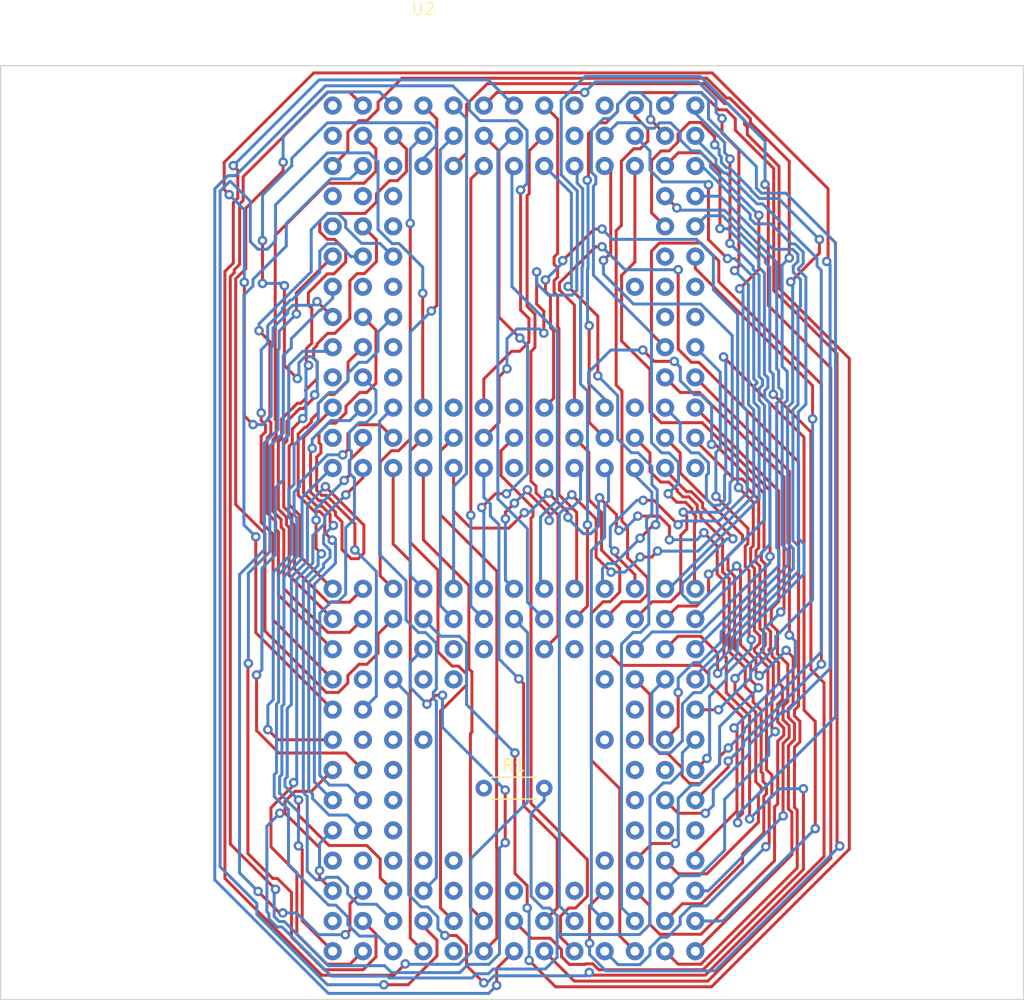
<source format=kicad_pcb>
(kicad_pcb (version 20240108) (generator "pcbnew") (generator_version "8.0")
  (layers (0 "F.Cu" signal) (1 "In1.Cu" signal) (2 "In2.Cu" signal) (31 "B.Cu" signal) (34 "B.Paste" user) (35 "F.Paste" user) (36 "B.SilkS" user "B.Silkscreen") (37 "F.SilkS" user "F.Silkscreen") (38 "B.Mask" user) (39 "F.Mask" user) (44 "Edge.Cuts" user))
  (net 0 "")
  (net 1 "VCC")
  (net 2 "Net-(U1-CBACK)")
  (net 3 "/BR")
  (net 4 "/A0")
  (net 5 "/A30")
  (net 6 "/A28")
  (net 7 "/A26")
  (net 8 "/A24")
  (net 9 "/A23")
  (net 10 "/A21")
  (net 11 "/A19")
  (net 12 "/A17")
  (net 13 "/A15")
  (net 14 "/A13")
  (net 15 "/A10")
  (net 16 "/RMC")
  (net 17 "/BG")
  (net 18 "/A31")
  (net 19 "/A29")
  (net 20 "/A27")
  (net 21 "/A25")
  (net 22 "/A22")
  (net 23 "/A20")
  (net 24 "/A16")
  (net 25 "/A14")
  (net 26 "/A12")
  (net 27 "/A8")
  (net 28 "/A7")
  (net 29 "/FC1")
  (net 31 "/BGACK")
  (net 32 "/A1")
  (net 33 "GND")
  (net 34 "/A18")
  (net 35 "/A11")
  (net 36 "/A9")
  (net 37 "/A5")
  (net 38 "/A4")
  (net 39 "/FC2")
  (net 40 "/FC0")
  (net 41 "/OCS")
  (net 42 "/A6")
  (net 43 "/A3")
  (net 44 "/A2")
  (net 45 "Net-(U1-CLK)")
  (net 46 "/AVEC")
  (net 47 "/IPEND")
  (net 48 "/DSACK0")
  (net 49 "/RESET")
  (net 50 "/DSACK1")
  (net 51 "/IPL2")
  (net 52 "/IPL1")
  (net 53 "/BERR")
  (net 54 "/HALT")
  (net 55 "Net-(U1-CDIS)")
  (net 56 "/IPL0")
  (net 57 "/AS")
  (net 61 "/DS")
  (net 62 "/SIZ0")
  (net 63 "/D5")
  (net 64 "/D1")
  (net 65 "/D0")
  (net 66 "/SIZ1")
  (net 67 "/R_W")
  (net 68 "/D30")
  (net 69 "/D10")
  (net 70 "/D7")
  (net 71 "/D4")
  (net 72 "/D2")
  (net 73 "/DBEN")
  (net 74 "/ECS")
  (net 75 "/D29")
  (net 76 "/D27")
  (net 77 "/D24")
  (net 78 "/D22")
  (net 79 "/D20")
  (net 80 "/D17")
  (net 81 "/D14")
  (net 82 "/D12")
  (net 83 "/D9")
  (net 84 "/D6")
  (net 85 "/D3")
  (net 86 "/D31")
  (net 87 "/D28")
  (net 88 "/D26")
  (net 89 "/D25")
  (net 90 "/D23")
  (net 91 "/D21")
  (net 92 "/D19")
  (net 93 "/D18")
  (net 94 "/D16")
  (net 95 "/D15")
  (net 96 "/D13")
  (net 97 "/D11")
  (net 98 "/D8")
  (footprint "68k:PGA114_68020" (layer "F.Cu") (at 129.54 46.734)
    (property "Reference" "U2")
    (property "Value" "~")
  )
  (footprint "Resistor_THT:R_Axial_DIN0204_L3.6mm_D1.6mm_P5.08mm_Horizontal" (layer "F.Cu") (at 134.62 111.76)
    (property "Reference" "R1")
    (property "Value" "R1k")
  )
  (footprint "68k:PGA114_68030" (layer "F.Cu") (at 132.08 87.374)
    (property "Reference" "U1" (hide yes))
    (property "Value" "68030" (hide yes))
  )
  (gr_rect (start 94 51) (end 180 129.54) (stroke (width 0.1)) (fill none) (layer "Edge.Cuts"))
  (segment (start 120.8123 116.7796) (end 120.8123 118.6933) (width 0.25) (layer "F.Cu") (net 2))
  (segment (start 118.7496 112.0265) (end 118.3629 112.4132) (width 0.25) (layer "F.Cu") (net 2))
  (segment (start 120.1275 112.0265) (end 118.7496 112.0265) (width 0.25) (layer "F.Cu") (net 2))
  (segment (start 118.3629 112.4132) (end 118.3626 112.4132) (width 0.25) (layer "F.Cu") (net 2))
  (segment (start 117.9043 112.8715) (end 117.9043 113.8716) (width 0.25) (layer "F.Cu") (net 2))
  (segment (start 117.9043 113.8716) (end 120.8123 116.7796) (width 0.25) (layer "F.Cu") (net 2))
  (segment (start 121.92 120.394) (end 120.8123 119.2863) (width 0.25) (layer "F.Cu") (net 2))
  (segment (start 121.92 110.234) (end 120.1275 112.0265) (width 0.25) (layer "F.Cu") (net 2))
  (segment (start 120.8123 119.2863) (end 120.8123 118.6933) (width 0.25) (layer "F.Cu") (net 2))
  (segment (start 117.9043 113.8716) (end 117.4745 113.8716) (width 0.25) (layer "F.Cu") (net 2))
  (segment (start 118.3626 112.4132) (end 117.9043 112.8715) (width 0.25) (layer "F.Cu") (net 2))
  (via (at 117.4745 113.8716) (size 0.8) (drill 0.4) (layers "F.Cu" "B.Cu") (net 2))
  (via (at 120.8123 118.6933) (size 0.8) (drill 0.4) (layers "F.Cu" "B.Cu") (net 2))
  (segment (start 126.6767 127.7257) (end 126.5191 127.5681) (width 0.25) (layer "B.Cu") (net 2))
  (segment (start 120.8123 116.4217) (end 121.92 115.314) (width 0.25) (layer "B.Cu") (net 2))
  (segment (start 117.2372 123.4322) (end 116.5467 122.7417) (width 0.25) (layer "B.Cu") (net 2))
  (segment (start 140.7887 122.4829) (end 140.1511 121.8453) (width 0.25) (layer "B.Cu") (net 2))
  (segment (start 149.7091 111.3227) (end 148.59 112.4418) (width 0.25) (layer "B.Cu") (net 2))
  (segment (start 140.1511 121.8453) (end 139.5811 121.8453) (width 0.25) (layer "B.Cu") (net 2))
  (segment (start 135.4082 126.9745) (end 135.0134 127.3693) (width 0.25) (layer "B.Cu") (net 2))
  (segment (start 147.7301 124.0729) (end 140.7887 124.0729) (width 0.25) (layer "B.Cu") (net 2))
  (segment (start 133.628 127.7257) (end 126.6767 127.7257) (width 0.25) (layer "B.Cu") (net 2))
  (segment (start 140.7887 124.0729) (end 140.7887 125.9816) (width 0.25) (layer "B.Cu") (net 2))
  (segment (start 151.3113 110.3235) (end 150.3121 111.3227) (width 0.25) (layer "B.Cu") (net 2))
  (segment (start 116.5467 122.7417) (end 116.5467 122.3157) (width 0.25) (layer "B.Cu") (net 2))
  (segment (start 135.0134 127.3693) (end 133.9844 127.3693) (width 0.25) (layer "B.Cu") (net 2))
  (segment (start 152.4 107.694) (end 151.3113 108.7827) (width 0.25) (layer "B.Cu") (net 2))
  (segment (start 116.3836 114.9625) (end 117.4745 113.8716) (width 0.25) (layer "B.Cu") (net 2))
  (segment (start 150.3121 111.3227) (end 149.7091 111.3227) (width 0.25) (layer "B.Cu") (net 2))
  (segment (start 148.59 123.213) (end 147.7301 124.0729) (width 0.25) (layer "B.Cu") (net 2))
  (segment (start 138.5943 120.8585) (end 138.5943 113.8924) (width 0.25) (layer "B.Cu") (net 2))
  (segment (start 117.6632 123.4322) (end 117.2372 123.4322) (width 0.25) (layer "B.Cu") (net 2))
  (segment (start 139.5811 121.8453) (end 138.5943 120.8585) (width 0.25) (layer "B.Cu") (net 2))
  (segment (start 121.7991 127.5681) (end 117.6632 123.4322) (width 0.25) (layer "B.Cu") (net 2))
  (segment (start 116.3836 122.1526) (end 116.3836 114.9625) (width 0.25) (layer "B.Cu") (net 2))
  (segment (start 133.9844 127.3693) (end 133.628 127.7257) (width 0.25) (layer "B.Cu") (net 2))
  (segment (start 126.5191 127.5681) (end 121.7991 127.5681) (width 0.25) (layer "B.Cu") (net 2))
  (segment (start 148.59 112.4418) (end 148.59 123.213) (width 0.25) (layer "B.Cu") (net 2))
  (segment (start 116.5467 122.3157) (end 116.3836 122.1526) (width 0.25) (layer "B.Cu") (net 2))
  (segment (start 139.7 111.76) (end 139.7 112.7867) (width 0.25) (layer "B.Cu") (net 2))
  (segment (start 151.3113 108.7827) (end 151.3113 110.3235) (width 0.25) (layer "B.Cu") (net 2))
  (segment (start 139.7958 126.9745) (end 135.4082 126.9745) (width 0.25) (layer "B.Cu") (net 2))
  (segment (start 120.8123 118.6933) (end 120.8123 116.4217) (width 0.25) (layer "B.Cu") (net 2))
  (segment (start 140.7887 125.9816) (end 139.7958 126.9745) (width 0.25) (layer "B.Cu") (net 2))
  (segment (start 140.7887 124.0729) (end 140.7887 122.4829) (width 0.25) (layer "B.Cu") (net 2))
  (segment (start 138.5943 113.8924) (end 139.7 112.7867) (width 0.25) (layer "B.Cu") (net 2))
  (segment (start 118.5235 82.7365) (end 118.5235 81.5503) (width 0.25) (layer "F.Cu") (net 3))
  (segment (start 120.1554 74.3396) (end 119.7037 74.7913) (width 0.25) (layer "F.Cu") (net 3))
  (segment (start 118.5235 81.5503) (end 119.3988 80.675) (width 0.25) (layer "F.Cu") (net 3))
  (segment (start 119.1608 92.2348) (end 119.1608 88.8247) (width 0.25) (layer "F.Cu") (net 3))
  (segment (start 119.7037 74.7913) (end 119.7037 76.0165) (width 0.25) (layer "F.Cu") (net 3))
  (segment (start 119.873 70.091) (end 119.873 71.1423) (width 0.25) (layer "F.Cu") (net 3))
  (segment (start 121.4587 68.5053) (end 119.873 70.091) (width 0.25) (layer "F.Cu") (net 3))
  (segment (start 119.1608 88.8247) (end 118.2524 87.9163) (width 0.25) (layer "F.Cu") (net 3))
  (segment (start 125.5992 61.7662) (end 125.5992 62.4597) (width 0.25) (layer "F.Cu") (net 3))
  (segment (start 122.0769 65.6027) (end 123.0114 66.5372) (width 0.25) (layer "F.Cu") (net 3))
  (segment (start 127.3558 60.6684) (end 126.697 60.6684) (width 0.25) (layer "F.Cu") (net 3))
  (segment (start 118.2524 83.0076) (end 118.5235 82.7365) (width 0.25) (layer "F.Cu") (net 3))
  (segment (start 122.0154 68.5053) (end 121.4587 68.5053) (width 0.25) (layer "F.Cu") (net 3))
  (segment (start 125.5992 62.4597) (end 124.6336 63.4253) (width 0.25) (layer "F.Cu") (net 3))
  (segment (start 121.92 94.994) (end 119.1608 92.2348) (width 0.25) (layer "F.Cu") (net 3))
  (segment (start 128.125 59.8992) (end 127.3558 60.6684) (width 0.25) (layer "F.Cu") (net 3))
  (segment (start 119.7037 76.0165) (end 119.8885 76.2013) (width 0.25) (layer "F.Cu") (net 3))
  (segment (start 118.2524 87.9163) (end 118.2524 83.0076) (width 0.25) (layer "F.Cu") (net 3))
  (segment (start 126.697 60.6684) (end 125.5992 61.7662) (width 0.25) (layer "F.Cu") (net 3))
  (segment (start 120.8313 64.063) (end 120.8313 64.965) (width 0.25) (layer "F.Cu") (net 3))
  (segment (start 120.8313 64.965) (end 121.469 65.6027) (width 0.25) (layer "F.Cu") (net 3))
  (segment (start 121.469 65.6027) (end 122.0769 65.6027) (width 0.25) (layer "F.Cu") (net 3))
  (segment (start 127 56.894) (end 128.125 58.019) (width 0.25) (layer "F.Cu") (net 3))
  (segment (start 120.1554 71.4247) (end 120.1554 74.3396) (width 0.25) (layer "F.Cu") (net 3))
  (segment (start 123.0114 67.5093) (end 122.0154 68.5053) (width 0.25) (layer "F.Cu") (net 3))
  (segment (start 123.0114 66.5372) (end 123.0114 67.5093) (width 0.25) (layer "F.Cu") (net 3))
  (segment (start 119.873 71.1423) (end 120.1554 71.4247) (width 0.25) (layer "F.Cu") (net 3))
  (segment (start 124.6336 63.4253) (end 121.469 63.4253) (width 0.25) (layer "F.Cu") (net 3))
  (segment (start 121.469 63.4253) (end 120.8313 64.063) (width 0.25) (layer "F.Cu") (net 3))
  (segment (start 128.125 58.019) (end 128.125 59.8992) (width 0.25) (layer "F.Cu") (net 3))
  (via (at 119.8885 76.2013) (size 0.8) (drill 0.4) (layers "F.Cu" "B.Cu") (net 3))
  (via (at 119.3988 80.675) (size 0.8) (drill 0.4) (layers "F.Cu" "B.Cu") (net 3))
  (segment (start 119.6738 80.4) (end 119.6738 76.416) (width 0.25) (layer "B.Cu") (net 3))
  (segment (start 119.3988 80.675) (end 119.6738 80.4) (width 0.25) (layer "B.Cu") (net 3))
  (segment (start 119.6738 76.416) (end 119.8885 76.2013) (width 0.25) (layer "B.Cu") (net 3))
  (segment (start 121.5077 96.1214) (end 118.7091 93.3228) (width 0.25) (layer "F.Cu") (net 4))
  (segment (start 117.8007 82.8205) (end 118.0718 82.5494) (width 0.25) (layer "F.Cu") (net 4))
  (segment (start 120.3453 78.9278) (end 120.3453 78.7351) (width 0.25) (layer "F.Cu") (net 4))
  (segment (start 119.1515 79.8379) (end 119.4352 79.8379) (width 0.25) (layer "F.Cu") (net 4))
  (segment (start 123.3326 96.1214) (end 121.5077 96.1214) (width 0.25) (layer "F.Cu") (net 4))
  (segment (start 118.0718 82.5494) (end 118.0718 80.9176) (width 0.25) (layer "F.Cu") (net 4))
  (segment (start 118.0718 80.9176) (end 119.1515 79.8379) (width 0.25) (layer "F.Cu") (net 4))
  (segment (start 118.484 89.4271) (end 118.484 88.7867) (width 0.25) (layer "F.Cu") (net 4))
  (segment (start 124.46 94.994) (end 123.3326 96.1214) (width 0.25) (layer "F.Cu") (net 4))
  (segment (start 118.7091 89.6522) (end 118.484 89.4271) (width 0.25) (layer "F.Cu") (net 4))
  (segment (start 119.4352 79.8379) (end 120.3453 78.9278) (width 0.25) (layer "F.Cu") (net 4))
  (segment (start 120.3453 78.7351) (end 120.3454 78.7351) (width 0.25) (layer "F.Cu") (net 4))
  (segment (start 117.8585 76.227) (end 118.9471 77.3156) (width 0.25) (layer "F.Cu") (net 4))
  (segment (start 116.0192 69.3106) (end 116.0192 65.7101) (width 0.25) (layer "F.Cu") (net 4))
  (segment (start 118.484 88.7867) (end 117.8007 88.1034) (width 0.25) (layer "F.Cu") (net 4))
  (segment (start 117.8007 88.1034) (end 117.8007 82.8205) (width 0.25) (layer "F.Cu") (net 4))
  (segment (start 120.3454 78.7351) (end 120.4006 78.6799) (width 0.25) (layer "F.Cu") (net 4))
  (segment (start 117.8585 69.5008) (end 117.8585 76.227) (width 0.25) (layer "F.Cu") (net 4))
  (segment (start 118.7091 93.3228) (end 118.7091 89.6522) (width 0.25) (layer "F.Cu") (net 4))
  (via (at 116.0192 69.3106) (size 0.8) (drill 0.4) (layers "F.Cu" "B.Cu") (net 4))
  (via (at 116.0192 65.7101) (size 0.8) (drill 0.4) (layers "F.Cu" "B.Cu") (net 4))
  (via (at 120.4006 78.6799) (size 0.8) (drill 0.4) (layers "F.Cu" "B.Cu") (net 4))
  (via (at 117.8585 69.5008) (size 0.8) (drill 0.4) (layers "F.Cu" "B.Cu") (net 4))
  (via (at 118.9471 77.3156) (size 0.8) (drill 0.4) (layers "F.Cu" "B.Cu") (net 4))
  (segment (start 116.0192 69.3106) (end 117.6683 69.3106) (width 0.25) (layer "B.Cu") (net 4))
  (segment (start 116.0192 61.8727) (end 116.0192 65.7101) (width 0.25) (layer "B.Cu") (net 4))
  (segment (start 118.4764 59.4155) (end 116.0192 61.8727) (width 0.25) (layer "B.Cu") (net 4))
  (segment (start 120.6152 75.9003) (end 120.6152 78.4653) (width 0.25) (layer "B.Cu") (net 4))
  (segment (start 130.6319 57.7054) (end 130.6319 56.3814) (width 0.25) (layer "B.Cu") (net 4))
  (segment (start 120.1895 75.4746) (end 120.6152 75.9003) (width 0.25) (layer "B.Cu") (net 4))
  (segment (start 118.4764 58.7936) (end 118.4764 59.4155) (width 0.25) (layer "B.Cu") (net 4))
  (segment (start 119.0753 77.1874) (end 119.0753 75.9869) (width 0.25) (layer "B.Cu") (net 4))
  (segment (start 117.6683 69.3106) (end 117.8585 69.5008) (width 0.25) (layer "B.Cu") (net 4))
  (segment (start 130.6319 56.3814) (end 130.05 55.7995) (width 0.25) (layer "B.Cu") (net 4))
  (segment (start 118.9471 77.3156) (end 119.0753 77.1874) (width 0.25) (layer "B.Cu") (net 4))
  (segment (start 129.54 59.434) (end 129.54 58.7973) (width 0.25) (layer "B.Cu") (net 4))
  (segment (start 129.54 58.7973) (end 130.6319 57.7054) (width 0.25) (layer "B.Cu") (net 4))
  (segment (start 121.4705 55.7995) (end 118.4764 58.7936) (width 0.25) (layer "B.Cu") (net 4))
  (segment (start 119.0753 75.9869) (end 119.5876 75.4746) (width 0.25) (layer "B.Cu") (net 4))
  (segment (start 119.5876 75.4746) (end 120.1895 75.4746) (width 0.25) (layer "B.Cu") (net 4))
  (segment (start 130.05 55.7995) (end 121.4705 55.7995) (width 0.25) (layer "B.Cu") (net 4))
  (segment (start 120.6152 78.4653) (end 120.4006 78.6799) (width 0.25) (layer "B.Cu") (net 4))
  (segment (start 128.4376 64.26) (end 128.4376 82.3962) (width 0.25) (layer "F.Cu") (net 5))
  (segment (start 125.9091 84.3227) (end 125.9091 93.9031) (width 0.25) (layer "F.Cu") (net 5))
  (segment (start 128.4376 82.3962) (end 127.4511 83.3827) (width 0.25) (layer "F.Cu") (net 5))
  (segment (start 127.4511 83.3827) (end 126.8491 83.3827) (width 0.25) (layer "F.Cu") (net 5))
  (segment (start 126.8491 83.3827) (end 125.9091 84.3227) (width 0.25) (layer "F.Cu") (net 5))
  (segment (start 125.9091 93.9031) (end 127 94.994) (width 0.25) (layer "F.Cu") (net 5))
  (via (at 128.4376 64.26) (size 0.8) (drill 0.4) (layers "F.Cu" "B.Cu") (net 5))
  (segment (start 128.4376 57.9964) (end 128.4376 64.26) (width 0.25) (layer "B.Cu") (net 5))
  (segment (start 129.54 56.894) (end 128.4376 57.9964) (width 0.25) (layer "B.Cu") (net 5))
  (segment (start 129.54 54.354) (end 130.6674 55.4814) (width 0.25) (layer "F.Cu") (net 6))
  (segment (start 130.6674 71.1739) (end 130.2127 71.6286) (width 0.25) (layer "F.Cu") (net 6))
  (segment (start 130.6674 55.4814) (end 130.6674 71.1739) (width 0.25) (layer "F.Cu") (net 6))
  (via (at 130.2127 71.6286) (size 0.8) (drill 0.4) (layers "F.Cu" "B.Cu") (net 6))
  (segment (start 128.4352 73.4061) (end 130.2127 71.6286) (width 0.25) (layer "B.Cu") (net 6))
  (segment (start 129.54 94.994) (end 128.4352 93.8892) (width 0.25) (layer "B.Cu") (net 6))
  (segment (start 128.4352 93.8892) (end 128.4352 73.4061) (width 0.25) (layer "B.Cu") (net 6))
  (segment (start 133.1725 55.4465) (end 133.1725 85.2998) (width 0.25) (layer "B.Cu") (net 7))
  (segment (start 132.08 86.3923) (end 132.08 94.994) (width 0.25) (layer "B.Cu") (net 7))
  (segment (start 132.08 54.354) (end 133.1725 55.4465) (width 0.25) (layer "B.Cu") (net 7))
  (segment (start 133.1725 85.2998) (end 132.08 86.3923) (width 0.25) (layer "B.Cu") (net 7))
  (segment (start 137.6511 73.9019) (end 135.89 72.1408) (width 0.25) (layer "F.Cu") (net 8))
  (segment (start 135.5969 87.0027) (end 136.526 87.0027) (width 0.25) (layer "F.Cu") (net 8))
  (segment (start 136.526 87.0027) (end 136.526 87.0026) (width 0.25) (layer "F.Cu") (net 8))
  (segment (start 134.4451 88.1545) (end 135.5969 87.0027) (width 0.25) (layer "F.Cu") (net 8))
  (segment (start 135.89 58.164) (end 134.62 56.894) (width 0.25) (layer "F.Cu") (net 8))
  (segment (start 135.89 72.1408) (end 135.89 58.164) (width 0.25) (layer "F.Cu") (net 8))
  (via (at 136.526 87.0026) (size 0.8) (drill 0.4) (layers "F.Cu" "B.Cu") (net 8))
  (via (at 137.6511 73.9019) (size 0.8) (drill 0.4) (layers "F.Cu" "B.Cu") (net 8))
  (via (at 134.4451 88.1545) (size 0.8) (drill 0.4) (layers "F.Cu" "B.Cu") (net 8))
  (segment (start 136.526 87.0026) (end 136.6038 87.0026) (width 0.25) (layer "B.Cu") (net 8))
  (segment (start 136.6038 87.0026) (end 138.2977 85.3087) (width 0.25) (layer "B.Cu") (net 8))
  (segment (start 138.2977 85.3087) (end 138.2977 74.5485) (width 0.25) (layer "B.Cu") (net 8))
  (segment (start 134.62 88.3294) (end 134.4451 88.1545) (width 0.25) (layer "B.Cu") (net 8))
  (segment (start 138.2977 74.5485) (end 137.6511 73.9019) (width 0.25) (layer "B.Cu") (net 8))
  (segment (start 134.62 94.994) (end 134.62 88.3294) (width 0.25) (layer "B.Cu") (net 8))
  (segment (start 148.7295 92.3214) (end 147.7622 92.3214) (width 0.25) (layer "F.Cu") (net 9))
  (segment (start 135.723 53.251) (end 143.097 53.251) (width 0.25) (layer "F.Cu") (net 9))
  (segment (start 140.1163 88.6716) (end 138.2859 86.8412) (width 0.25) (layer "F.Cu") (net 9))
  (segment (start 144.0642 89.126) (end 142.0222 87.084) (width 0.25) (layer "F.Cu") (net 9))
  (segment (start 137.1942 87.7956) (end 136.4376 88.5522) (width 0.25) (layer "F.Cu") (net 9))
  (segment (start 134.62 54.354) (end 135.723 53.251) (width 0.25) (layer "F.Cu") (net 9))
  (segment (start 145.3201 93.5925) (end 144.0642 92.3366) (width 0.25) (layer "F.Cu") (net 9))
  (segment (start 156.0613 67.8736) (end 155.7017 68.2332) (width 0.25) (layer "F.Cu") (net 9))
  (segment (start 144.0642 92.3366) (end 144.0642 89.126) (width 0.25) (layer "F.Cu") (net 9))
  (segment (start 156.0613 58.0809) (end 156.0613 67.8736) (width 0.25) (layer "F.Cu") (net 9))
  (segment (start 140.1163 89.2458) (end 140.1163 88.6716) (width 0.25) (layer "F.Cu") (net 9))
  (segment (start 136.4376 88.5522) (end 136.4376 89.1116) (width 0.25) (layer "F.Cu") (net 9))
  (segment (start 149.2271 91.8238) (end 148.7295 92.3214) (width 0.25) (layer "F.Cu") (net 9))
  (segment (start 138.2859 86.8412) (end 138.2859 86.6702) (width 0.25) (layer "F.Cu") (net 9))
  (segment (start 154.6466 55.4355) (end 154.6466 56.6662) (width 0.25) (layer "F.Cu") (net 9))
  (segment (start 154.6466 56.6662) (end 156.0613 58.0809) (width 0.25) (layer "F.Cu") (net 9))
  (via (at 154.6466 55.4355) (size 0.8) (drill 0.4) (layers "F.Cu" "B.Cu") (net 9))
  (via (at 138.2859 86.6702) (size 0.8) (drill 0.4) (layers "F.Cu" "B.Cu") (net 9))
  (via (at 149.2271 91.8238) (size 0.8) (drill 0.4) (layers "F.Cu" "B.Cu") (net 9))
  (via (at 142.0222 87.084) (size 0.8) (drill 0.4) (layers "F.Cu" "B.Cu") (net 9))
  (via (at 147.7622 92.3214) (size 0.8) (drill 0.4) (layers "F.Cu" "B.Cu") (net 9))
  (via (at 143.097 53.251) (size 0.8) (drill 0.4) (layers "F.Cu" "B.Cu") (net 9))
  (via (at 136.4376 89.1116) (size 0.8) (drill 0.4) (layers "F.Cu" "B.Cu") (net 9))
  (via (at 155.7017 68.2332) (size 0.8) (drill 0.4) (layers "F.Cu" "B.Cu") (net 9))
  (via (at 145.3201 93.5925) (size 0.8) (drill 0.4) (layers "F.Cu" "B.Cu") (net 9))
  (via (at 137.1942 87.7956) (size 0.8) (drill 0.4) (layers "F.Cu" "B.Cu") (net 9))
  (via (at 140.1163 89.2458) (size 0.8) (drill 0.4) (layers "F.Cu" "B.Cu") (net 9))
  (segment (start 140.1163 89.2458) (end 140.1163 88.8969) (width 0.25) (layer "B.Cu") (net 9))
  (segment (start 156.8714 77.779) (end 156.8714 79.5034) (width 0.25) (layer "B.Cu") (net 9))
  (segment (start 137.1942 87.7956) (end 138.2859 86.7039) (width 0.25) (layer "B.Cu") (net 9))
  (segment (start 146.4911 93.5925) (end 147.7622 92.3214) (width 0.25) (layer "B.Cu") (net 9))
  (segment (start 156.8587 69.3902) (end 156.8587 77.5131) (width 0.25) (layer "B.Cu") (net 9))
  (segment (start 154.1455 53.8705) (end 154.1455 54.9344) (width 0.25) (layer "B.Cu") (net 9))
  (segment (start 157.3104 79.9424) (end 157.3104 87.1458) (width 0.25) (layer "B.Cu") (net 9))
  (segment (start 157.3104 87.1458) (end 152.6324 91.8238) (width 0.25) (layer "B.Cu") (net 9))
  (segment (start 156.8587 77.5131) (end 156.9463 77.6007) (width 0.25) (layer "B.Cu") (net 9))
  (segment (start 155.7017 68.2332) (end 156.8587 69.3902) (width 0.25) (layer "B.Cu") (net 9))
  (segment (start 154.1455 54.9344) (end 154.6466 55.4355) (width 0.25) (layer "B.Cu") (net 9))
  (segment (start 156.9463 77.7041) (end 156.8714 77.779) (width 0.25) (layer "B.Cu") (net 9))
  (segment (start 143.097 53.251) (end 143.9941 52.3539) (width 0.25) (layer "B.Cu") (net 9))
  (segment (start 143.9941 52.3539) (end 152.6289 52.3539) (width 0.25) (layer "B.Cu") (net 9))
  (segment (start 156.8714 79.5034) (end 157.3104 79.9424) (width 0.25) (layer "B.Cu") (net 9))
  (segment (start 156.9463 77.6007) (end 156.9463 77.7041) (width 0.25) (layer "B.Cu") (net 9))
  (segment (start 145.3201 93.5925) (end 146.4911 93.5925) (width 0.25) (layer "B.Cu") (net 9))
  (segment (start 138.2859 86.7039) (end 138.2859 86.6702) (width 0.25) (layer "B.Cu") (net 9))
  (segment (start 140.1163 88.8969) (end 141.9292 87.084) (width 0.25) (layer "B.Cu") (net 9))
  (segment (start 152.6289 52.3539) (end 154.1455 53.8705) (width 0.25) (layer "B.Cu") (net 9))
  (segment (start 152.6324 91.8238) (end 149.2271 91.8238) (width 0.25) (layer "B.Cu") (net 9))
  (segment (start 141.9292 87.084) (end 142.0222 87.084) (width 0.25) (layer "B.Cu") (net 9))
  (segment (start 137.16 94.994) (end 136.4376 94.2716) (width 0.25) (layer "B.Cu") (net 9))
  (segment (start 136.4376 94.2716) (end 136.4376 89.1116) (width 0.25) (layer "B.Cu") (net 9))
  (segment (start 140.8005 73.3905) (end 140.8005 87.534) (width 0.25) (layer "B.Cu") (net 10))
  (segment (start 136.9835 59.6105) (end 136.9835 69.5735) (width 0.25) (layer "B.Cu") (net 10))
  (segment (start 139.3896 94.6836) (end 139.7 94.994) (width 0.25) (layer "B.Cu") (net 10))
  (segment (start 137.16 59.434) (end 136.9835 59.6105) (width 0.25) (layer "B.Cu") (net 10))
  (segment (start 140.8005 87.534) (end 139.3896 88.9449) (width 0.25) (layer "B.Cu") (net 10))
  (segment (start 139.3896 88.9449) (end 139.3896 94.6836) (width 0.25) (layer "B.Cu") (net 10))
  (segment (start 136.9835 69.5735) (end 140.8005 73.3905) (width 0.25) (layer "B.Cu") (net 10))
  (segment (start 140.8273 72.9878) (end 140.8273 70.3548) (width 0.25) (layer "F.Cu") (net 11))
  (segment (start 140.8273 70.3548) (end 140.5288 70.0563) (width 0.25) (layer "F.Cu") (net 11))
  (segment (start 142.4273 94.8067) (end 142.4273 88.5721) (width 0.25) (layer "F.Cu") (net 11))
  (segment (start 142.4273 88.5721) (end 140.9373 87.0821) (width 0.25) (layer "F.Cu") (net 11))
  (segment (start 140.5282 67.0881) (end 140.8273 66.789) (width 0.25) (layer "F.Cu") (net 11))
  (segment (start 140.8273 66.789) (end 140.8273 55.4813) (width 0.25) (layer "F.Cu") (net 11))
  (segment (start 140.5288 69.0803) (end 140.8273 68.7818) (width 0.25) (layer "F.Cu") (net 11))
  (segment (start 140.9373 87.0821) (end 140.9373 73.0978) (width 0.25) (layer "F.Cu") (net 11))
  (segment (start 140.5288 70.0563) (end 140.5288 69.0803) (width 0.25) (layer "F.Cu") (net 11))
  (segment (start 142.24 94.994) (end 142.4273 94.8067) (width 0.25) (layer "F.Cu") (net 11))
  (segment (start 140.5282 67.6899) (end 140.5282 67.0881) (width 0.25) (layer "F.Cu") (net 11))
  (segment (start 140.9373 73.0978) (end 140.8273 72.9878) (width 0.25) (layer "F.Cu") (net 11))
  (segment (start 140.8273 55.4813) (end 139.7 54.354) (width 0.25) (layer "F.Cu") (net 11))
  (segment (start 140.8273 67.989) (end 140.5282 67.6899) (width 0.25) (layer "F.Cu") (net 11))
  (segment (start 140.8273 68.7818) (end 140.8273 67.989) (width 0.25) (layer "F.Cu") (net 11))
  (segment (start 147.7616 90.7406) (end 148.8905 89.6117) (width 0.25) (layer "F.Cu") (net 12))
  (segment (start 148.8905 89.6117) (end 149.0601 89.6117) (width 0.25) (layer "F.Cu") (net 12))
  (segment (start 144.2059 77.0839) (end 144.2059 72.067) (width 0.25) (layer "F.Cu") (net 12))
  (segment (start 144.2059 72.067) (end 141.7072 69.5683) (width 0.25) (layer "F.Cu") (net 12))
  (via (at 147.7616 90.7406) (size 0.8) (drill 0.4) (layers "F.Cu" "B.Cu") (net 12))
  (via (at 149.0601 89.6117) (size 0.8) (drill 0.4) (layers "F.Cu" "B.Cu") (net 12))
  (via (at 141.7072 69.5683) (size 0.8) (drill 0.4) (layers "F.Cu" "B.Cu") (net 12))
  (via (at 144.2059 77.0839) (size 0.8) (drill 0.4) (layers "F.Cu" "B.Cu") (net 12))
  (segment (start 141.9817 69.2938) (end 141.7072 69.5683) (width 0.25) (layer "B.Cu") (net 12))
  (segment (start 149.0601 89.6117) (end 149.1984 89.4734) (width 0.25) (layer "B.Cu") (net 12))
  (segment (start 145.878 82.4022) (end 145.878 78.756) (width 0.25) (layer "B.Cu") (net 12))
  (segment (start 144.5934 93.2916) (end 144.5934 94.8074) (width 0.25) (layer "B.Cu") (net 12))
  (segment (start 147.7616 90.7406) (end 145.6364 92.8658) (width 0.25) (layer "B.Cu") (net 12))
  (segment (start 147.0313 83.5555) (end 145.878 82.4022) (width 0.25) (layer "B.Cu") (net 12))
  (segment (start 141.9817 61.7157) (end 141.9817 69.2938) (width 0.25) (layer "B.Cu") (net 12))
  (segment (start 149.1984 89.4734) (end 149.1984 86.6799) (width 0.25) (layer "B.Cu") (net 12))
  (segment (start 145.0192 92.8658) (end 144.5934 93.2916) (width 0.25) (layer "B.Cu") (net 12))
  (segment (start 139.7 59.434) (end 141.9817 61.7157) (width 0.25) (layer "B.Cu") (net 12))
  (segment (start 145.878 78.756) (end 144.2059 77.0839) (width 0.25) (layer "B.Cu") (net 12))
  (segment (start 147.5871 83.5555) (end 147.0313 83.5555) (width 0.25) (layer "B.Cu") (net 12))
  (segment (start 144.5934 94.8074) (end 144.78 94.994) (width 0.25) (layer "B.Cu") (net 12))
  (segment (start 149.1984 86.6799) (end 148.7467 86.2282) (width 0.25) (layer "B.Cu") (net 12))
  (segment (start 148.7467 86.2282) (end 148.7467 84.7151) (width 0.25) (layer "B.Cu") (net 12))
  (segment (start 148.7467 84.7151) (end 147.5871 83.5555) (width 0.25) (layer "B.Cu") (net 12))
  (segment (start 145.6364 92.8658) (end 145.0192 92.8658) (width 0.25) (layer "B.Cu") (net 12))
  (segment (start 147.32 94.994) (end 147.32 93.8011) (width 0.25) (layer "F.Cu") (net 13))
  (segment (start 145.6278 92.1089) (end 145.6278 91.8231) (width 0.25) (layer "F.Cu") (net 13))
  (segment (start 148.9103 87.5559) (end 148.0152 87.5559) (width 0.25) (layer "F.Cu") (net 13))
  (segment (start 157.7419 68.1494) (end 156.1319 69.7594) (width 0.25) (layer "F.Cu") (net 13))
  (segment (start 150.9561 89.6017) (end 148.9103 87.5559) (width 0.25) (layer "F.Cu") (net 13))
  (segment (start 147.32 93.8011) (end 145.6278 92.1089) (width 0.25) (layer "F.Cu") (net 13))
  (segment (start 157.7419 63.5762) (end 157.7419 68.1494) (width 0.25) (layer "F.Cu") (net 13))
  (via (at 148.0152 87.5559) (size 0.8) (drill 0.4) (layers "F.Cu" "B.Cu") (net 13))
  (via (at 157.7419 63.5762) (size 0.8) (drill 0.4) (layers "F.Cu" "B.Cu") (net 13))
  (via (at 145.6278 91.8231) (size 0.8) (drill 0.4) (layers "F.Cu" "B.Cu") (net 13))
  (via (at 150.9561 89.6017) (size 0.8) (drill 0.4) (layers "F.Cu" "B.Cu") (net 13))
  (via (at 156.1319 69.7594) (size 0.8) (drill 0.4) (layers "F.Cu" "B.Cu") (net 13))
  (segment (start 145.8737 55.8003) (end 147.8839 55.8003) (width 0.25) (layer "B.Cu") (net 13))
  (segment (start 152.0678 58.164) (end 152.7456 58.164) (width 0.25) (layer "B.Cu") (net 13))
  (segment (start 154.6458 60.4801) (end 157.7419 63.5762) (width 0.25) (layer "B.Cu") (net 13))
  (segment (start 145.2536 89.7798) (end 145.2536 91.4489) (width 0.25) (layer "B.Cu") (net 13))
  (segment (start 156.1319 69.7594) (end 156.407 70.0345) (width 0.25) (layer "B.Cu") (net 13))
  (segment (start 151.13 56.6052) (end 151.13 57.2262) (width 0.25) (layer "B.Cu") (net 13))
  (segment (start 154.6374 60.4801) (end 154.6458 60.4801) (width 0.25) (layer "B.Cu") (net 13))
  (segment (start 152.7456 58.164) (end 153.6824 59.1008) (width 0.25) (layer "B.Cu") (net 13))
  (segment (start 150.3252 55.8004) (end 151.13 56.6052) (width 0.25) (layer "B.Cu") (net 13))
  (segment (start 147.8839 55.8003) (end 148.3434 56.2598) (width 0.25) (layer "B.Cu") (net 13))
  (segment (start 148.3434 56.2598) (end 148.9453 56.2598) (width 0.25) (layer "B.Cu") (net 13))
  (segment (start 145.2536 91.4489) (end 145.6278 91.8231) (width 0.25) (layer "B.Cu") (net 13))
  (segment (start 151.2697 89.2881) (end 150.9561 89.6017) (width 0.25) (layer "B.Cu") (net 13))
  (segment (start 156.407 70.0345) (end 156.407 79.6778) (width 0.25) (layer "B.Cu") (net 13))
  (segment (start 148.9453 56.2598) (end 149.4047 55.8004) (width 0.25) (layer "B.Cu") (net 13))
  (segment (start 156.7649 86.9104) (end 154.3872 89.2881) (width 0.25) (layer "B.Cu") (net 13))
  (segment (start 147.4775 87.5559) (end 145.2536 89.7798) (width 0.25) (layer "B.Cu") (net 13))
  (segment (start 153.6824 59.1008) (end 153.6824 59.5251) (width 0.25) (layer "B.Cu") (net 13))
  (segment (start 149.4047 55.8004) (end 150.3252 55.8004) (width 0.25) (layer "B.Cu") (net 13))
  (segment (start 151.13 57.2262) (end 152.0678 58.164) (width 0.25) (layer "B.Cu") (net 13))
  (segment (start 148.0152 87.5559) (end 147.4775 87.5559) (width 0.25) (layer "B.Cu") (net 13))
  (segment (start 154.3872 89.2881) (end 151.2697 89.2881) (width 0.25) (layer "B.Cu") (net 13))
  (segment (start 144.78 56.894) (end 145.8737 55.8003) (width 0.25) (layer "B.Cu") (net 13))
  (segment (start 153.6824 59.5251) (end 154.6374 60.4801) (width 0.25) (layer "B.Cu") (net 13))
  (segment (start 156.7649 80.0357) (end 156.7649 86.9104) (width 0.25) (layer "B.Cu") (net 13))
  (segment (start 156.407 79.6778) (end 156.7649 80.0357) (width 0.25) (layer "B.Cu") (net 13))
  (segment (start 155.1034 67.2218) (end 153.507 65.6254) (width 0.25) (layer "F.Cu") (net 14))
  (segment (start 153.507 65.6254) (end 153.507 61.0163) (width 0.25) (layer "F.Cu") (net 14))
  (via (at 155.1034 67.2218) (size 0.8) (drill 0.4) (layers "F.Cu" "B.Cu") (net 14))
  (via (at 153.507 61.0163) (size 0.8) (drill 0.4) (layers "F.Cu" "B.Cu") (net 14))
  (segment (start 157.3104 77.326) (end 157.5981 77.6137) (width 0.25) (layer "B.Cu") (net 14))
  (segment (start 155.7219 67.2218) (end 157.3104 68.8103) (width 0.25) (layer "B.Cu") (net 14))
  (segment (start 157.7621 79.7553) (end 157.7621 87.4113) (width 0.25) (layer "B.Cu") (net 14))
  (segment (start 148.59 58.164) (end 148.59 59.7662) (width 0.25) (layer "B.Cu") (net 14))
  (segment (start 157.3104 68.8103) (end 157.3104 77.326) (width 0.25) (layer "B.Cu") (net 14))
  (segment (start 157.5981 77.6911) (end 157.3231 77.9661) (width 0.25) (layer "B.Cu") (net 14))
  (segment (start 157.3231 77.9661) (end 157.3231 79.3163) (width 0.25) (layer "B.Cu") (net 14))
  (segment (start 157.7621 87.4113) (end 150.1794 94.994) (width 0.25) (layer "B.Cu") (net 14))
  (segment (start 157.5981 77.6137) (end 157.5981 77.6911) (width 0.25) (layer "B.Cu") (net 14))
  (segment (start 150.1794 94.994) (end 149.86 94.994) (width 0.25) (layer "B.Cu") (net 14))
  (segment (start 153.264 60.7733) (end 153.507 61.0163) (width 0.25) (layer "B.Cu") (net 14))
  (segment (start 148.59 59.7662) (end 149.5971 60.7733) (width 0.25) (layer "B.Cu") (net 14))
  (segment (start 147.32 56.894) (end 148.59 58.164) (width 0.25) (layer "B.Cu") (net 14))
  (segment (start 149.5971 60.7733) (end 153.264 60.7733) (width 0.25) (layer "B.Cu") (net 14))
  (segment (start 157.3231 79.3163) (end 157.7621 79.7553) (width 0.25) (layer "B.Cu") (net 14))
  (segment (start 155.1034 67.2218) (end 155.7219 67.2218) (width 0.25) (layer "B.Cu") (net 14))
  (segment (start 148.6443 55.5331) (end 149.86 56.7488) (width 0.25) (layer "F.Cu") (net 15))
  (segment (start 151.5855 87.7195) (end 150.8439 87.7195) (width 0.25) (layer "F.Cu") (net 15))
  (segment (start 152.3336 94.9276) (end 152.3336 89.4916) (width 0.25) (layer "F.Cu") (net 15))
  (segment (start 149.86 56.7488) (end 149.86 56.894) (width 0.25) (layer "F.Cu") (net 15))
  (segment (start 150.8439 87.7195) (end 150.1241 86.9997) (width 0.25) (layer "F.Cu") (net 15))
  (segment (start 152.4216 88.8561) (end 152.1114 88.5459) (width 0.25) (layer "F.Cu") (net 15))
  (segment (start 152.3336 89.4916) (end 152.4216 89.4036) (width 0.25) (layer "F.Cu") (net 15))
  (segment (start 152.4216 89.4036) (end 152.4216 88.8561) (width 0.25) (layer "F.Cu") (net 15))
  (segment (start 152.1114 88.2454) (end 151.5855 87.7195) (width 0.25) (layer "F.Cu") (net 15))
  (segment (start 152.1114 88.5459) (end 152.1114 88.2454) (width 0.25) (layer "F.Cu") (net 15))
  (segment (start 152.4 94.994) (end 152.3336 94.9276) (width 0.25) (layer "F.Cu") (net 15))
  (via (at 148.6443 55.5331) (size 0.8) (drill 0.4) (layers "F.Cu" "B.Cu") (net 15))
  (via (at 150.1241 86.9997) (size 0.8) (drill 0.4) (layers "F.Cu" "B.Cu") (net 15))
  (segment (start 148.7161 82.7089) (end 148.7161 73.5006) (width 0.25) (layer "B.Cu") (net 15))
  (segment (start 150.9857 86.1381) (end 150.9857 84.3575) (width 0.25) (layer "B.Cu") (net 15))
  (segment (start 144.0376 60.93) (end 144.0376 60.328) (width 0.25) (layer "B.Cu") (net 15))
  (segment (start 145.2973 55.4427) (end 145.8687 54.8713) (width 0.25) (layer "B.Cu") (net 15))
  (segment (start 144.0376 60.328) (end 143.6669 59.9573) (width 0.25) (layer "B.Cu") (net 15))
  (segment (start 143.8344 68.6189) (end 143.8344 61.1332) (width 0.25) (layer "B.Cu") (net 15))
  (segment (start 145.8687 54.2585) (end 146.8619 53.2653) (width 0.25) (layer "B.Cu") (net 15))
  (segment (start 145.8687 54.8713) (end 145.8687 54.2585) (width 0.25) (layer "B.Cu") (net 15))
  (segment (start 148.6443 54.0895) (end 148.6443 55.5331) (width 0.25) (layer "B.Cu") (net 15))
  (segment (start 150.1241 86.9997) (end 150.9857 86.1381) (width 0.25) (layer "B.Cu") (net 15))
  (segment (start 149.5712 83.564) (end 148.7161 82.7089) (width 0.25) (layer "B.Cu") (net 15))
  (segment (start 147.8201 53.2653) (end 148.6443 54.0895) (width 0.25) (layer "B.Cu") (net 15))
  (segment (start 143.6669 59.9573) (end 143.6669 56.4582) (width 0.25) (layer "B.Cu") (net 15))
  (segment (start 148.7161 73.5006) (end 143.8344 68.6189) (width 0.25) (layer "B.Cu") (net 15))
  (segment (start 143.8344 61.1332) (end 144.0376 60.93) (width 0.25) (layer "B.Cu") (net 15))
  (segment (start 150.9857 84.3575) (end 150.1922 83.564) (width 0.25) (layer "B.Cu") (net 15))
  (segment (start 150.1922 83.564) (end 149.5712 83.564) (width 0.25) (layer "B.Cu") (net 15))
  (segment (start 143.6669 56.4582) (end 144.6824 55.4427) (width 0.25) (layer "B.Cu") (net 15))
  (segment (start 146.8619 53.2653) (end 147.8201 53.2653) (width 0.25) (layer "B.Cu") (net 15))
  (segment (start 144.6824 55.4427) (end 145.2973 55.4427) (width 0.25) (layer "B.Cu") (net 15))
  (segment (start 117.349 82.6334) (end 117.6201 82.3623) (width 0.25) (layer "F.Cu") (net 16))
  (segment (start 120.6071 74.5267) (end 120.6071 74.3944) (width 0.25) (layer "F.Cu") (net 16))
  (segment (start 119.6223 78.3069) (end 120.6152 77.314) (width 0.25) (layer "F.Cu") (net 16))
  (segment (start 120.6152 75.9003) (end 120.3132 75.5983) (width 0.25) (layer "F.Cu") (net 16))
  (segment (start 117.6201 82.3623) (end 117.6201 80.716) (width 0.25) (layer "F.Cu") (net 16))
  (segment (start 118.0323 89.6142) (end 118.0323 88.9738) (width 0.25) (layer "F.Cu") (net 16))
  (segment (start 119.2481 79.3862) (end 119.6738 78.9605) (width 0.25) (layer "F.Cu") (net 16))
  (segment (start 118.0323 88.9738) (end 117.349 88.2905) (width 0.25) (layer "F.Cu") (net 16))
  (segment (start 123.97 68.4831) (end 124.5822 68.4831) (width 0.25) (layer "F.Cu") (net 16))
  (segment (start 118.2574 93.8714) (end 118.2574 89.8393) (width 0.25) (layer "F.Cu") (net 16))
  (segment (start 120.6071 74.3944) (end 121.4915 73.51) (width 0.25) (layer "F.Cu") (net 16))
  (segment (start 119.6738 78.9605) (end 119.6738 78.3585) (width 0.25) (layer "F.Cu") (net 16))
  (segment (start 124.5822 68.4831) (end 125.5994 67.4659) (width 0.25) (layer "F.Cu") (net 16))
  (segment (start 120.6152 77.314) (end 120.6152 75.9003) (width 0.25) (layer "F.Cu") (net 16))
  (segment (start 125.5994 65.6534) (end 124.46 64.514) (width 0.25) (layer "F.Cu") (net 16))
  (segment (start 119.6223 78.307) (end 119.6223 78.3069) (width 0.25) (layer "F.Cu") (net 16))
  (segment (start 120.3132 74.8206) (end 120.6071 74.5267) (width 0.25) (layer "F.Cu") (net 16))
  (segment (start 123.358 69.0951) (end 123.97 68.4831) (width 0.25) (layer "F.Cu") (net 16))
  (segment (start 125.5994 67.4659) (end 125.5994 65.6534) (width 0.25) (layer "F.Cu") (net 16))
  (segment (start 118.2574 89.8393) (end 118.0323 89.6142) (width 0.25) (layer "F.Cu") (net 16))
  (segment (start 119.6738 78.3585) (end 119.6223 78.307) (width 0.25) (layer "F.Cu") (net 16))
  (segment (start 118.9499 79.3862) (end 119.2481 79.3862) (width 0.25) (layer "F.Cu") (net 16))
  (segment (start 123.358 72.253) (end 123.358 69.0951) (width 0.25) (layer "F.Cu") (net 16))
  (segment (start 120.3132 75.5983) (end 120.3132 74.8206) (width 0.25) (layer "F.Cu") (net 16))
  (segment (start 117.6201 80.716) (end 118.9499 79.3862) (width 0.25) (layer "F.Cu") (net 16))
  (segment (start 121.92 97.534) (end 118.2574 93.8714) (width 0.25) (layer "F.Cu") (net 16))
  (segment (start 122.101 73.51) (end 123.358 72.253) (width 0.25) (layer "F.Cu") (net 16))
  (segment (start 117.349 88.2905) (end 117.349 82.6334) (width 0.25) (layer "F.Cu") (net 16))
  (segment (start 121.4915 73.51) (end 122.101 73.51) (width 0.25) (layer "F.Cu") (net 16))
  (segment (start 124.46 97.534) (end 123.3336 98.6604) (width 0.25) (layer "F.Cu") (net 17))
  (segment (start 117.1684 80.8248) (end 117.0868 80.7432) (width 0.25) (layer "F.Cu") (net 17))
  (segment (start 125.5487 57.9827) (end 124.46 56.894) (width 0.25) (layer "F.Cu") (net 17))
  (segment (start 117.0869 65.2674) (end 121.469 60.8853) (width 0.25) (layer "F.Cu") (net 17))
  (segment (start 121.469 60.8853) (end 124.5485 60.8853) (width 0.25) (layer "F.Cu") (net 17))
  (segment (start 116.8973 88.4776) (end 116.8973 82.4463) (width 0.25) (layer "F.Cu") (net 17))
  (segment (start 117.8057 90.0264) (end 117.5806 89.8013) (width 0.25) (layer "F.Cu") (net 17))
  (segment (start 125.5487 59.8851) (end 125.5487 57.9827) (width 0.25) (layer "F.Cu") (net 17))
  (segment (start 117.5806 89.8013) (end 117.5806 89.1609) (width 0.25) (layer "F.Cu") (net 17))
  (segment (start 117.0868 80.6922) (end 117.0869 80.6921) (width 0.25) (layer "F.Cu") (net 17))
  (segment (start 121.4977 98.6604) (end 117.8057 94.9684) (width 0.25) (layer "F.Cu") (net 17))
  (segment (start 116.8973 82.4463) (end 117.1684 82.1752) (width 0.25) (layer "F.Cu") (net 17))
  (segment (start 117.1684 82.1752) (end 117.1684 80.8248) (width 0.25) (layer "F.Cu") (net 17))
  (segment (start 117.5806 89.1609) (end 116.8973 88.4776) (width 0.25) (layer "F.Cu") (net 17))
  (segment (start 117.8057 94.9684) (end 117.8057 90.0264) (width 0.25) (layer "F.Cu") (net 17))
  (segment (start 124.5485 60.8853) (end 125.5487 59.8851) (width 0.25) (layer "F.Cu") (net 17))
  (segment (start 117.0868 80.7432) (end 117.0868 80.6922) (width 0.25) (layer "F.Cu") (net 17))
  (segment (start 123.3336 98.6604) (end 121.4977 98.6604) (width 0.25) (layer "F.Cu") (net 17))
  (segment (start 117.0869 80.6921) (end 117.0869 65.2674) (width 0.25) (layer "F.Cu") (net 17))
  (segment (start 114.6131 62.9818) (end 117.7497 59.8452) (width 0.25) (layer "F.Cu") (net 18))
  (segment (start 124.7922 101.344) (end 124.1278 101.344) (width 0.25) (layer "F.Cu") (net 18))
  (segment (start 113.7619 68.9213) (end 114.6131 68.0701) (width 0.25) (layer "F.Cu") (net 18))
  (segment (start 127 97.534) (end 125.73 98.804) (width 0.25) (layer "F.Cu") (net 18))
  (segment (start 124.1278 101.344) (end 123.19 102.2818) (width 0.25) (layer "F.Cu") (net 18))
  (segment (start 123.19 102.924) (end 122.4031 103.7109) (width 0.25) (layer "F.Cu") (net 18))
  (segment (start 116.2219 90.3627) (end 113.7619 87.9027) (width 0.25) (layer "F.Cu") (net 18))
  (segment (start 113.7619 87.9027) (end 113.7619 68.9213) (width 0.25) (layer "F.Cu") (net 18))
  (segment (start 123.19 102.2818) (end 123.19 102.924) (width 0.25) (layer "F.Cu") (net 18))
  (segment (start 117.7497 59.8452) (end 117.7497 59.1145) (width 0.25) (layer "F.Cu") (net 18))
  (segment (start 122.4031 103.7109) (end 121.388 103.7109) (width 0.25) (layer "F.Cu") (net 18))
  (segment (start 121.388 103.7109) (end 116.2219 98.5448) (width 0.25) (layer "F.Cu") (net 18))
  (segment (start 116.2219 98.5448) (end 116.2219 90.3627) (width 0.25) (layer "F.Cu") (net 18))
  (segment (start 114.6131 68.0701) (end 114.6131 62.9818) (width 0.25) (layer "F.Cu") (net 18))
  (segment (start 125.73 98.804) (end 125.73 100.4062) (width 0.25) (layer "F.Cu") (net 18))
  (segment (start 125.73 100.4062) (end 124.7922 101.344) (width 0.25) (layer "F.Cu") (net 18))
  (via (at 117.7497 59.1145) (size 0.8) (drill 0.4) (layers "F.Cu" "B.Cu") (net 18))
  (segment (start 121.4818 53.2038) (end 125.8498 53.2038) (width 0.25) (layer "B.Cu") (net 18))
  (segment (start 125.8498 53.2038) (end 127 54.354) (width 0.25) (layer "B.Cu") (net 18))
  (segment (start 117.7497 56.9359) (end 121.4818 53.2038) (width 0.25) (layer "B.Cu") (net 18))
  (segment (start 117.7497 59.1145) (end 117.7497 56.9359) (width 0.25) (layer "B.Cu") (net 18))
  (segment (start 156.7766 56.1604) (end 156.5314 55.9152) (width 0.25) (layer "F.Cu") (net 19))
  (segment (start 153.7662 128.4683) (end 165.3416 116.8929) (width 0.25) (layer "F.Cu") (net 19))
  (segment (start 133.1729 54.2522) (end 133.1729 58.3411) (width 0.25) (layer "F.Cu") (net 19))
  (segment (start 154.8516 54.1774) (end 153.184 52.5098) (width 0.25) (layer "F.Cu") (net 19))
  (segment (start 155.1142 54.1774) (end 154.8516 54.1774) (width 0.25) (layer "F.Cu") (net 19))
  (segment (start 156.7766 56.7972) (end 156.7766 56.1604) (width 0.25) (layer "F.Cu") (net 19))
  (segment (start 153.184 52.5098) (end 134.9153 52.5098) (width 0.25) (layer "F.Cu") (net 19))
  (segment (start 159.441 69.7261) (end 159.441 59.4616) (width 0.25) (layer "F.Cu") (net 19))
  (segment (start 156.5314 55.9152) (end 156.5314 55.5946) (width 0.25) (layer "F.Cu") (net 19))
  (segment (start 138.43 126.2478) (end 140.6505 128.4683) (width 0.25) (layer "F.Cu") (net 19))
  (segment (start 165.3416 116.8929) (end 165.3416 75.6267) (width 0.25) (layer "F.Cu") (net 19))
  (segment (start 134.9153 52.5098) (end 133.1729 54.2522) (width 0.25) (layer "F.Cu") (net 19))
  (segment (start 156.5314 55.5946) (end 155.1142 54.1774) (width 0.25) (layer "F.Cu") (net 19))
  (segment (start 138.2684 119.9626) (end 138.2684 121.8315) (width 0.25) (layer "F.Cu") (net 19))
  (segment (start 159.441 59.4616) (end 156.7766 56.7972) (width 0.25) (layer "F.Cu") (net 19))
  (segment (start 140.6505 128.4683) (end 153.7662 128.4683) (width 0.25) (layer "F.Cu") (net 19))
  (segment (start 133.1729 58.3411) (end 132.08 59.434) (width 0.25) (layer "F.Cu") (net 19))
  (segment (start 137.2353 118.9295) (end 138.2684 119.9626) (width 0.25) (layer "F.Cu") (net 19))
  (segment (start 137.2353 108.8011) (end 137.2353 118.9295) (width 0.25) (layer "F.Cu") (net 19))
  (segment (start 165.3416 75.6267) (end 159.441 69.7261) (width 0.25) (layer "F.Cu") (net 19))
  (via (at 138.43 126.2478) (size 0.8) (drill 0.4) (layers "F.Cu" "B.Cu") (net 19))
  (via (at 138.2684 121.8315) (size 0.8) (drill 0.4) (layers "F.Cu" "B.Cu") (net 19))
  (via (at 137.2353 108.8011) (size 0.8) (drill 0.4) (layers "F.Cu" "B.Cu") (net 19))
  (segment (start 138.2684 121.8315) (end 138.43 121.9931) (width 0.25) (layer "B.Cu") (net 19))
  (segment (start 133.1687 99.581) (end 133.1687 104.7345) (width 0.25) (layer "B.Cu") (net 19))
  (segment (start 138.43 121.9931) (end 138.43 126.2478) (width 0.25) (layer "B.Cu") (net 19))
  (segment (start 133.1687 104.7345) (end 137.2353 108.8011) (width 0.25) (layer "B.Cu") (net 19))
  (segment (start 130.9913 98.9853) (end 132.573 98.9853) (width 0.25) (layer "B.Cu") (net 19))
  (segment (start 132.573 98.9853) (end 133.1687 99.581) (width 0.25) (layer "B.Cu") (net 19))
  (segment (start 129.54 97.534) (end 130.9913 98.9853) (width 0.25) (layer "B.Cu") (net 19))
  (segment (start 130.9687 58.0696) (end 132.08 56.9583) (width 0.25) (layer "B.Cu") (net 20))
  (segment (start 132.08 56.9583) (end 132.08 56.894) (width 0.25) (layer "B.Cu") (net 20))
  (segment (start 132.08 97.534) (end 130.9687 96.4227) (width 0.25) (layer "B.Cu") (net 20))
  (segment (start 130.9687 96.4227) (end 130.9687 58.0696) (width 0.25) (layer "B.Cu") (net 20))
  (segment (start 133.5295 88.8074) (end 133.5295 60.5245) (width 0.25) (layer "F.Cu") (net 21))
  (segment (start 133.5295 60.5245) (end 134.62 59.434) (width 0.25) (layer "F.Cu") (net 21))
  (via (at 133.5295 88.8074) (size 0.8) (drill 0.4) (layers "F.Cu" "B.Cu") (net 21))
  (segment (start 133.5295 96.4435) (end 133.5295 88.8074) (width 0.25) (layer "B.Cu") (net 21))
  (segment (start 134.62 97.534) (end 133.5295 96.4435) (width 0.25) (layer "B.Cu") (net 21))
  (segment (start 112.8585 68.3072) (end 112.8585 119.3529) (width 0.25) (layer "F.Cu") (net 22))
  (segment (start 113.9409 59.7819) (end 113.9409 62.142) (width 0.25) (layer "F.Cu") (net 22))
  (segment (start 113.5646 62.5183) (end 113.5646 67.6011) (width 0.25) (layer "F.Cu") (net 22))
  (segment (start 113.9409 62.142) (end 113.5646 62.5183) (width 0.25) (layer "F.Cu") (net 22))
  (segment (start 121.0018 127.4962) (end 127.0656 127.4962) (width 0.25) (layer "F.Cu") (net 22))
  (segment (start 113.5646 59.4056) (end 113.9409 59.7819) (width 0.25) (layer "F.Cu") (net 22))
  (segment (start 112.8585 119.3529) (end 121.0018 127.4962) (width 0.25) (layer "F.Cu") (net 22))
  (segment (start 127.0656 127.4962) (end 128.0172 126.5446) (width 0.25) (layer "F.Cu") (net 22))
  (segment (start 113.5646 67.6011) (end 112.8585 68.3072) (width 0.25) (layer "F.Cu") (net 22))
  (via (at 128.0172 126.5446) (size 0.8) (drill 0.4) (layers "F.Cu" "B.Cu") (net 22))
  (via (at 113.5646 59.4056) (size 0.8) (drill 0.4) (layers "F.Cu" "B.Cu") (net 22))
  (segment (start 120.777 52.1932) (end 113.5646 59.4056) (width 0.25) (layer "B.Cu") (net 22))
  (segment (start 137.16 97.534) (end 138.3006 98.6746) (width 0.25) (layer "B.Cu") (net 22))
  (segment (start 132.5363 126.5756) (end 128.0482 126.5756) (width 0.25) (layer "B.Cu") (net 22))
  (segment (start 138.3006 112.9156) (end 133.5313 117.6849) (width 0.25) (layer "B.Cu") (net 22))
  (segment (start 133.5313 117.6849) (end 133.5313 125.5806) (width 0.25) (layer "B.Cu") (net 22))
  (segment (start 137.16 54.354) (end 134.9992 52.1932) (width 0.25) (layer "B.Cu") (net 22))
  (segment (start 134.9992 52.1932) (end 120.777 52.1932) (width 0.25) (layer "B.Cu") (net 22))
  (segment (start 128.0482 126.5756) (end 128.0172 126.5446) (width 0.25) (layer "B.Cu") (net 22))
  (segment (start 133.5313 125.5806) (end 132.5363 126.5756) (width 0.25) (layer "B.Cu") (net 22))
  (segment (start 138.3006 98.6746) (end 138.3006 112.9156) (width 0.25) (layer "B.Cu") (net 22))
  (segment (start 135.7993 87.4456) (end 135.7993 58.2547) (width 0.25) (layer "B.Cu") (net 23))
  (segment (start 138.2897 89.936) (end 135.7993 87.4456) (width 0.25) (layer "B.Cu") (net 23))
  (segment (start 138.2897 96.1237) (end 138.2897 89.936) (width 0.25) (layer "B.Cu") (net 23))
  (segment (start 135.7993 58.2547) (end 137.16 56.894) (width 0.25) (layer "B.Cu") (net 23))
  (segment (start 139.7 97.534) (end 138.2897 96.1237) (width 0.25) (layer "B.Cu") (net 23))
  (segment (start 142.24 97.534) (end 143.3344 96.4396) (width 0.25) (layer "F.Cu") (net 24))
  (segment (start 143.3344 96.4396) (end 143.3344 89.6181) (width 0.25) (layer "F.Cu") (net 24))
  (via (at 143.3344 89.6181) (size 0.8) (drill 0.4) (layers "F.Cu" "B.Cu") (net 24))
  (segment (start 142.4687 60.882) (end 142.931 61.3443) (width 0.25) (layer "B.Cu") (net 24))
  (segment (start 143.3344 78.3548) (end 143.3344 89.6181) (width 0.25) (layer "B.Cu") (net 24))
  (segment (start 142.4687 59.6627) (end 142.4687 60.882) (width 0.25) (layer "B.Cu") (net 24))
  (segment (start 142.7525 77.7729) (end 143.3344 78.3548) (width 0.25) (layer "B.Cu") (net 24))
  (segment (start 142.24 59.434) (end 142.4687 59.6627) (width 0.25) (layer "B.Cu") (net 24))
  (segment (start 142.931 67.8771) (end 142.8851 67.923) (width 0.25) (layer "B.Cu") (net 24))
  (segment (start 142.7525 70.5217) (end 142.7525 77.7729) (width 0.25) (layer "B.Cu") (net 24))
  (segment (start 142.8851 68.9472) (end 142.8857 68.9478) (width 0.25) (layer "B.Cu") (net 24))
  (segment (start 142.8857 68.9478) (end 142.8857 70.3885) (width 0.25) (layer "B.Cu") (net 24))
  (segment (start 142.931 61.3443) (end 142.931 67.8771) (width 0.25) (layer "B.Cu") (net 24))
  (segment (start 142.8851 67.923) (end 142.8851 68.9472) (width 0.25) (layer "B.Cu") (net 24))
  (segment (start 142.8857 70.3885) (end 142.7525 70.5217) (width 0.25) (layer "B.Cu") (net 24))
  (segment (start 145.7469 77.8648) (end 145.7469 64.8707) (width 0.25) (layer "F.Cu") (net 25))
  (segment (start 146.2306 78.3485) (end 145.7469 77.8648) (width 0.25) (layer "F.Cu") (net 25))
  (segment (start 147.224 57.9827) (end 147.7711 57.9827) (width 0.25) (layer "F.Cu") (net 25))
  (segment (start 144.78 97.534) (end 146.2313 96.0827) (width 0.25) (layer "F.Cu") (net 25))
  (segment (start 147.32 55.2364) (end 147.32 54.354) (width 0.25) (layer "F.Cu") (net 25))
  (segment (start 146.707 89.7797) (end 146.2307 89.3034) (width 0.25) (layer "F.Cu") (net 25))
  (segment (start 146.1836 59.0231) (end 147.224 57.9827) (width 0.25) (layer "F.Cu") (net 25))
  (segment (start 146.2313 96.0827) (end 147.7711 96.0827) (width 0.25) (layer "F.Cu") (net 25))
  (segment (start 148.4086 56.325) (end 147.32 55.2364) (width 0.25) (layer "F.Cu") (net 25))
  (segment (start 146.1836 64.434) (end 146.1836 59.0231) (width 0.25) (layer "F.Cu") (net 25))
  (segment (start 148.4087 95.4451) (end 148.4087 94.0883) (width 0.25) (layer "F.Cu") (net 25))
  (segment (start 146.707 92.3866) (end 146.707 89.7797) (width 0.25) (layer "F.Cu") (net 25))
  (segment (start 148.4087 56.325) (end 148.4086 56.325) (width 0.25) (layer "F.Cu") (net 25))
  (segment (start 148.4087 94.0883) (end 146.707 92.3866) (width 0.25) (layer "F.Cu") (net 25))
  (segment (start 148.4087 57.3451) (end 148.4087 56.325) (width 0.25) (layer "F.Cu") (net 25))
  (segment (start 146.2307 89.3034) (end 146.2306 89.3034) (width 0.25) (layer "F.Cu") (net 25))
  (segment (start 146.2306 89.3034) (end 146.2306 78.3485) (width 0.25) (layer "F.Cu") (net 25))
  (segment (start 147.7711 96.0827) (end 148.4087 95.4451) (width 0.25) (layer "F.Cu") (net 25))
  (segment (start 145.7469 64.8707) (end 146.1836 64.434) (width 0.25) (layer "F.Cu") (net 25))
  (segment (start 147.7711 57.9827) (end 148.4087 57.3451) (width 0.25) (layer "F.Cu") (net 25))
  (segment (start 151.6828 89.9822) (end 151.6828 88.8511) (width 0.25) (layer "F.Cu") (net 26))
  (segment (start 148.7713 96.0827) (end 150.3367 96.0827) (width 0.25) (layer "F.Cu") (net 26))
  (segment (start 147.32 97.534) (end 148.7713 96.0827) (width 0.25) (layer "F.Cu") (net 26))
  (segment (start 145.2879 59.9419) (end 145.2879 66.7622) (width 0.25) (layer "F.Cu") (net 26))
  (segment (start 144.78 59.434) (end 145.2879 59.9419) (width 0.25) (layer "F.Cu") (net 26))
  (segment (start 151.6828 88.8511) (end 151.3847 88.553) (width 0.25) (layer "F.Cu") (net 26))
  (segment (start 151.1743 95.2451) (end 151.1743 90.4907) (width 0.25) (layer "F.Cu") (net 26))
  (segment (start 150.3367 96.0827) (end 151.1743 95.2451) (width 0.25) (layer "F.Cu") (net 26))
  (segment (start 145.2879 66.7622) (end 144.6781 67.372) (width 0.25) (layer "F.Cu") (net 26))
  (segment (start 151.1743 90.4907) (end 151.6828 89.9822) (width 0.25) (layer "F.Cu") (net 26))
  (via (at 151.3847 88.553) (size 0.8) (drill 0.4) (layers "F.Cu" "B.Cu") (net 26))
  (via (at 144.6781 67.372) (size 0.8) (drill 0.4) (layers "F.Cu" "B.Cu") (net 26))
  (segment (start 155.3114 86.0805) (end 155.3114 87.7146) (width 0.25) (layer "B.Cu") (net 26))
  (segment (start 155.3114 87.7146) (end 154.4731 88.5529) (width 0.25) (layer "B.Cu") (net 26))
  (segment (start 144.6781 67.372) (end 144.6781 68.5175) (width 0.25) (layer "B.Cu") (net 26))
  (segment (start 147.2051 71.0445) (end 152.8503 71.0445) (width 0.25) (layer "B.Cu") (net 26))
  (segment (start 144.6781 68.5175) (end 147.2051 71.0445) (width 0.25) (layer "B.Cu") (net 26))
  (segment (start 155.5036 85.8883) (end 155.3114 86.0805) (width 0.25) (layer "B.Cu") (net 26))
  (segment (start 155.5036 73.6978) (end 155.5036 85.8883) (width 0.25) (layer "B.Cu") (net 26))
  (segment (start 152.8503 71.0445) (end 155.5036 73.6978) (width 0.25) (layer "B.Cu") (net 26))
  (segment (start 151.3847 88.5529) (end 151.3847 88.553) (width 0.25) (layer "B.Cu") (net 26))
  (segment (start 154.4731 88.5529) (end 151.3847 88.5529) (width 0.25) (layer "B.Cu") (net 26))
  (segment (start 153.5141 95.4339) (end 153.5141 93.7708) (width 0.25) (layer "F.Cu") (net 27))
  (segment (start 155.3137 58.8512) (end 155.3125 58.85) (width 0.25) (layer "F.Cu") (net 27))
  (segment (start 149.86 97.534) (end 150.9487 96.4453) (width 0.25) (layer "F.Cu") (net 27))
  (segment (start 152.5027 96.4453) (end 153.5141 95.4339) (width 0.25) (layer "F.Cu") (net 27))
  (segment (start 150.9487 96.4453) (end 152.5027 96.4453) (width 0.25) (layer "F.Cu") (net 27))
  (segment (start 155.3137 65.9405) (end 155.3137 58.8512) (width 0.25) (layer "F.Cu") (net 27))
  (via (at 155.3137 65.9405) (size 0.8) (drill 0.4) (layers "F.Cu" "B.Cu") (net 27))
  (via (at 153.5141 93.7708) (size 0.8) (drill 0.4) (layers "F.Cu" "B.Cu") (net 27))
  (via (at 155.3125 58.85) (size 0.8) (drill 0.4) (layers "F.Cu" "B.Cu") (net 27))
  (segment (start 157.7748 79.1292) (end 158.2138 79.5682) (width 0.25) (layer "B.Cu") (net 27))
  (segment (start 158.2138 79.5682) (end 158.2138 89.2029) (width 0.25) (layer "B.Cu") (net 27))
  (segment (start 152.4 54.9928) (end 154.862 57.4548) (width 0.25) (layer "B.Cu") (net 27))
  (segment (start 155.3125 58.7607) (end 155.3125 58.85) (width 0.25) (layer "B.Cu") (net 27))
  (segment (start 157.7621 68.6232) (end 157.7621 77.1389) (width 0.25) (layer "B.Cu") (net 27))
  (segment (start 153.6459 93.7708) (end 153.5141 93.7708) (width 0.25) (layer "B.Cu") (net 27))
  (segment (start 152.4 54.354) (end 152.4 54.9928) (width 0.25) (layer "B.Cu") (net 27))
  (segment (start 158.2138 89.2029) (end 153.6459 93.7708) (width 0.25) (layer "B.Cu") (net 27))
  (segment (start 157.2677 68.1288) (end 157.7621 68.6232) (width 0.25) (layer "B.Cu") (net 27))
  (segment (start 157.7621 77.1389) (end 158.0498 77.4266) (width 0.25) (layer "B.Cu") (net 27))
  (segment (start 157.7748 78.1532) (end 157.7748 79.1292) (width 0.25) (layer "B.Cu") (net 27))
  (segment (start 154.862 57.4548) (end 154.862 58.3102) (width 0.25) (layer "B.Cu") (net 27))
  (segment (start 154.862 58.3102) (end 155.3125 58.7607) (width 0.25) (layer "B.Cu") (net 27))
  (segment (start 155.3137 65.9405) (end 157.2677 67.8945) (width 0.25) (layer "B.Cu") (net 27))
  (segment (start 158.0498 77.8782) (end 157.7748 78.1532) (width 0.25) (layer "B.Cu") (net 27))
  (segment (start 158.0498 77.4266) (end 158.0498 77.8782) (width 0.25) (layer "B.Cu") (net 27))
  (segment (start 157.2677 67.8945) (end 157.2677 68.1288) (width 0.25) (layer "B.Cu") (net 27))
  (segment (start 152.8702 58.3216) (end 154.4717 59.9231) (width 0.25) (layer "F.Cu") (net 28))
  (segment (start 150.9724 58.3216) (end 152.8702 58.3216) (width 0.25) (layer "F.Cu") (net 28))
  (segment (start 154.4717 59.9231) (end 154.4717 64.7016) (width 0.25) (layer "F.Cu") (net 28))
  (segment (start 149.86 59.434) (end 150.9724 58.3216) (width 0.25) (layer "F.Cu") (net 28))
  (via (at 154.4717 64.7016) (size 0.8) (drill 0.4) (layers "F.Cu" "B.Cu") (net 28))
  (segment (start 158.6654 91.266) (end 157.9529 91.9785) (width 0.25) (layer "B.Cu") (net 28))
  (segment (start 157.9529 92.056) (end 152.4749 97.534) (width 0.25) (layer "B.Cu") (net 28))
  (segment (start 158.6524 79.3679) (end 158.6655 79.381) (width 0.25) (layer "B.Cu") (net 28))
  (segment (start 152.4749 97.534) (end 152.4 97.534) (width 0.25) (layer "B.Cu") (net 28))
  (segment (start 158.2265 78.9421) (end 158.6523 79.3679) (width 0.25) (layer "B.Cu") (net 28))
  (segment (start 158.5015 77.2394) (end 158.5015 78.0653) (width 0.25) (layer "B.Cu") (net 28))
  (segment (start 154.4717 64.7016) (end 155.1181 64.7016) (width 0.25) (layer "B.Cu") (net 28))
  (segment (start 158.2265 78.3403) (end 158.2265 78.9421) (width 0.25) (layer "B.Cu") (net 28))
  (segment (start 157.9529 91.9785) (end 157.9529 92.056) (width 0.25) (layer "B.Cu") (net 28))
  (segment (start 158.2138 68.4361) (end 158.2138 76.9517) (width 0.25) (layer "B.Cu") (net 28))
  (segment (start 155.1181 64.7016) (end 157.7194 67.3029) (width 0.25) (layer "B.Cu") (net 28))
  (segment (start 157.7194 67.3029) (end 157.7194 67.9417) (width 0.25) (layer "B.Cu") (net 28))
  (segment (start 158.6655 91.266) (end 158.6654 91.266) (width 0.25) (layer "B.Cu") (net 28))
  (segment (start 157.7194 67.9417) (end 158.2138 68.4361) (width 0.25) (layer "B.Cu") (net 28))
  (segment (start 158.6655 79.381) (end 158.6655 91.266) (width 0.25) (layer "B.Cu") (net 28))
  (segment (start 158.6523 79.3679) (end 158.6524 79.3679) (width 0.25) (layer "B.Cu") (net 28))
  (segment (start 158.2138 76.9517) (end 158.5015 77.2394) (width 0.25) (layer "B.Cu") (net 28))
  (segment (start 158.5015 78.0653) (end 158.2265 78.3403) (width 0.25) (layer "B.Cu") (net 28))
  (segment (start 116.4742 80.7694) (end 116.4742 80.666) (width 0.25) (layer "F.Cu") (net 29))
  (segment (start 116.4083 88.6274) (end 116.4083 82.2965) (width 0.25) (layer "F.Cu") (net 29))
  (segment (start 121.92 100.074) (end 117.354 95.508) (width 0.25) (layer "F.Cu") (net 29))
  (segment (start 117.354 95.508) (end 117.354 90.2135) (width 0.25) (layer "F.Cu") (net 29))
  (segment (start 116.6352 74.1994) (end 115.7241 73.2883) (width 0.25) (layer "F.Cu") (net 29))
  (segment (start 116.6352 80.505) (end 116.6352 74.1994) (width 0.25) (layer "F.Cu") (net 29))
  (segment (start 116.7167 81.0119) (end 116.4742 80.7694) (width 0.25) (layer "F.Cu") (net 29))
  (segment (start 117.1289 89.348) (end 116.4083 88.6274) (width 0.25) (layer "F.Cu") (net 29))
  (segment (start 116.7167 81.9881) (end 116.7167 81.0119) (width 0.25) (layer "F.Cu") (net 29))
  (segment (start 116.4742 80.666) (end 116.6352 80.505) (width 0.25) (layer "F.Cu") (net 29))
  (segment (start 117.354 90.2135) (end 117.1289 89.9884) (width 0.25) (layer "F.Cu") (net 29))
  (segment (start 116.4083 82.2965) (end 116.7167 81.9881) (width 0.25) (layer "F.Cu") (net 29))
  (segment (start 117.1289 89.9884) (end 117.1289 89.348) (width 0.25) (layer "F.Cu") (net 29))
  (via (at 115.7241 73.2883) (size 0.8) (drill 0.4) (layers "F.Cu" "B.Cu") (net 29))
  (segment (start 125.8887 65.9427) (end 124.3415 65.9427) (width 0.25) (layer "B.Cu") (net 29))
  (segment (start 120.1142 64.7801) (end 120.1142 68.3243) (width 0.25) (layer "B.Cu") (net 29))
  (segment (start 122.3711 63.4253) (end 121.469 63.4253) (width 0.25) (layer "B.Cu") (net 29))
  (segment (start 115.7241 72.7144) (end 115.7241 73.2883) (width 0.25) (layer "B.Cu") (net 29))
  (segment (start 127 67.054) (end 125.8887 65.9427) (width 0.25) (layer "B.Cu") (net 29))
  (segment (start 123.0087 64.0629) (end 122.3711 63.4253) (width 0.25) (layer "B.Cu") (net 29))
  (segment (start 123.0087 64.6099) (end 123.0087 64.0629) (width 0.25) (layer "B.Cu") (net 29))
  (segment (start 124.3415 65.9427) (end 123.0087 64.6099) (width 0.25) (layer "B.Cu") (net 29))
  (segment (start 120.1142 68.3243) (end 115.7241 72.7144) (width 0.25) (layer "B.Cu") (net 29))
  (segment (start 121.469 63.4253) (end 120.1142 64.7801) (width 0.25) (layer "B.Cu") (net 29))
  (segment (start 113.6443 68.4001) (end 113.3102 68.7342) (width 0.25) (layer "F.Cu") (net 32))
  (segment (start 123.3262 53.2202) (end 121.5106 53.2202) (width 0.25) (layer "F.Cu") (net 32))
  (segment (start 114.3926 62.3291) (end 114.096 62.6257) (width 0.25) (layer "F.Cu") (net 32))
  (segment (start 136.4207 116.3381) (end 136.4207 111.9235) (width 0.25) (layer "F.Cu") (net 32))
  (segment (start 121.5106 53.2202) (end 114.3926 60.3382) (width 0.25) (layer "F.Cu") (net 32))
  (segment (start 113.3102 116.462) (end 117.1126 120.2644) (width 0.25) (layer "F.Cu") (net 32))
  (segment (start 124.46 54.354) (end 123.3262 53.2202) (width 0.25) (layer "F.Cu") (net 32))
  (segment (start 129.8369 104.697) (end 130.5852 103.9487) (width 0.25) (layer "F.Cu") (net 32))
  (segment (start 130.5852 103.9487) (end 131.1442 103.9487) (width 0.25) (layer "F.Cu") (net 32))
  (segment (start 113.3102 68.7342) (end 113.3102 116.462) (width 0.25) (layer "F.Cu") (net 32))
  (segment (start 113.6443 68.1602) (end 113.6443 68.4001) (width 0.25) (layer "F.Cu") (net 32))
  (segment (start 114.096 62.6257) (end 114.096 67.7085) (width 0.25) (layer "F.Cu") (net 32))
  (segment (start 114.096 67.7085) (end 113.6443 68.1602) (width 0.25) (layer "F.Cu") (net 32))
  (segment (start 114.3926 60.3382) (end 114.3926 62.3291) (width 0.25) (layer "F.Cu") (net 32))
  (via (at 117.1126 120.2644) (size 0.8) (drill 0.4) (layers "F.Cu" "B.Cu") (net 32))
  (via (at 129.8369 104.697) (size 0.8) (drill 0.4) (layers "F.Cu" "B.Cu") (net 32))
  (via (at 136.4207 116.3381) (size 0.8) (drill 0.4) (layers "F.Cu" "B.Cu") (net 32))
  (via (at 131.1442 103.9487) (size 0.8) (drill 0.4) (layers "F.Cu" "B.Cu") (net 32))
  (via (at 136.4207 111.9235) (size 0.8) (drill 0.4) (layers "F.Cu" "B.Cu") (net 32))
  (segment (start 116.9984 120.3786) (end 117.1126 120.2644) (width 0.25) (layer "B.Cu") (net 32))
  (segment (start 128.4287 103.2888) (end 128.4287 101.1853) (width 0.25) (layer "B.Cu") (net 32))
  (segment (start 132.6013 127.274) (end 126.8638 127.274) (width 0.25) (layer "B.Cu") (net 32))
  (segment (start 126.2823 126.6925) (end 121.5623 126.6925) (width 0.25) (layer "B.Cu") (net 32))
  (segment (start 135.941 125.6928) (end 135.0535 126.5803) (width 0.25) (layer "B.Cu") (net 32))
  (segment (start 136.4207 116.3381) (end 135.941 116.8178) (width 0.25) (layer "B.Cu") (net 32))
  (segment (start 136.4207 111.9235) (end 131.1442 106.647) (width 0.25) (layer "B.Cu") (net 32))
  (segment (start 135.941 116.8178) (end 135.941 125.6928) (width 0.25) (layer "B.Cu") (net 32))
  (segment (start 128.4287 101.1853) (end 129.54 100.074) (width 0.25) (layer "B.Cu") (net 32))
  (segment (start 129.8369 104.697) (end 128.4287 103.2888) (width 0.25) (layer "B.Cu") (net 32))
  (segment (start 117.8503 122.9805) (end 117.4243 122.9805) (width 0.25) (layer "B.Cu") (net 32))
  (segment (start 133.295 126.5803) (end 132.6013 127.274) (width 0.25) (layer "B.Cu") (net 32))
  (segment (start 116.9984 122.5546) (end 116.9984 120.3786) (width 0.25) (layer "B.Cu") (net 32))
  (segment (start 117.4243 122.9805) (end 116.9984 122.5546) (width 0.25) (layer "B.Cu") (net 32))
  (segment (start 131.1442 106.647) (end 131.1442 103.9487) (width 0.25) (layer "B.Cu") (net 32))
  (segment (start 135.0535 126.5803) (end 133.295 126.5803) (width 0.25) (layer "B.Cu") (net 32))
  (segment (start 121.5623 126.6925) (end 117.8503 122.9805) (width 0.25) (layer "B.Cu") (net 32))
  (segment (start 126.8638 127.274) (end 126.2823 126.6925) (width 0.25) (layer "B.Cu") (net 32))
  (segment (start 138.2604 61.931) (end 138.4369 61.7545) (width 0.25) (layer "F.Cu") (net 34))
  (segment (start 139.7 100.074) (end 140.8552 98.9188) (width 0.25) (layer "F.Cu") (net 34))
  (segment (start 140.8552 88.7715) (end 139.0126 86.9289) (width 0.25) (layer "F.Cu") (net 34))
  (segment (start 138.4369 58.1571) (end 139.7 56.894) (width 0.25) (layer "F.Cu") (net 34))
  (segment (start 138.2604 71.2418) (end 138.2604 61.931) (width 0.25) (layer "F.Cu") (net 34))
  (segment (start 139.0126 86.9289) (end 139.0126 86.3692) (width 0.25) (layer "F.Cu") (net 34))
  (segment (start 140.8552 98.9188) (end 140.8552 88.7715) (width 0.25) (layer "F.Cu") (net 34))
  (segment (start 138.4369 61.7545) (end 138.4369 58.1571) (width 0.25) (layer "F.Cu") (net 34))
  (segment (start 138.5805 75.0408) (end 138.9192 74.7021) (width 0.25) (layer "F.Cu") (net 34))
  (segment (start 138.9192 74.7021) (end 138.9192 71.9006) (width 0.25) (layer "F.Cu") (net 34))
  (segment (start 138.9192 71.9006) (end 138.2604 71.2418) (width 0.25) (layer "F.Cu") (net 34))
  (segment (start 138.5805 85.9371) (end 138.5805 75.0408) (width 0.25) (layer "F.Cu") (net 34))
  (segment (start 139.0126 86.3692) (end 138.5805 85.9371) (width 0.25) (layer "F.Cu") (net 34))
  (segment (start 144.78 100.074) (end 146.1414 101.4354) (width 0.25) (layer "F.Cu") (net 35))
  (segment (start 155.9593 114.2948) (end 155.9593 114.666) (width 0.25) (layer "F.Cu") (net 35))
  (segment (start 153.5306 102.9503) (end 156.3809 105.8006) (width 0.25) (layer "F.Cu") (net 35))
  (segment (start 152.7959 101.4354) (end 153.5306 102.1701) (width 0.25) (layer "F.Cu") (net 35))
  (segment (start 153.5306 102.1701) (end 153.5306 102.9503) (width 0.25) (layer "F.Cu") (net 35))
  (segment (start 156.3809 113.8732) (end 155.9593 114.2948) (width 0.25) (layer "F.Cu") (net 35))
  (segment (start 156.3809 105.8006) (end 156.3809 113.8732) (width 0.25) (layer "F.Cu") (net 35))
  (segment (start 146.1414 101.4354) (end 152.7959 101.4354) (width 0.25) (layer "F.Cu") (net 35))
  (via (at 155.9593 114.666) (size 0.8) (drill 0.4) (layers "F.Cu" "B.Cu") (net 35))
  (segment (start 152.8611 53.2558) (end 153.5083 53.903) (width 0.25) (layer "B.Cu") (net 35))
  (segment (start 157.5358 59.4898) (end 157.5358 61.2919) (width 0.25) (layer "B.Cu") (net 35))
  (segment (start 157.9616 61.7177) (end 160.0098 61.7177) (width 0.25) (layer "B.Cu") (net 35))
  (segment (start 150.9582 53.2558) (end 152.8611 53.2558) (width 0.25) (layer "B.Cu") (net 35))
  (segment (start 164.1843 65.8922) (end 164.1843 105.7617) (width 0.25) (layer "B.Cu") (net 35))
  (segment (start 164.1843 105.7617) (end 155.9593 113.9867) (width 0.25) (layer "B.Cu") (net 35))
  (segment (start 155.9593 113.9867) (end 155.9593 114.666) (width 0.25) (layer "B.Cu") (net 35))
  (segment (start 157.5358 61.2919) (end 157.9616 61.7177) (width 0.25) (layer "B.Cu") (net 35))
  (segment (start 153.5083 55.4623) (end 157.5358 59.4898) (width 0.25) (layer "B.Cu") (net 35))
  (segment (start 149.86 54.354) (end 150.9582 53.2558) (width 0.25) (layer "B.Cu") (net 35))
  (segment (start 160.0098 61.7177) (end 164.1843 65.8922) (width 0.25) (layer "B.Cu") (net 35))
  (segment (start 153.5083 53.903) (end 153.5083 55.4623) (width 0.25) (layer "B.Cu") (net 35))
  (segment (start 149.5278 81.024) (end 152.9742 81.024) (width 0.25) (layer "F.Cu") (net 36))
  (segment (start 148.59 76.5405) (end 148.59 80.0862) (width 0.25) (layer "F.Cu") (net 36))
  (segment (start 158.6796 86.7294) (end 158.6796 92.2794) (width 0.25) (layer "F.Cu") (net 36))
  (segment (start 148.59 80.0862) (end 149.5278 81.024) (width 0.25) (layer "F.Cu") (net 36))
  (segment (start 146.2021 68.6307) (end 146.2021 74.1526) (width 0.25) (layer "F.Cu") (net 36))
  (segment (start 147.32 67.5128) (end 146.2021 68.6307) (width 0.25) (layer "F.Cu") (net 36))
  (segment (start 147.32 59.434) (end 147.32 67.5128) (width 0.25) (layer "F.Cu") (net 36))
  (segment (start 152.9742 81.024) (end 158.6796 86.7294) (width 0.25) (layer "F.Cu") (net 36))
  (segment (start 146.2021 74.1526) (end 148.59 76.5405) (width 0.25) (layer "F.Cu") (net 36))
  (via (at 158.6796 92.2794) (size 0.8) (drill 0.4) (layers "F.Cu" "B.Cu") (net 36))
  (segment (start 148.7713 98.6227) (end 152.8577 98.6227) (width 0.25) (layer "B.Cu") (net 36))
  (segment (start 152.8577 98.6227) (end 158.6796 92.8008) (width 0.25) (layer "B.Cu") (net 36))
  (segment (start 147.32 100.074) (end 148.7713 98.6227) (width 0.25) (layer "B.Cu") (net 36))
  (segment (start 158.6796 92.8008) (end 158.6796 92.2794) (width 0.25) (layer "B.Cu") (net 36))
  (segment (start 150.9487 98.9853) (end 152.8511 98.9853) (width 0.25) (layer "F.Cu") (net 37))
  (segment (start 154.2767 100.4109) (end 154.2767 102.1052) (width 0.25) (layer "F.Cu") (net 37))
  (segment (start 149.86 100.074) (end 150.9487 98.9853) (width 0.25) (layer "F.Cu") (net 37))
  (segment (start 152.8511 98.9853) (end 154.2767 100.4109) (width 0.25) (layer "F.Cu") (net 37))
  (via (at 154.2767 102.1052) (size 0.8) (drill 0.4) (layers "F.Cu" "B.Cu") (net 37))
  (segment (start 161.0556 90.7462) (end 161.5394 91.23) (width 0.25) (layer "B.Cu") (net 37))
  (segment (start 161.6944 68.7888) (end 161.6944 79.4829) (width 0.25) (layer "B.Cu") (net 37))
  (segment (start 155.9226 100.4593) (end 154.2767 102.1052) (width 0.25) (layer "B.Cu") (net 37))
  (segment (start 161.5394 91.23) (end 161.5394 93.7374) (width 0.25) (layer "B.Cu") (net 37))
  (segment (start 157.441 64.3029) (end 158.7773 64.3029) (width 0.25) (layer "B.Cu") (net 37))
  (segment (start 161.4741 67.6553) (end 161.0821 68.0473) (width 0.25) (layer "B.Cu") (net 37))
  (segment (start 152.9525 59.434) (end 157.0151 63.4966) (width 0.25) (layer "B.Cu") (net 37))
  (segment (start 157.0152 63.8771) (end 157.441 64.3029) (width 0.25) (layer "B.Cu") (net 37))
  (segment (start 161.4741 66.6791) (end 161.4741 67.6553) (width 0.25) (layer "B.Cu") (net 37))
  (segment (start 161.5394 93.7374) (end 155.9226 99.3542) (width 0.25) (layer "B.Cu") (net 37))
  (segment (start 161.6944 79.4829) (end 161.0556 80.1217) (width 0.25) (layer "B.Cu") (net 37))
  (segment (start 161.0821 68.1765) (end 161.6944 68.7888) (width 0.25) (layer "B.Cu") (net 37))
  (segment (start 161.0821 68.0473) (end 161.0821 68.1765) (width 0.25) (layer "B.Cu") (net 37))
  (segment (start 152.4 59.434) (end 152.9525 59.434) (width 0.25) (layer "B.Cu") (net 37))
  (segment (start 160.4632 65.9888) (end 160.7838 65.9888) (width 0.25) (layer "B.Cu") (net 37))
  (segment (start 157.0152 63.4966) (end 157.0152 63.8771) (width 0.25) (layer "B.Cu") (net 37))
  (segment (start 155.9226 99.3542) (end 155.9226 100.4593) (width 0.25) (layer "B.Cu") (net 37))
  (segment (start 161.0556 80.1217) (end 161.0556 90.7462) (width 0.25) (layer "B.Cu") (net 37))
  (segment (start 158.7773 64.3029) (end 160.4632 65.9888) (width 0.25) (layer "B.Cu") (net 37))
  (segment (start 160.7838 65.9888) (end 161.4741 66.6791) (width 0.25) (layer "B.Cu") (net 37))
  (segment (start 157.0151 63.4966) (end 157.0152 63.4966) (width 0.25) (layer "B.Cu") (net 37))
  (segment (start 149.86 61.974) (end 150.8466 62.9606) (width 0.25) (layer "F.Cu") (net 38))
  (via (at 150.8466 62.9606) (size 0.8) (drill 0.4) (layers "F.Cu" "B.Cu") (net 38))
  (segment (start 152.4 100.074) (end 159.4252 93.0488) (width 0.25) (layer "B.Cu") (net 38))
  (segment (start 159.2541 79.3679) (end 159.2542 79.3679) (width 0.25) (layer "B.Cu") (net 38))
  (segment (start 154.8531 63.1492) (end 151.0352 63.1492) (width 0.25) (layer "B.Cu") (net 38))
  (segment (start 159.4049 78.0652) (end 159.4049 76.6403) (width 0.25) (layer "B.Cu") (net 38))
  (segment (start 159.4252 91.7292) (end 159.2408 91.5448) (width 0.25) (layer "B.Cu") (net 38))
  (segment (start 159.2408 67.5369) (end 154.8531 63.1492) (width 0.25) (layer "B.Cu") (net 38))
  (segment (start 159.6799 78.3402) (end 159.4049 78.0652) (width 0.25) (layer "B.Cu") (net 38))
  (segment (start 159.2542 79.3679) (end 159.6799 78.9422) (width 0.25) (layer "B.Cu") (net 38))
  (segment (start 159.2408 79.3812) (end 159.2541 79.3679) (width 0.25) (layer "B.Cu") (net 38))
  (segment (start 159.2408 91.5448) (end 159.2408 79.3812) (width 0.25) (layer "B.Cu") (net 38))
  (segment (start 151.0352 63.1492) (end 150.8466 62.9606) (width 0.25) (layer "B.Cu") (net 38))
  (segment (start 159.4252 93.0488) (end 159.4252 91.7292) (width 0.25) (layer "B.Cu") (net 38))
  (segment (start 159.6799 78.9422) (end 159.6799 78.3402) (width 0.25) (layer "B.Cu") (net 38))
  (segment (start 159.4049 76.6403) (end 159.2408 76.4762) (width 0.25) (layer "B.Cu") (net 38))
  (segment (start 159.2408 76.4762) (end 159.2408 67.5369) (width 0.25) (layer "B.Cu") (net 38))
  (segment (start 116.9023 97.5963) (end 116.9023 90.4006) (width 0.25) (layer "F.Cu") (net 39))
  (segment (start 115.9085 89.4068) (end 115.9085 82.1575) (width 0.25) (layer "F.Cu") (net 39))
  (segment (start 115.9085 80.8425) (end 115.9085 80.204) (width 0.25) (layer "F.Cu") (net 39))
  (segment (start 116.265 81.199) (end 115.9085 80.8425) (width 0.25) (layer "F.Cu") (net 39))
  (segment (start 115.9085 82.1575) (end 116.265 81.801) (width 0.25) (layer "F.Cu") (net 39))
  (segment (start 121.92 102.614) (end 116.9023 97.5963) (width 0.25) (layer "F.Cu") (net 39))
  (segment (start 116.9023 90.4006) (end 115.9085 89.4068) (width 0.25) (layer "F.Cu") (net 39))
  (segment (start 116.265 81.801) (end 116.265 81.199) (width 0.25) (layer "F.Cu") (net 39))
  (via (at 115.9085 80.204) (size 0.8) (drill 0.4) (layers "F.Cu" "B.Cu") (net 39))
  (segment (start 118.3819 70.6954) (end 117.6915 71.3858) (width 0.25) (layer "B.Cu") (net 39))
  (segment (start 120.8313 68.3751) (end 118.511 70.6954) (width 0.25) (layer "B.Cu") (net 39))
  (segment (start 117.6915 71.6298) (end 116.4508 72.8705) (width 0.25) (layer "B.Cu") (net 39))
  (segment (start 115.9085 74.894) (end 115.9085 80.204) (width 0.25) (layer "B.Cu") (net 39))
  (segment (start 123.4597 67.0539) (end 122.3711 65.9653) (width 0.25) (layer "B.Cu") (net 39))
  (segment (start 124.46 67.054) (end 123.4597 67.054) (width 0.25) (layer "B.Cu") (net 39))
  (segment (start 116.4508 74.3517) (end 115.9085 74.894) (width 0.25) (layer "B.Cu") (net 39))
  (segment (start 116.4508 72.8705) (end 116.4508 74.3517) (width 0.25) (layer "B.Cu") (net 39))
  (segment (start 117.6915 71.3858) (end 117.6915 71.6298) (width 0.25) (layer "B.Cu") (net 39))
  (segment (start 122.3711 65.9653) (end 121.469 65.9653) (width 0.25) (layer "B.Cu") (net 39))
  (segment (start 121.469 65.9653) (end 120.8313 66.603) (width 0.25) (layer "B.Cu") (net 39))
  (segment (start 118.511 70.6954) (end 118.3819 70.6954) (width 0.25) (layer "B.Cu") (net 39))
  (segment (start 120.8313 66.603) (end 120.8313 68.3751) (width 0.25) (layer "B.Cu") (net 39))
  (segment (start 123.4597 67.054) (end 123.4597 67.0539) (width 0.25) (layer "B.Cu") (net 39))
  (segment (start 132.3207 124.1559) (end 133.1687 125.0039) (width 0.25) (layer "F.Cu") (net 41))
  (segment (start 163.2215 117.5086) (end 153.2428 127.4873) (width 0.25) (layer "F.Cu") (net 41))
  (segment (start 163.2215 102.8923) (end 163.2215 117.5086) (width 0.25) (layer "F.Cu") (net 41))
  (segment (start 162.1166 101.7874) (end 163.2215 102.8923) (width 0.25) (layer "F.Cu") (net 41))
  (segment (start 153.2428 127.4873) (end 143.7119 127.4873) (width 0.25) (layer "F.Cu") (net 41))
  (segment (start 133.1687 125.0039) (end 133.1687 126.6872) (width 0.25) (layer "F.Cu") (net 41))
  (segment (start 131.3465 124.1559) (end 132.3207 124.1559) (width 0.25) (layer "F.Cu") (net 41))
  (segment (start 143.7119 127.4873) (end 143.4855 127.2609) (width 0.25) (layer "F.Cu") (net 41))
  (segment (start 133.1687 126.6872) (end 134.6187 128.1372) (width 0.25) (layer "F.Cu") (net 41))
  (segment (start 158.9532 78.6412) (end 162.1166 81.8046) (width 0.25) (layer "F.Cu") (net 41))
  (segment (start 162.1166 81.8046) (end 162.1166 101.7874) (width 0.25) (layer "F.Cu") (net 41))
  (via (at 143.4855 127.2609) (size 0.8) (drill 0.4) (layers "F.Cu" "B.Cu") (net 41))
  (via (at 131.3465 124.1559) (size 0.8) (drill 0.4) (layers "F.Cu" "B.Cu") (net 41))
  (via (at 158.9532 78.6412) (size 0.8) (drill 0.4) (layers "F.Cu" "B.Cu") (net 41))
  (via (at 134.6187 128.1372) (size 0.8) (drill 0.4) (layers "F.Cu" "B.Cu") (net 41))
  (segment (start 134.6187 128.1372) (end 134.8843 128.1372) (width 0.25) (layer "B.Cu") (net 41))
  (segment (start 158.6655 67.9308) (end 158.2846 67.5499) (width 0.25) (layer "B.Cu") (net 41))
  (segment (start 143.205 127.5414) (end 143.4855 127.2609) (width 0.25) (layer "B.Cu") (net 41))
  (segment (start 128.3101 120.7236) (end 129.3354 121.7489) (width 0.25) (layer "B.Cu") (net 41))
  (segment (start 129.907 121.7489) (end 130.7619 122.6038) (width 0.25) (layer "B.Cu") (net 41))
  (segment (start 129.3354 121.7489) (end 129.907 121.7489) (width 0.25) (layer "B.Cu") (net 41))
  (segment (start 135.4801 127.5414) (end 143.205 127.5414) (width 0.25) (layer "B.Cu") (net 41))
  (segment (start 128.3101 103.9241) (end 128.3101 120.7236) (width 0.25) (layer "B.Cu") (net 41))
  (segment (start 158.2846 67.2195) (end 154.6821 63.617) (width 0.25) (layer "B.Cu") (net 41))
  (segment (start 130.7619 123.5713) (end 131.3465 124.1559) (width 0.25) (layer "B.Cu") (net 41))
  (segment (start 153.297 63.617) (end 152.4 64.514) (width 0.25) (layer "B.Cu") (net 41))
  (segment (start 158.6655 76.6523) (end 158.6655 67.9308) (width 0.25) (layer "B.Cu") (net 41))
  (segment (start 127 102.614) (end 128.3101 103.9241) (width 0.25) (layer "B.Cu") (net 41))
  (segment (start 158.9532 78.6412) (end 158.9532 76.94) (width 0.25) (layer "B.Cu") (net 41))
  (segment (start 154.6821 63.617) (end 153.297 63.617) (width 0.25) (layer "B.Cu") (net 41))
  (segment (start 130.7619 122.6038) (end 130.7619 123.5713) (width 0.25) (layer "B.Cu") (net 41))
  (segment (start 158.2846 67.5499) (end 158.2846 67.2195) (width 0.25) (layer "B.Cu") (net 41))
  (segment (start 158.9532 76.94) (end 158.6655 76.6523) (width 0.25) (layer "B.Cu") (net 41))
  (segment (start 134.8843 128.1372) (end 135.4801 127.5414) (width 0.25) (layer "B.Cu") (net 41))
  (segment (start 148.59 108.0237) (end 148.59 103.884) (width 0.25) (layer "F.Cu") (net 42))
  (segment (start 152.8034 111.3725) (end 151.9278 111.3725) (width 0.25) (layer "F.Cu") (net 42))
  (segment (start 151.2926 110.059) (end 150.0785 108.8449) (width 0.25) (layer "F.Cu") (net 42))
  (segment (start 151.2926 110.7373) (end 151.2926 110.059) (width 0.25) (layer "F.Cu") (net 42))
  (segment (start 150.0785 108.8449) (end 149.4112 108.8449) (width 0.25) (layer "F.Cu") (net 42))
  (segment (start 148.59 103.884) (end 147.32 102.614) (width 0.25) (layer "F.Cu") (net 42))
  (segment (start 154.445 109.7309) (end 152.8034 111.3725) (width 0.25) (layer "F.Cu") (net 42))
  (segment (start 155.1729 108.386) (end 154.445 109.1139) (width 0.25) (layer "F.Cu") (net 42))
  (segment (start 149.4112 108.8449) (end 148.59 108.0237) (width 0.25) (layer "F.Cu") (net 42))
  (segment (start 151.9278 111.3725) (end 151.2926 110.7373) (width 0.25) (layer "F.Cu") (net 42))
  (segment (start 154.445 109.1139) (end 154.445 109.7309) (width 0.25) (layer "F.Cu") (net 42))
  (via (at 155.1729 108.386) (size 0.8) (drill 0.4) (layers "F.Cu" "B.Cu") (net 42))
  (segment (start 162.6325 67.8528) (end 162.9857 68.206) (width 0.25) (layer "B.Cu") (net 42))
  (segment (start 154.1341 59.338) (end 154.8245 60.0284) (width 0.25) (layer "B.Cu") (net 42))
  (segment (start 154.1341 58.86) (end 154.1341 59.338) (width 0.25) (layer "B.Cu") (net 42))
  (segment (start 162.6325 67.1987) (end 162.6325 67.8528) (width 0.25) (layer "B.Cu") (net 42))
  (segment (start 162.9857 68.206) (end 162.9857 100.3164) (width 0.25) (layer "B.Cu") (net 42))
  (segment (start 156.5165 107.0424) (end 155.1729 108.386) (width 0.25) (layer "B.Cu") (net 42))
  (segment (start 152.4 57.1259) (end 154.1341 58.86) (width 0.25) (layer "B.Cu") (net 42))
  (segment (start 154.9947 60.0284) (end 157.5874 62.6211) (width 0.25) (layer "B.Cu") (net 42))
  (segment (start 152.4 56.894) (end 152.4 57.1259) (width 0.25) (layer "B.Cu") (net 42))
  (segment (start 157.5874 62.6211) (end 158.0549 62.6211) (width 0.25) (layer "B.Cu") (net 42))
  (segment (start 156.5165 106.7856) (end 156.5165 107.0424) (width 0.25) (layer "B.Cu") (net 42))
  (segment (start 158.0549 62.6211) (end 162.6325 67.1987) (width 0.25) (layer "B.Cu") (net 42))
  (segment (start 162.9857 100.3164) (end 156.5165 106.7856) (width 0.25) (layer "B.Cu") (net 42))
  (segment (start 154.8245 60.0284) (end 154.9947 60.0284) (width 0.25) (layer "B.Cu") (net 42))
  (segment (start 148.7508 103.7232) (end 148.7508 108.1672) (width 0.25) (layer "B.Cu") (net 43))
  (segment (start 155.4709 99.9818) (end 155.4709 99.127) (width 0.25) (layer "B.Cu") (net 43))
  (segment (start 160.6304 67.8602) (end 161.0224 67.4682) (width 0.25) (layer "B.Cu") (net 43))
  (segment (start 160.5967 66.4405) (end 158.9398 66.4405) (width 0.25) (layer "B.Cu") (net 43))
  (segment (start 161.035 71.4202) (end 161.2427 71.2125) (width 0.25) (layer "B.Cu") (net 43))
  (segment (start 148.7508 108.1672) (end 149.3663 108.7827) (width 0.25) (layer "B.Cu") (net 43))
  (segment (start 150.318 108.7827) (end 151.3113 107.7894) (width 0.25) (layer "B.Cu") (net 43))
  (segment (start 161.2427 71.2125) (end 161.2427 68.9759) (width 0.25) (layer "B.Cu") (net 43))
  (segment (start 153.9758 101.3785) (end 154.0742 101.3785) (width 0.25) (layer "B.Cu") (net 43))
  (segment (start 160.6039 90.9333) (end 160.6039 79.9346) (width 0.25) (layer "B.Cu") (net 43))
  (segment (start 158.9398 66.4405) (end 154.4733 61.974) (width 0.25) (layer "B.Cu") (net 43))
  (segment (start 149.86 102.614) (end 148.7508 103.7232) (width 0.25) (layer "B.Cu") (net 43))
  (segment (start 152.8739 103.7247) (end 153.55 103.0486) (width 0.25) (layer "B.Cu") (net 43))
  (segment (start 161.035 79.5035) (end 161.035 71.4202) (width 0.25) (layer "B.Cu") (net 43))
  (segment (start 151.3113 104.67) (end 152.2566 103.7247) (width 0.25) (layer "B.Cu") (net 43))
  (segment (start 160.6304 68.3636) (end 160.6304 67.8602) (width 0.25) (layer "B.Cu") (net 43))
  (segment (start 161.0224 66.8662) (end 160.5967 66.4405) (width 0.25) (layer "B.Cu") (net 43))
  (segment (start 152.2566 103.7247) (end 152.8739 103.7247) (width 0.25) (layer "B.Cu") (net 43))
  (segment (start 153.55 101.8043) (end 153.9758 101.3785) (width 0.25) (layer "B.Cu") (net 43))
  (segment (start 161.2427 68.9759) (end 160.6304 68.3636) (width 0.25) (layer "B.Cu") (net 43))
  (segment (start 155.4709 99.127) (end 161.0877 93.5102) (width 0.25) (layer "B.Cu") (net 43))
  (segment (start 160.6039 79.9346) (end 161.035 79.5035) (width 0.25) (layer "B.Cu") (net 43))
  (segment (start 161.0877 93.5102) (end 161.0877 91.4171) (width 0.25) (layer "B.Cu") (net 43))
  (segment (start 153.55 103.0486) (end 153.55 101.8043) (width 0.25) (layer "B.Cu") (net 43))
  (segment (start 154.4733 61.974) (end 152.4 61.974) (width 0.25) (layer "B.Cu") (net 43))
  (segment (start 161.0224 67.4682) (end 161.0224 66.8662) (width 0.25) (layer "B.Cu") (net 43))
  (segment (start 149.3663 108.7827) (end 150.318 108.7827) (width 0.25) (layer "B.Cu") (net 43))
  (segment (start 151.3113 107.7894) (end 151.3113 104.67) (width 0.25) (layer "B.Cu") (net 43))
  (segment (start 154.0742 101.3785) (end 155.4709 99.9818) (width 0.25) (layer "B.Cu") (net 43))
  (segment (start 161.0877 91.4171) (end 160.6039 90.9333) (width 0.25) (layer "B.Cu") (net 43))
  (segment (start 150.9487 57.4132) (end 150.9487 56.7431) (width 0.25) (layer "F.Cu") (net 44))
  (segment (start 149.5278 58.164) (end 150.1979 58.164) (width 0.25) (layer "F.Cu") (net 44))
  (segment (start 148.7244 63.3784) (end 148.7244 58.9674) (width 0.25) (layer "F.Cu") (net 44))
  (segment (start 148.7244 58.9674) (end 149.5278 58.164) (width 0.25) (layer "F.Cu") (net 44))
  (segment (start 151.9235 55.7683) (end 152.8162 55.7683) (width 0.25) (layer "F.Cu") (net 44))
  (segment (start 152.8162 55.7683) (end 154.0293 56.9814) (width 0.25) (layer "F.Cu") (net 44))
  (segment (start 150.9487 56.7431) (end 151.9235 55.7683) (width 0.25) (layer "F.Cu") (net 44))
  (segment (start 162.8338 66.7657) (end 162.8338 65.6165) (width 0.25) (layer "F.Cu") (net 44))
  (segment (start 154.0293 56.9814) (end 154.0293 57.65) (width 0.25) (layer "F.Cu") (net 44))
  (segment (start 160.4192 69.1803) (end 162.8338 66.7657) (width 0.25) (layer "F.Cu") (net 44))
  (segment (start 149.86 64.514) (end 148.7244 63.3784) (width 0.25) (layer "F.Cu") (net 44))
  (segment (start 150.1979 58.164) (end 150.9487 57.4132) (width 0.25) (layer "F.Cu") (net 44))
  (via (at 154.0293 57.65) (size 0.8) (drill 0.4) (layers "F.Cu" "B.Cu") (net 44))
  (via (at 162.8338 65.6165) (size 0.8) (drill 0.4) (layers "F.Cu" "B.Cu") (net 44))
  (via (at 160.4192 69.1803) (size 0.8) (drill 0.4) (layers "F.Cu" "B.Cu") (net 44))
  (segment (start 154.4103 58.031) (end 154.4103 58.4974) (width 0.25) (layer "B.Cu") (net 44))
  (segment (start 155.0192 99.6963) (end 155.0192 98.9304) (width 0.25) (layer "B.Cu") (net 44))
  (segment (start 159.3867 62.1694) (end 162.8338 65.6165) (width 0.25) (layer "B.Cu") (net 44))
  (segment (start 160.5833 79.3164) (end 160.5833 69.3444) (width 0.25) (layer "B.Cu") (net 44))
  (segment (start 155.2546 59.5767) (end 157.0841 61.4062) (width 0.25) (layer "B.Cu") (net 44))
  (segment (start 154.5858 59.1509) (end 155.0116 59.5767) (width 0.25) (layer "B.Cu") (net 44))
  (segment (start 152.4 102.614) (end 152.4 102.3155) (width 0.25) (layer "B.Cu") (net 44))
  (segment (start 157.0841 61.4062) (end 157.0841 61.479) (width 0.25) (layer "B.Cu") (net 44))
  (segment (start 157.0841 61.479) (end 157.7745 62.1694) (width 0.25) (layer "B.Cu") (net 44))
  (segment (start 154.0293 57.65) (end 154.4103 58.031) (width 0.25) (layer "B.Cu") (net 44))
  (segment (start 160.1521 79.7476) (end 160.5833 79.3164) (width 0.25) (layer "B.Cu") (net 44))
  (segment (start 152.4 102.3155) (end 155.0192 99.6963) (width 0.25) (layer "B.Cu") (net 44))
  (segment (start 155.0192 98.9304) (end 160.636 93.3136) (width 0.25) (layer "B.Cu") (net 44))
  (segment (start 155.0116 59.5767) (end 155.2546 59.5767) (width 0.25) (layer "B.Cu") (net 44))
  (segment (start 160.636 93.3136) (end 160.636 91.6042) (width 0.25) (layer "B.Cu") (net 44))
  (segment (start 160.1521 91.1203) (end 160.1521 79.7476) (width 0.25) (layer "B.Cu") (net 44))
  (segment (start 154.5858 58.6729) (end 154.5858 59.1509) (width 0.25) (layer "B.Cu") (net 44))
  (segment (start 154.4103 58.4974) (end 154.5858 58.6729) (width 0.25) (layer "B.Cu") (net 44))
  (segment (start 160.636 91.6042) (end 160.1521 91.1203) (width 0.25) (layer "B.Cu") (net 44))
  (segment (start 160.5833 69.3444) (end 160.4192 69.1803) (width 0.25) (layer "B.Cu") (net 44))
  (segment (start 157.7745 62.1694) (end 159.3867 62.1694) (width 0.25) (layer "B.Cu") (net 44))
  (segment (start 121.92 105.154) (end 115.4524 98.6864) (width 0.25) (layer "F.Cu") (net 45))
  (segment (start 115.4524 98.6864) (end 115.4524 90.6212) (width 0.25) (layer "F.Cu") (net 45))
  (via (at 115.4524 90.6212) (size 0.8) (drill 0.4) (layers "F.Cu" "B.Cu") (net 45))
  (segment (start 115.2157 69.5232) (end 115.2157 68.9752) (width 0.25) (layer "B.Cu") (net 45))
  (segment (start 118.0171 64.2612) (end 121.7556 60.5227) (width 0.25) (layer "B.Cu") (net 45))
  (segment (start 115.2157 68.9752) (end 118.0171 66.1738) (width 0.25) (layer "B.Cu") (net 45))
  (segment (start 115.4524 90.6212) (end 114.4529 89.6217) (width 0.25) (layer "B.Cu") (net 45))
  (segment (start 114.4529 70.286) (end 115.2157 69.5232) (width 0.25) (layer "B.Cu") (net 45))
  (segment (start 114.4529 89.6217) (end 114.4529 70.286) (width 0.25) (layer "B.Cu") (net 45))
  (segment (start 123.3713 60.5227) (end 124.46 59.434) (width 0.25) (layer "B.Cu") (net 45))
  (segment (start 121.7556 60.5227) (end 123.3713 60.5227) (width 0.25) (layer "B.Cu") (net 45))
  (segment (start 118.0171 66.1738) (end 118.0171 64.2612) (width 0.25) (layer "B.Cu") (net 45))
  (segment (start 122.1555 81.0641) (end 123.0307 80.1889) (width 0.25) (layer "F.Cu") (net 46))
  (segment (start 120.924 83.5666) (end 120.924 82.8766) (width 0.25) (layer "F.Cu") (net 46))
  (segment (start 123.7826 91.7257) (end 123.7826 89.5351) (width 0.25) (layer "F.Cu") (net 46))
  (segment (start 124.78 78.484) (end 125.5519 77.7121) (width 0.25) (layer "F.Cu") (net 46))
  (segment (start 125.5519 73.2259) (end 124.46 72.134) (width 0.25) (layer "F.Cu") (net 46))
  (segment (start 120.9936 87.1356) (end 120.569 86.711) (width 0.25) (layer "F.Cu") (net 46))
  (segment (start 123.0307 80.1889) (end 123.0307 79.6366) (width 0.25) (layer "F.Cu") (net 46))
  (segment (start 121.3831 87.1356) (end 120.9936 87.1356) (width 0.25) (layer "F.Cu") (net 46))
  (segment (start 120.7674 82.72) (end 120.7674 81.8686) (width 0.25) (layer "F.Cu") (net 46))
  (segment (start 121.5719 81.0641) (end 122.1555 81.0641) (width 0.25) (layer "F.Cu") (net 46))
  (segment (start 123.7826 89.5351) (end 121.3831 87.1356) (width 0.25) (layer "F.Cu") (net 46))
  (segment (start 120.569 83.9216) (end 120.924 83.5666) (width 0.25) (layer "F.Cu") (net 46))
  (segment (start 123.0307 79.6366) (end 124.1833 78.484) (width 0.25) (layer "F.Cu") (net 46))
  (segment (start 125.5519 77.7121) (end 125.5519 73.2259) (width 0.25) (layer "F.Cu") (net 46))
  (segment (start 120.924 82.8766) (end 120.7674 82.72) (width 0.25) (layer "F.Cu") (net 46))
  (segment (start 120.569 86.711) (end 120.569 83.9216) (width 0.25) (layer "F.Cu") (net 46))
  (segment (start 124.1833 78.484) (end 124.78 78.484) (width 0.25) (layer "F.Cu") (net 46))
  (segment (start 120.7674 81.8686) (end 121.5719 81.0641) (width 0.25) (layer "F.Cu") (net 46))
  (via (at 123.7826 91.7257) (size 0.8) (drill 0.4) (layers "F.Cu" "B.Cu") (net 46))
  (segment (start 125.5873 104.0267) (end 125.5873 93.5304) (width 0.25) (layer "B.Cu") (net 46))
  (segment (start 124.46 105.154) (end 125.5873 104.0267) (width 0.25) (layer "B.Cu") (net 46))
  (segment (start 125.5873 93.5304) (end 123.7826 91.7257) (width 0.25) (layer "B.Cu") (net 46))
  (segment (start 152.4 68.0528) (end 162.2576 77.9104) (width 0.25) (layer "F.Cu") (net 47))
  (segment (start 162.2576 77.9104) (end 162.2576 80.7037) (width 0.25) (layer "F.Cu") (net 47))
  (segment (start 152.4 67.054) (end 152.4 68.0528) (width 0.25) (layer "F.Cu") (net 47))
  (segment (start 152.4158 105.1698) (end 154.3517 105.1698) (width 0.25) (layer "F.Cu") (net 47))
  (segment (start 152.4 105.154) (end 152.4158 105.1698) (width 0.25) (layer "F.Cu") (net 47))
  (via (at 162.2576 80.7037) (size 0.8) (drill 0.4) (layers "F.Cu" "B.Cu") (net 47))
  (via (at 154.3517 105.1698) (size 0.8) (drill 0.4) (layers "F.Cu" "B.Cu") (net 47))
  (segment (start 159.1604 99.012) (end 159.1604 99.8871) (width 0.25) (layer "B.Cu") (net 47))
  (segment (start 157.0495 102.472) (end 154.3517 105.1698) (width 0.25) (layer "B.Cu") (net 47))
  (segment (start 159.1603 99.8871) (end 157.0495 101.9979) (width 0.25) (layer "B.Cu") (net 47))
  (segment (start 157.0495 101.9979) (end 157.0495 102.472) (width 0.25) (layer "B.Cu") (net 47))
  (segment (start 159.1604 99.8871) (end 159.1603 99.8871) (width 0.25) (layer "B.Cu") (net 47))
  (segment (start 162.2576 95.9148) (end 159.1604 99.012) (width 0.25) (layer "B.Cu") (net 47))
  (segment (start 162.2576 80.7037) (end 162.2576 95.9148) (width 0.25) (layer "B.Cu") (net 47))
  (segment (start 117.3221 107.694) (end 116.4655 106.8374) (width 0.25) (layer "F.Cu") (net 48))
  (segment (start 121.92 107.694) (end 117.3221 107.694) (width 0.25) (layer "F.Cu") (net 48))
  (via (at 116.4655 106.8374) (size 0.8) (drill 0.4) (layers "F.Cu" "B.Cu") (net 48))
  (segment (start 118.6739 82.8853) (end 120.7025 80.8567) (width 0.25) (layer "B.Cu") (net 48))
  (segment (start 124.1278 75.944) (end 124.7922 75.944) (width 0.25) (layer "B.Cu") (net 48))
  (segment (start 123.19 77.5462) (end 123.19 76.8818) (width 0.25) (layer "B.Cu") (net 48))
  (segment (start 125.73 73.404) (end 127 72.134) (width 0.25) (layer "B.Cu") (net 48))
  (segment (start 118.2222 86.6594) (end 118.6739 86.2077) (width 0.25) (layer "B.Cu") (net 48))
  (segment (start 124.7922 75.944) (end 125.73 75.0062) (width 0.25) (layer "B.Cu") (net 48))
  (segment (start 116.4655 104.7855) (end 116.9172 104.3338) (width 0.25) (layer "B.Cu") (net 48))
  (segment (start 118.4389 89.1827) (end 118.2222 88.966) (width 0.25) (layer "B.Cu") (net 48))
  (segment (start 118.6739 86.2077) (end 118.6739 82.8853) (width 0.25) (layer "B.Cu") (net 48))
  (segment (start 125.73 75.0062) (end 125.73 73.404) (width 0.25) (layer "B.Cu") (net 48))
  (segment (start 118.2222 88.966) (end 118.2222 86.6594) (width 0.25) (layer "B.Cu") (net 48))
  (segment (start 118.4389 92.0824) (end 118.4389 89.1827) (width 0.25) (layer "B.Cu") (net 48))
  (segment (start 116.9172 104.3338) (end 116.9172 93.6041) (width 0.25) (layer "B.Cu") (net 48))
  (segment (start 120.7025 80.8567) (end 120.7025 79.419) (width 0.25) (layer "B.Cu") (net 48))
  (segment (start 120.7025 79.419) (end 121.6375 78.484) (width 0.25) (layer "B.Cu") (net 48))
  (segment (start 122.2522 78.484) (end 123.19 77.5462) (width 0.25) (layer "B.Cu") (net 48))
  (segment (start 116.9172 93.6041) (end 118.4389 92.0824) (width 0.25) (layer "B.Cu") (net 48))
  (segment (start 121.6375 78.484) (end 122.2522 78.484) (width 0.25) (layer "B.Cu") (net 48))
  (segment (start 116.4655 106.8374) (end 116.4655 104.7855) (width 0.25) (layer "B.Cu") (net 48))
  (segment (start 123.19 76.8818) (end 124.1278 75.944) (width 0.25) (layer "B.Cu") (net 48))
  (segment (start 125.73 54.0652) (end 125.73 54.6862) (width 0.25) (layer "F.Cu") (net 49))
  (segment (start 157.0348 55.7798) (end 157.0348 55.4592) (width 0.25) (layer "F.Cu") (net 49))
  (segment (start 127.7371 52.0581) (end 125.73 54.0652) (width 0.25) (layer "F.Cu") (net 49))
  (segment (start 124.7922 55.624) (end 124.1278 55.624) (width 0.25) (layer "F.Cu") (net 49))
  (segment (start 160.2957 67.1672) (end 160.2957 59.0407) (width 0.25) (layer "F.Cu") (net 49))
  (segment (start 124.1278 55.624) (end 123.19 56.5618) (width 0.25) (layer "F.Cu") (net 49))
  (segment (start 150.9626 106.5914) (end 149.86 107.694) (width 0.25) (layer "F.Cu") (net 49))
  (segment (start 153.3711 52.0581) (end 127.7371 52.0581) (width 0.25) (layer "F.Cu") (net 49))
  (segment (start 125.73 54.6862) (end 124.7922 55.624) (width 0.25) (layer "F.Cu") (net 49))
  (segment (start 123.19 56.5618) (end 123.19 58.164) (width 0.25) (layer "F.Cu") (net 49))
  (segment (start 155.0387 53.7257) (end 153.3711 52.0581) (width 0.25) (layer "F.Cu") (net 49))
  (segment (start 155.3013 53.7257) (end 155.0387 53.7257) (width 0.25) (layer "F.Cu") (net 49))
  (segment (start 160.2957 59.0407) (end 157.0348 55.7798) (width 0.25) (layer "F.Cu") (net 49))
  (segment (start 123.19 58.164) (end 121.92 59.434) (width 0.25) (layer "F.Cu") (net 49))
  (segment (start 157.0348 55.4592) (end 155.3013 53.7257) (width 0.25) (layer "F.Cu") (net 49))
  (segment (start 150.9626 103.7166) (end 150.9626 106.5914) (width 0.25) (layer "F.Cu") (net 49))
  (via (at 150.9626 103.7166) (size 0.8) (drill 0.4) (layers "F.Cu" "B.Cu") (net 49))
  (via (at 160.2957 67.1672) (size 0.8) (drill 0.4) (layers "F.Cu" "B.Cu") (net 49))
  (segment (start 152.2682 101.1931) (end 152.823 101.1931) (width 0.25) (layer "B.Cu") (net 49))
  (segment (start 160.1843 92.9958) (end 160.1843 91.7913) (width 0.25) (layer "B.Cu") (net 49))
  (segment (start 160.1843 91.7913) (end 159.7004 91.3074) (width 0.25) (layer "B.Cu") (net 49))
  (segment (start 152.823 101.1931) (end 154.5675 99.4486) (width 0.25) (layer "B.Cu") (net 49))
  (segment (start 159.6925 67.7704) (end 160.2957 67.1672) (width 0.25) (layer "B.Cu") (net 49))
  (segment (start 150.9626 103.7166) (end 150.9626 102.4987) (width 0.25) (layer "B.Cu") (net 49))
  (segment (start 159.7004 76.297) (end 159.7004 69.4891) (width 0.25) (layer "B.Cu") (net 49))
  (segment (start 154.5675 99.4486) (end 154.5675 98.6126) (width 0.25) (layer "B.Cu") (net 49))
  (segment (start 150.9626 102.4987) (end 152.2682 101.1931) (width 0.25) (layer "B.Cu") (net 49))
  (segment (start 159.6925 69.4812) (end 159.6925 67.7704) (width 0.25) (layer "B.Cu") (net 49))
  (segment (start 159.7004 91.3074) (end 159.7004 79.5605) (width 0.25) (layer "B.Cu") (net 49))
  (segment (start 160.1316 76.7282) (end 159.7004 76.297) (width 0.25) (layer "B.Cu") (net 49))
  (segment (start 159.7004 79.5605) (end 160.1316 79.1293) (width 0.25) (layer "B.Cu") (net 49))
  (segment (start 160.1316 79.1293) (end 160.1316 76.7282) (width 0.25) (layer "B.Cu") (net 49))
  (segment (start 154.5675 98.6126) (end 160.1843 92.9958) (width 0.25) (layer "B.Cu") (net 49))
  (segment (start 159.7004 69.4891) (end 159.6925 69.4812) (width 0.25) (layer "B.Cu") (net 49))
  (segment (start 123.031 108.805) (end 117.4031 108.805) (width 0.25) (layer "F.Cu") (net 50))
  (segment (start 117.4031 108.805) (end 115.5177 106.9196) (width 0.25) (layer "F.Cu") (net 50))
  (segment (start 115.5177 106.9196) (end 115.5177 102.2441) (width 0.25) (layer "F.Cu") (net 50))
  (segment (start 124.46 110.234) (end 123.031 108.805) (width 0.25) (layer "F.Cu") (net 50))
  (via (at 115.5177 102.2441) (size 0.8) (drill 0.4) (layers "F.Cu" "B.Cu") (net 50))
  (segment (start 117.7705 82.5111) (end 118.2203 82.0613) (width 0.25) (layer "B.Cu") (net 50))
  (segment (start 115.5177 102.2441) (end 115.9662 101.7956) (width 0.25) (layer "B.Cu") (net 50))
  (segment (start 121.5711 75.0229) (end 121.92 74.674) (width 0.25) (layer "B.Cu") (net 50))
  (segment (start 117.0853 92.1583) (end 117.0853 86.5187) (width 0.25) (layer "B.Cu") (net 50))
  (segment (start 118.2203 76.2031) (end 119.4005 75.0229) (width 0.25) (layer "B.Cu") (net 50))
  (segment (start 119.4005 75.0229) (end 121.5711 75.0229) (width 0.25) (layer "B.Cu") (net 50))
  (segment (start 117.7705 85.8335) (end 117.7705 82.5111) (width 0.25) (layer "B.Cu") (net 50))
  (segment (start 115.9662 101.7956) (end 115.9662 93.2774) (width 0.25) (layer "B.Cu") (net 50))
  (segment (start 118.2203 82.0613) (end 118.2203 76.2031) (width 0.25) (layer "B.Cu") (net 50))
  (segment (start 115.9662 93.2774) (end 117.0853 92.1583) (width 0.25) (layer "B.Cu") (net 50))
  (segment (start 117.0853 86.5187) (end 117.7705 85.8335) (width 0.25) (layer "B.Cu") (net 50))
  (segment (start 154.133 87.2225) (end 156.8232 89.9127) (width 0.25) (layer "F.Cu") (net 52))
  (segment (start 156.5978 93.1416) (end 156.924 93.4678) (width 0.25) (layer "F.Cu") (net 52))
  (segment (start 156.924 99.0911) (end 157.1011 99.2682) (width 0.25) (layer "F.Cu") (net 52))
  (segment (start 156.8232 89.9127) (end 156.8232 91.1918) (width 0.25) (layer "F.Cu") (net 52))
  (segment (start 156.5978 91.4172) (end 156.5978 93.1416) (width 0.25) (layer "F.Cu") (net 52))
  (segment (start 156.8232 91.1918) (end 156.5978 91.4172) (width 0.25) (layer "F.Cu") (net 52))
  (segment (start 156.924 93.4678) (end 156.924 99.0911) (width 0.25) (layer "F.Cu") (net 52))
  (segment (start 152.4 110.234) (end 153.3757 109.2583) (width 0.25) (layer "F.Cu") (net 52))
  (via (at 154.133 87.2225) (size 0.8) (drill 0.4) (layers "F.Cu" "B.Cu") (net 52))
  (via (at 153.3757 109.2583) (size 0.8) (drill 0.4) (layers "F.Cu" "B.Cu") (net 52))
  (via (at 157.1011 99.2682) (size 0.8) (drill 0.4) (layers "F.Cu" "B.Cu") (net 52))
  (segment (start 153.6008 104.0249) (end 153.6008 109.0332) (width 0.25) (layer "B.Cu") (net 52))
  (segment (start 155.0067 102.619) (end 153.6008 104.0249) (width 0.25) (layer "B.Cu") (net 52))
  (segment (start 154.1267 83.5175) (end 154.1267 87.2162) (width 0.25) (layer "B.Cu") (net 52))
  (segment (start 154.4962 83.148) (end 154.1267 83.5175) (width 0.25) (layer "B.Cu") (net 52))
  (segment (start 152.4 74.674) (end 154.4962 76.7702) (width 0.25) (layer "B.Cu") (net 52))
  (segment (start 157.1011 99.2682) (end 157.1011 100.0299) (width 0.25) (layer "B.Cu") (net 52))
  (segment (start 155.0067 102.1243) (end 155.0067 102.619) (width 0.25) (layer "B.Cu") (net 52))
  (segment (start 154.4962 76.7702) (end 154.4962 83.148) (width 0.25) (layer "B.Cu") (net 52))
  (segment (start 153.6008 109.0332) (end 153.3757 109.2583) (width 0.25) (layer "B.Cu") (net 52))
  (segment (start 154.1267 87.2162) (end 154.133 87.2225) (width 0.25) (layer "B.Cu") (net 52))
  (segment (start 157.1011 100.0299) (end 155.0067 102.1243) (width 0.25) (layer "B.Cu") (net 52))
  (segment (start 120.3819 88.4907) (end 119.0155 87.1243) (width 0.25) (layer "F.Cu") (net 53))
  (segment (start 120.8218 88.4907) (end 120.3819 88.4907) (width 0.25) (layer "F.Cu") (net 53))
  (segment (start 121.2475 88.9164) (end 120.8218 88.4907) (width 0.25) (layer "F.Cu") (net 53))
  (segment (start 119.0155 81.9741) (end 119.5879 81.4017) (width 0.25) (layer "F.Cu") (net 53))
  (segment (start 123.2093 75.9247) (end 124.46 74.674) (width 0.25) (layer "F.Cu") (net 53))
  (segment (start 120.7025 80.1752) (end 120.7025 79.4057) (width 0.25) (layer "F.Cu") (net 53))
  (segment (start 119.5879 81.4017) (end 119.6998 81.4017) (width 0.25) (layer "F.Cu") (net 53))
  (segment (start 121.8791 90.9026) (end 121.2475 90.271) (width 0.25) (layer "F.Cu") (net 53))
  (segment (start 120.1255 80.7522) (end 120.7025 80.1752) (width 0.25) (layer "F.Cu") (net 53))
  (segment (start 119.6998 81.4017) (end 120.1255 80.976) (width 0.25) (layer "F.Cu") (net 53))
  (segment (start 119.0155 87.1243) (end 119.0155 81.9741) (width 0.25) (layer "F.Cu") (net 53))
  (segment (start 120.7025 79.4057) (end 121.4655 78.6427) (width 0.25) (layer "F.Cu") (net 53))
  (segment (start 123.2093 77.468) (end 123.2093 75.9247) (width 0.25) (layer "F.Cu") (net 53))
  (segment (start 122.0346 78.6427) (end 123.2093 77.468) (width 0.25) (layer "F.Cu") (net 53))
  (segment (start 121.2475 90.271) (end 121.2475 88.9164) (width 0.25) (layer "F.Cu") (net 53))
  (segment (start 120.1255 80.976) (end 120.1255 80.7522) (width 0.25) (layer "F.Cu") (net 53))
  (segment (start 121.4655 78.6427) (end 122.0346 78.6427) (width 0.25) (layer "F.Cu") (net 53))
  (via (at 121.8791 90.9026) (size 0.8) (drill 0.4) (layers "F.Cu" "B.Cu") (net 53))
  (segment (start 120.3788 94.6141) (end 122.1509 92.842) (width 0.25) (layer "B.Cu") (net 53))
  (segment (start 122.1509 92.842) (end 122.1509 91.1744) (width 0.25) (layer "B.Cu") (net 53))
  (segment (start 120.3788 111.2328) (end 120.3788 94.6141) (width 0.25) (layer "B.Cu") (net 53))
  (segment (start 122.1509 91.1744) (end 121.8791 90.9026) (width 0.25) (layer "B.Cu") (net 53))
  (segment (start 121.92 112.774) (end 120.3788 111.2328) (width 0.25) (layer "B.Cu") (net 53))
  (segment (start 123.19 111.504) (end 121.6501 111.504) (width 0.25) (layer "B.Cu") (net 54))
  (segment (start 123.748 85.6908) (end 123.308 85.2508) (width 0.25) (layer "B.Cu") (net 54))
  (segment (start 123.0087 89.862) (end 123.748 89.1227) (width 0.25) (layer "B.Cu") (net 54))
  (segment (start 123.748 89.1227) (end 123.748 85.6908) (width 0.25) (layer "B.Cu") (net 54))
  (segment (start 122.3711 96.0827) (end 123.0087 95.4451) (width 0.25) (layer "B.Cu") (net 54))
  (segment (start 123.4918 83.4304) (end 123.308 83.2466) (width 0.25) (layer "B.Cu") (net 54))
  (segment (start 120.831 97.0588) (end 121.8071 96.0827) (width 0.25) (layer "B.Cu") (net 54))
  (segment (start 121.8071 96.0827) (end 122.3711 96.0827) (width 0.25) (layer "B.Cu") (net 54))
  (segment (start 124.46 112.774) (end 123.19 111.504) (width 0.25) (layer "B.Cu") (net 54))
  (segment (start 125.5528 78.3068) (end 124.46 77.214) (width 0.25) (layer "B.Cu") (net 54))
  (segment (start 123.308 83.2466) (end 123.308 81.8345) (width 0.25) (layer "B.Cu") (net 54))
  (segment (start 123.4918 84.0324) (end 123.4918 83.4304) (width 0.25) (layer "B.Cu") (net 54))
  (segment (start 123.308 85.2508) (end 123.308 84.2162) (width 0.25) (layer "B.Cu") (net 54))
  (segment (start 123.0087 95.4451) (end 123.0087 89.862) (width 0.25) (layer "B.Cu") (net 54))
  (segment (start 121.6501 111.504) (end 120.831 110.6849) (width 0.25) (layer "B.Cu") (net 54))
  (segment (start 120.831 110.6849) (end 120.831 97.0588) (width 0.25) (layer "B.Cu") (net 54))
  (segment (start 125.5528 80.2148) (end 125.5528 78.3068) (width 0.25) (layer "B.Cu") (net 54))
  (segment (start 124.1185 81.024) (end 124.7436 81.024) (width 0.25) (layer "B.Cu") (net 54))
  (segment (start 124.7436 81.024) (end 125.5528 80.2148) (width 0.25) (layer "B.Cu") (net 54))
  (segment (start 123.308 81.8345) (end 124.1185 81.024) (width 0.25) (layer "B.Cu") (net 54))
  (segment (start 123.308 84.2162) (end 123.4918 84.0324) (width 0.25) (layer "B.Cu") (net 54))
  (segment (start 120.3188 51.6064) (end 112.7982 59.127) (width 0.25) (layer "F.Cu") (net 55))
  (segment (start 153.8208 51.6064) (end 120.3188 51.6064) (width 0.25) (layer "F.Cu") (net 55))
  (segment (start 112.7982 61.425) (end 113.2142 61.841) (width 0.25) (layer "F.Cu") (net 55))
  (segment (start 120.6274 70.8414) (end 120.5997 70.8414) (width 0.25) (layer "F.Cu") (net 55))
  (segment (start 163.5606 67.3505) (end 163.5606 61.3462) (width 0.25) (layer "F.Cu") (net 55))
  (segment (start 121.92 72.134) (end 120.6274 70.8414) (width 0.25) (layer "F.Cu") (net 55))
  (segment (start 149.86 112.774) (end 150.9612 113.8752) (width 0.25) (layer "F.Cu") (net 55))
  (segment (start 114.489 80.4507) (end 114.489 69.2222) (width 0.25) (layer "F.Cu") (net 55))
  (segment (start 163.4474 67.4637) (end 163.5606 67.3505) (width 0.25) (layer "F.Cu") (net 55))
  (segment (start 163.5606 61.3462) (end 153.8208 51.6064) (width 0.25) (layer "F.Cu") (net 55))
  (segment (start 115.2212 81.1829) (end 114.489 80.4507) (width 0.25) (layer "F.Cu") (net 55))
  (segment (start 112.7982 59.127) (end 112.7982 61.425) (width 0.25) (layer "F.Cu") (net 55))
  (segment (start 150.9612 113.8752) (end 153.2464 113.8752) (width 0.25) (layer "F.Cu") (net 55))
  (via (at 113.2142 61.841) (size 0.8) (drill 0.4) (layers "F.Cu" "B.Cu") (net 55))
  (via (at 163.4474 67.4637) (size 0.8) (drill 0.4) (layers "F.Cu" "B.Cu") (net 55))
  (via (at 115.2212 81.1829) (size 0.8) (drill 0.4) (layers "F.Cu" "B.Cu") (net 55))
  (via (at 153.2464 113.8752) (size 0.8) (drill 0.4) (layers "F.Cu" "B.Cu") (net 55))
  (via (at 120.5997 70.8414) (size 0.8) (drill 0.4) (layers "F.Cu" "B.Cu") (net 55))
  (via (at 114.489 69.2222) (size 0.8) (drill 0.4) (layers "F.Cu" "B.Cu") (net 55))
  (segment (start 159.7446 105.2958) (end 156.9642 108.0762) (width 0.25) (layer "B.Cu") (net 55))
  (segment (start 116.0214 81.1829) (end 115.2212 81.1829) (width 0.25) (layer "B.Cu") (net 55))
  (segment (start 114.489 63.1158) (end 114.489 69.2222) (width 0.25) (layer "B.Cu") (net 55))
  (segment (start 153.9111 113.2105) (end 153.2464 113.8752) (width 0.25) (layer "B.Cu") (net 55))
  (segment (start 120.5997 70.8414) (end 120.294 71.1471) (width 0.25) (layer "B.Cu") (net 55))
  (segment (start 160.1261 105.2958) (end 159.7446 105.2958) (width 0.25) (layer "B.Cu") (net 55))
  (segment (start 120.294 71.1471) (end 118.569 71.1471) (width 0.25) (layer "B.Cu") (net 55))
  (segment (start 116.752 80.4523) (end 116.0214 81.1829) (width 0.25) (layer "B.Cu") (net 55))
  (segment (start 118.569 71.1471) (end 118.1432 71.5729) (width 0.25) (layer "B.Cu") (net 55))
  (segment (start 156.9642 108.0762) (end 156.9642 108.8346) (width 0.25) (layer "B.Cu") (net 55))
  (segment (start 116.752 74.6893) (end 116.752 80.4523) (width 0.25) (layer "B.Cu") (net 55))
  (segment (start 163.7325 67.7488) (end 163.7325 101.6894) (width 0.25) (layer "B.Cu") (net 55))
  (segment (start 163.4474 67.4637) (end 163.7325 67.7488) (width 0.25) (layer "B.Cu") (net 55))
  (segment (start 156.9642 108.8346) (end 153.9111 111.8877) (width 0.25) (layer "B.Cu") (net 55))
  (segment (start 163.7325 101.6894) (end 160.1261 105.2958) (width 0.25) (layer "B.Cu") (net 55))
  (segment (start 116.9025 73.0576) (end 116.9025 74.5388) (width 0.25) (layer "B.Cu") (net 55))
  (segment (start 113.2142 61.841) (end 114.489 63.1158) (width 0.25) (layer "B.Cu") (net 55))
  (segment (start 116.9025 74.5388) (end 116.752 74.6893) (width 0.25) (layer "B.Cu") (net 55))
  (segment (start 118.1432 71.5729) (end 118.1432 71.8169) (width 0.25) (layer "B.Cu") (net 55))
  (segment (start 153.9111 111.8877) (end 153.9111 113.2105) (width 0.25) (layer "B.Cu") (net 55))
  (segment (start 118.1432 71.8169) (end 116.9025 73.0576) (width 0.25) (layer "B.Cu") (net 55))
  (segment (start 152.4 112.774) (end 155.1717 110.0023) (width 0.25) (layer "F.Cu") (net 56))
  (segment (start 155.1717 110.0023) (end 155.1717 109.4872) (width 0.25) (layer "F.Cu") (net 56))
  (segment (start 149.3853 65.9176) (end 152.8726 65.9176) (width 0.25) (layer "F.Cu") (net 56))
  (segment (start 154.3755 69.1712) (end 162.9996 77.7953) (width 0.25) (layer "F.Cu") (net 56))
  (segment (start 154.3755 67.4205) (end 154.3755 69.1712) (width 0.25) (layer "F.Cu") (net 56))
  (segment (start 148.714 66.5889) (end 149.3853 65.9176) (width 0.25) (layer "F.Cu") (net 56))
  (segment (start 148.714 73.528) (end 148.714 66.5889) (width 0.25) (layer "F.Cu") (net 56))
  (segment (start 152.8726 65.9176) (end 154.3755 67.4205) (width 0.25) (layer "F.Cu") (net 56))
  (segment (start 162.9996 77.7953) (end 162.9996 101.3318) (width 0.25) (layer "F.Cu") (net 56))
  (segment (start 149.86 74.674) (end 148.714 73.528) (width 0.25) (layer "F.Cu") (net 56))
  (via (at 155.1717 109.4872) (size 0.8) (drill 0.4) (layers "F.Cu" "B.Cu") (net 56))
  (via (at 162.9996 101.3318) (size 0.8) (drill 0.4) (layers "F.Cu" "B.Cu") (net 56))
  (segment (start 156.4608 107.8706) (end 156.4608 108.1981) (width 0.25) (layer "B.Cu") (net 56))
  (segment (start 162.9996 101.3318) (end 156.4608 107.8706) (width 0.25) (layer "B.Cu") (net 56))
  (segment (start 156.4608 108.1981) (end 155.1717 109.4872) (width 0.25) (layer "B.Cu") (net 56))
  (segment (start 121.9743 89.6648) (end 121.6992 89.3897) (width 0.25) (layer "F.Cu") (net 57))
  (segment (start 120.5695 88.039) (end 119.4705 86.94) (width 0.25) (layer "F.Cu") (net 57))
  (segment (start 121.92 79.8203) (end 121.92 79.754) (width 0.25) (layer "F.Cu") (net 57))
  (segment (start 119.4705 86.94) (end 119.4705 82.2698) (width 0.25) (layer "F.Cu") (net 57))
  (segment (start 121.0089 88.039) (end 120.5695 88.039) (width 0.25) (layer "F.Cu") (net 57))
  (segment (start 119.4705 82.2698) (end 121.92 79.8203) (width 0.25) (layer "F.Cu") (net 57))
  (segment (start 121.6992 88.7293) (end 121.0089 88.039) (width 0.25) (layer "F.Cu") (net 57))
  (segment (start 121.6992 89.3897) (end 121.6992 88.7293) (width 0.25) (layer "F.Cu") (net 57))
  (via (at 121.9743 89.6648) (size 0.8) (drill 0.4) (layers "F.Cu" "B.Cu") (net 57))
  (segment (start 120.2289 112.6389) (end 120.2289 112.2651) (width 0.25) (layer "B.Cu") (net 57))
  (segment (start 121.1507 90.4884) (end 121.9743 89.6648) (width 0.25) (layer "B.Cu") (net 57))
  (segment (start 123.1684 114.0224) (end 121.6124 114.0224) (width 0.25) (layer "B.Cu") (net 57))
  (segment (start 121.6992 92.3527) (end 121.6992 91.7507) (width 0.25) (layer "B.Cu") (net 57))
  (segment (start 121.1507 91.2022) (end 121.1507 90.4884) (width 0.25) (layer "B.Cu") (net 57))
  (segment (start 121.1491 92.9028) (end 121.6992 92.3527) (width 0.25) (layer "B.Cu") (net 57))
  (segment (start 119.9024 111.9386) (end 119.9024 94.4517) (width 0.25) (layer "B.Cu") (net 57))
  (segment (start 124.46 115.314) (end 123.1684 114.0224) (width 0.25) (layer "B.Cu") (net 57))
  (segment (start 121.6124 114.0224) (end 120.2289 112.6389) (width 0.25) (layer "B.Cu") (net 57))
  (segment (start 119.9024 94.4517) (end 121.1491 93.205) (width 0.25) (layer "B.Cu") (net 57))
  (segment (start 121.1491 93.205) (end 121.1491 92.9028) (width 0.25) (layer "B.Cu") (net 57))
  (segment (start 121.6992 91.7507) (end 121.1507 91.2022) (width 0.25) (layer "B.Cu") (net 57))
  (segment (start 120.2289 112.2651) (end 119.9024 111.9386) (width 0.25) (layer "B.Cu") (net 57))
  (segment (start 156.3715 90.4889) (end 156.3715 91.0047) (width 0.25) (layer "F.Cu") (net 63))
  (segment (start 151.1301 85.2475) (end 156.3715 90.4889) (width 0.25) (layer "F.Cu") (net 63))
  (segment (start 149.86 82.294) (end 151.13 83.564) (width 0.25) (layer "F.Cu") (net 63))
  (segment (start 155.5701 93.8146) (end 155.5702 93.8146) (width 0.25) (layer "F.Cu") (net 63))
  (segment (start 155.7036 100.0576) (end 157.0495 101.4035) (width 0.25) (layer "F.Cu") (net 63))
  (segment (start 155.1443 92.2319) (end 155.1443 93.3888) (width 0.25) (layer "F.Cu") (net 63))
  (segment (start 157.0495 102.6541) (end 157.7139 103.3185) (width 0.25) (layer "F.Cu") (net 63))
  (segment (start 151.13 85.2475) (end 151.1301 85.2475) (width 0.25) (layer "F.Cu") (net 63))
  (segment (start 157.0495 101.4035) (end 157.0495 102.6541) (width 0.25) (layer "F.Cu") (net 63))
  (segment (start 148.7574 116.4166) (end 150.7225 116.4166) (width 0.25) (layer "F.Cu") (net 63))
  (segment (start 155.7036 93.948) (end 155.7036 100.0576) (width 0.25) (layer "F.Cu") (net 63))
  (segment (start 155.5702 93.8146) (end 155.7036 93.948) (width 0.25) (layer "F.Cu") (net 63))
  (segment (start 155.1443 93.3888) (end 155.5701 93.8146) (width 0.25) (layer "F.Cu") (net 63))
  (segment (start 147.32 117.854) (end 148.7574 116.4166) (width 0.25) (layer "F.Cu") (net 63))
  (segment (start 151.13 83.564) (end 151.13 85.2475) (width 0.25) (layer "F.Cu") (net 63))
  (segment (start 156.3715 91.0047) (end 155.1443 92.2319) (width 0.25) (layer "F.Cu") (net 63))
  (via (at 150.7225 116.4166) (size 0.8) (drill 0.4) (layers "F.Cu" "B.Cu") (net 63))
  (via (at 157.7139 103.3185) (size 0.8) (drill 0.4) (layers "F.Cu" "B.Cu") (net 63))
  (segment (start 150.9626 112.6092) (end 152.0678 111.504) (width 0.25) (layer "B.Cu") (net 63))
  (segment (start 152.6995 111.504) (end 154.445 109.7585) (width 0.25) (layer "B.Cu") (net 63))
  (segment (start 154.445 109.7585) (end 154.445 106.5874) (width 0.25) (layer "B.Cu") (net 63))
  (segment (start 150.9626 116.1765) (end 150.9626 112.6092) (width 0.25) (layer "B.Cu") (net 63))
  (segment (start 150.7225 116.4166) (end 150.9626 116.1765) (width 0.25) (layer "B.Cu") (net 63))
  (segment (start 152.0678 111.504) (end 152.6995 111.504) (width 0.25) (layer "B.Cu") (net 63))
  (segment (start 154.445 106.5874) (end 157.7139 103.3185) (width 0.25) (layer "B.Cu") (net 63))
  (segment (start 157.9331 112.0494) (end 157.9331 111.6752) (width 0.25) (layer "F.Cu") (net 64))
  (segment (start 159.8581 96.6767) (end 159.583 96.9518) (width 0.25) (layer "F.Cu") (net 64))
  (segment (start 151.13 78.484) (end 152.7501 78.484) (width 0.25) (layer "F.Cu") (net 64))
  (segment (start 157.4811 111.2232) (end 157.4811 105.3767) (width 0.25) (layer "F.Cu") (net 64))
  (segment (start 157.7065 114.6284) (end 157.7065 112.276) (width 0.25) (layer "F.Cu") (net 64))
  (segment (start 152.7501 78.484) (end 159.8581 85.592) (width 0.25) (layer "F.Cu") (net 64))
  (segment (start 149.86 77.214) (end 151.13 78.484) (width 0.25) (layer "F.Cu") (net 64))
  (segment (start 153.3697 118.9652) (end 157.7065 114.6284) (width 0.25) (layer "F.Cu") (net 64))
  (segment (start 157.9331 111.6752) (end 157.4811 111.2232) (width 0.25) (layer "F.Cu") (net 64))
  (segment (start 150.9712 118.9652) (end 153.3697 118.9652) (width 0.25) (layer "F.Cu") (net 64))
  (segment (start 159.8581 85.592) (end 159.8581 96.6767) (width 0.25) (layer "F.Cu") (net 64))
  (segment (start 157.7065 112.276) (end 157.9331 112.0494) (width 0.25) (layer "F.Cu") (net 64))
  (segment (start 155.7374 103.633) (end 155.7374 102.5371) (width 0.25) (layer "F.Cu") (net 64))
  (segment (start 157.4811 105.3767) (end 155.7374 103.633) (width 0.25) (layer "F.Cu") (net 64))
  (segment (start 149.86 117.854) (end 150.9712 118.9652) (width 0.25) (layer "F.Cu") (net 64))
  (via (at 155.7374 102.5371) (size 0.8) (drill 0.4) (layers "F.Cu" "B.Cu") (net 64))
  (via (at 159.583 96.9518) (size 0.8) (drill 0.4) (layers "F.Cu" "B.Cu") (net 64))
  (segment (start 155.7374 102.5371) (end 158.1297 100.1448) (width 0.25) (layer "B.Cu") (net 64))
  (segment (start 158.1297 98.4051) (end 159.583 96.9518) (width 0.25) (layer "B.Cu") (net 64))
  (segment (start 158.1297 100.1448) (end 158.1297 98.4051) (width 0.25) (layer "B.Cu") (net 64))
  (segment (start 155.9011 106.946) (end 155.6542 106.6991) (width 0.25) (layer "F.Cu") (net 65))
  (segment (start 152.4 117.854) (end 152.4 117.1802) (width 0.25) (layer "F.Cu") (net 65))
  (segment (start 152.4 117.1802) (end 155.9011 113.6791) (width 0.25) (layer "F.Cu") (net 65))
  (segment (start 155.9011 113.6791) (end 155.9011 106.946) (width 0.25) (layer "F.Cu") (net 65))
  (segment (start 160.3098 85.1238) (end 160.3098 98.8902) (width 0.25) (layer "F.Cu") (net 65))
  (segment (start 152.4 77.214) (end 160.3098 85.1238) (width 0.25) (layer "F.Cu") (net 65))
  (via (at 155.6542 106.6991) (size 0.8) (drill 0.4) (layers "F.Cu" "B.Cu") (net 65))
  (via (at 160.3098 98.8902) (size 0.8) (drill 0.4) (layers "F.Cu" "B.Cu") (net 65))
  (segment (start 160.8064 99.3868) (end 160.3098 98.8902) (width 0.25) (layer "B.Cu") (net 65))
  (segment (start 155.6542 106.6991) (end 160.8064 101.5469) (width 0.25) (layer "B.Cu") (net 65))
  (segment (start 160.8064 101.5469) (end 160.8064 99.3868) (width 0.25) (layer "B.Cu") (net 65))
  (segment (start 123.3713 121.4827) (end 123.3713 123.6947) (width 0.25) (layer "F.Cu") (net 66))
  (segment (start 123.3713 123.6947) (end 122.9804 124.0856) (width 0.25) (layer "F.Cu") (net 66))
  (segment (start 124.46 120.394) (end 123.3713 121.4827) (width 0.25) (layer "F.Cu") (net 66))
  (segment (start 115.6454 120.4468) (end 117.4522 122.2536) (width 0.25) (layer "F.Cu") (net 66))
  (segment (start 118.8699 70.1041) (end 118.8699 71.8738) (width 0.25) (layer "F.Cu") (net 66))
  (segment (start 121.92 67.054) (end 118.8699 70.1041) (width 0.25) (layer "F.Cu") (net 66))
  (segment (start 117.4522 122.2536) (end 117.7253 122.2536) (width 0.25) (layer "F.Cu") (net 66))
  (via (at 115.6454 120.4468) (size 0.8) (drill 0.4) (layers "F.Cu" "B.Cu") (net 66))
  (via (at 117.7253 122.2536) (size 0.8) (drill 0.4) (layers "F.Cu" "B.Cu") (net 66))
  (via (at 122.9804 124.0856) (size 0.8) (drill 0.4) (layers "F.Cu" "B.Cu") (net 66))
  (via (at 118.8699 71.8738) (size 0.8) (drill 0.4) (layers "F.Cu" "B.Cu") (net 66))
  (segment (start 114.0854 93.7898) (end 114.0854 118.8868) (width 0.25) (layer "B.Cu") (net 66))
  (segment (start 117.4172 74.781) (end 117.3169 74.8813) (width 0.25) (layer "B.Cu") (net 66))
  (segment (start 122.9804 124.0856) (end 120.7144 124.0856) (width 0.25) (layer "B.Cu") (net 66))
  (segment (start 114.0854 118.8868) (end 115.6454 120.4468) (width 0.25) (layer "B.Cu") (net 66))
  (segment (start 117.4172 73.3265) (end 117.4172 74.781) (width 0.25) (layer "B.Cu") (net 66))
  (segment (start 116.1805 91.6947) (end 114.0854 93.7898) (width 0.25) (layer "B.Cu") (net 66))
  (segment (start 116.1805 82.73) (end 116.1805 91.6947) (width 0.25) (layer "B.Cu") (net 66))
  (segment (start 117.3169 74.8813) (end 117.3169 81.5936) (width 0.25) (layer "B.Cu") (net 66))
  (segment (start 120.7144 124.0856) (end 118.8824 122.2536) (width 0.25) (layer "B.Cu") (net 66))
  (segment (start 117.3169 81.5936) (end 116.1805 82.73) (width 0.25) (layer "B.Cu") (net 66))
  (segment (start 118.8824 122.2536) (end 117.7253 122.2536) (width 0.25) (layer "B.Cu") (net 66))
  (segment (start 118.8699 71.8738) (end 117.4172 73.3265) (width 0.25) (layer "B.Cu") (net 66))
  (segment (start 125.9113 119.3053) (end 125.9113 117.7031) (width 0.25) (layer "F.Cu") (net 67))
  (segment (start 121.3071 86.4058) (end 124.5381 89.6368) (width 0.25) (layer "F.Cu") (net 67))
  (segment (start 122.701 91.6972) (end 122.701 89.3638) (width 0.25) (layer "F.Cu") (net 67))
  (segment (start 122.1509 88.5422) (end 121.196 87.5873) (width 0.25) (layer "F.Cu") (net 67))
  (segment (start 125.9113 117.7031) (end 124.7922 116.584) (width 0.25) (layer "F.Cu") (net 67))
  (segment (start 124.0724 92.4636) (end 123.4674 92.4636) (width 0.25) (layer "F.Cu") (net 67))
  (segment (start 120.7813 87.5873) (end 120.0592 86.8652) (width 0.25) (layer "F.Cu") (net 67))
  (segment (start 121.196 87.5873) (end 120.7813 87.5873) (width 0.25) (layer "F.Cu") (net 67))
  (segment (start 120.0592 83.3171) (end 120.1972 83.1791) (width 0.25) (layer "F.Cu") (net 67))
  (segment (start 119.0505 114.0315) (end 119.0505 112.7532) (width 0.25) (layer "F.Cu") (net 67))
  (segment (start 123.4674 92.4636) (end 122.701 91.6972) (width 0.25) (layer "F.Cu") (net 67))
  (segment (start 127 120.394) (end 125.9113 119.3053) (width 0.25) (layer "F.Cu") (net 67))
  (segment (start 122.701 89.3638) (end 122.1509 88.8137) (width 0.25) (layer "F.Cu") (net 67))
  (segment (start 124.5381 89.6368) (end 124.5381 91.9979) (width 0.25) (layer "F.Cu") (net 67))
  (segment (start 122.1509 88.8137) (end 122.1509 88.5422) (width 0.25) (layer "F.Cu") (net 67))
  (segment (start 124.5381 91.9979) (end 124.0724 92.4636) (width 0.25) (layer "F.Cu") (net 67))
  (segment (start 121.603 116.584) (end 119.0505 114.0315) (width 0.25) (layer "F.Cu") (net 67))
  (segment (start 124.7922 116.584) (end 121.603 116.584) (width 0.25) (layer "F.Cu") (net 67))
  (segment (start 120.0592 86.8652) (end 120.0592 83.3171) (width 0.25) (layer "F.Cu") (net 67))
  (via (at 119.0505 112.7532) (size 0.8) (drill 0.4) (layers "F.Cu" "B.Cu") (net 67))
  (via (at 121.3071 86.4058) (size 0.8) (drill 0.4) (layers "F.Cu" "B.Cu") (net 67))
  (via (at 120.1972 83.1791) (size 0.8) (drill 0.4) (layers "F.Cu" "B.Cu") (net 67))
  (segment (start 118.44 93.9977) (end 119.794 92.6437) (width 0.25) (layer "B.Cu") (net 67))
  (segment (start 119.0505 112.7532) (end 117.9078 111.6105) (width 0.25) (layer "B.Cu") (net 67))
  (segment (start 117.9078 110.9988) (end 118.0956 110.811) (width 0.25) (layer "B.Cu") (net 67))
  (segment (start 118.44 104.7274) (end 118.44 93.9977) (width 0.25) (layer "B.Cu") (net 67))
  (segment (start 120.1972 82.4128) (end 120.1972 83.1791) (width 0.25) (layer "B.Cu") (net 67))
  (segment (start 124.46 79.754) (end 123.3713 80.8427) (width 0.25) (layer "B.Cu") (net 67))
  (segment (start 117.9078 111.6105) (end 117.9078 110.9988) (width 0.25) (layer "B.Cu") (net 67))
  (segment (start 119.794 87.9189) (end 121.3071 86.4058) (width 0.25) (layer "B.Cu") (net 67))
  (segment (start 118.0956 105.0718) (end 118.44 104.7274) (width 0.25) (layer "B.Cu") (net 67))
  (segment (start 123.3713 80.8427) (end 121.7673 80.8427) (width 0.25) (layer "B.Cu") (net 67))
  (segment (start 118.0956 110.811) (end 118.0956 105.0718) (width 0.25) (layer "B.Cu") (net 67))
  (segment (start 119.794 92.6437) (end 119.794 87.9189) (width 0.25) (layer "B.Cu") (net 67))
  (segment (start 121.7673 80.8427) (end 120.1972 82.4128) (width 0.25) (layer "B.Cu") (net 67))
  (segment (start 130.6349 103.4304) (end 130.6349 99.5788) (width 0.25) (layer "B.Cu") (net 68))
  (segment (start 129.54 120.394) (end 130.6349 119.2991) (width 0.25) (layer "B.Cu") (net 68))
  (segment (start 130.3753 104.2077) (end 130.3753 103.69) (width 0.25) (layer "B.Cu") (net 68))
  (segment (start 128.0887 97.6294) (end 128.0887 94.3292) (width 0.25) (layer "B.Cu") (net 68))
  (segment (start 128.0887 94.3292) (end 125.8599 92.1004) (width 0.25) (layer "B.Cu") (net 68))
  (segment (start 130.6349 99.5788) (end 129.728 98.6719) (width 0.25) (layer "B.Cu") (net 68))
  (segment (start 130.6349 104.4673) (end 130.3753 104.2077) (width 0.25) (layer "B.Cu") (net 68))
  (segment (start 125.8599 92.1004) (end 125.8599 80.8941) (width 0.25) (layer "B.Cu") (net 68))
  (segment (start 130.3753 103.69) (end 130.6349 103.4304) (width 0.25) (layer "B.Cu") (net 68))
  (segment (start 129.728 98.6719) (end 129.1312 98.6719) (width 0.25) (layer "B.Cu") (net 68))
  (segment (start 130.6349 119.2991) (end 130.6349 104.4673) (width 0.25) (layer "B.Cu") (net 68))
  (segment (start 129.1312 98.6719) (end 128.0887 97.6294) (width 0.25) (layer "B.Cu") (net 68))
  (segment (start 125.8599 80.8941) (end 127 79.754) (width 0.25) (layer "B.Cu") (net 68))
  (segment (start 155.7654 56.4248) (end 158.9893 59.6487) (width 0.25) (layer "F.Cu") (net 69))
  (segment (start 143.4792 80.9932) (end 144.78 82.294) (width 0.25) (layer "F.Cu") (net 69))
  (segment (start 143.3109 60.629) (end 143.4187 60.5212) (width 0.25) (layer "F.Cu") (net 69))
  (segment (start 144.8929 55.8053) (end 145.8687 54.8295) (width 0.25) (layer "F.Cu") (net 69))
  (segment (start 158.9893 59.6487) (end 158.9893 69.9132) (width 0.25) (layer "F.Cu") (net 69))
  (segment (start 155.7654 55.4674) (end 155.7654 56.4248) (width 0.25) (layer "F.Cu") (net 69))
  (segment (start 154.3699 54.7087) (end 155.0067 54.7087) (width 0.25) (layer "F.Cu") (net 69))
  (segment (start 143.4187 56.7156) (end 144.329 55.8053) (width 0.25) (layer "F.Cu") (net 69))
  (segment (start 152.9196 53.2584) (end 154.3699 54.7087) (width 0.25) (layer "F.Cu") (net 69))
  (segment (start 145.8687 54.8295) (end 145.8687 54.2655) (width 0.25) (layer "F.Cu") (net 69))
  (segment (start 158.9893 69.9132) (end 164.3166 75.2405) (width 0.25) (layer "F.Cu") (net 69))
  (segment (start 155.0067 54.7087) (end 155.7654 55.4674) (width 0.25) (layer "F.Cu") (net 69))
  (segment (start 145.8687 54.2655) (end 146.8758 53.2584) (width 0.25) (layer "F.Cu") (net 69))
  (segment (start 143.4792 72.8684) (end 143.4792 80.9932) (width 0.25) (layer "F.Cu") (net 69))
  (segment (start 164.3166 75.2405) (end 164.3166 116.4092) (width 0.25) (layer "F.Cu") (net 69))
  (segment (start 146.8758 53.2584) (end 152.9196 53.2584) (width 0.25) (layer "F.Cu") (net 69))
  (segment (start 144.329 55.8053) (end 144.8929 55.8053) (width 0.25) (layer "F.Cu") (net 69))
  (segment (start 143.4187 60.5212) (end 143.4187 56.7156) (width 0.25) (layer "F.Cu") (net 69))
  (segment (start 143.51 121.664) (end 143.51 124.81) (width 0.25) (layer "F.Cu") (net 69))
  (segment (start 144.78 120.394) (end 143.51 121.664) (width 0.25) (layer "F.Cu") (net 69))
  (segment (start 164.3166 116.4092) (end 164.5425 116.6351) (width 0.25) (layer "F.Cu") (net 69))
  (via (at 143.3109 60.629) (size 0.8) (drill 0.4) (layers "F.Cu" "B.Cu") (net 69))
  (via (at 143.4792 72.8684) (size 0.8) (drill 0.4) (layers "F.Cu" "B.Cu") (net 69))
  (via (at 164.5425 116.6351) (size 0.8) (drill 0.4) (layers "F.Cu" "B.Cu") (net 69))
  (via (at 143.51 124.81) (size 0.8) (drill 0.4) (layers "F.Cu" "B.Cu") (net 69))
  (segment (start 144.8834 127.1287) (end 154.0489 127.1287) (width 0.25) (layer "B.Cu") (net 69))
  (segment (start 143.3109 60.629) (end 143.3827 60.7008) (width 0.25) (layer "B.Cu") (net 69))
  (segment (start 143.3374 72.7266) (end 143.4792 72.8684) (width 0.25) (layer "B.Cu") (net 69))
  (segment (start 143.51 124.81) (end 143.51 125.7553) (width 0.25) (layer "B.Cu") (net 69))
  (segment (start 143.51 125.7553) (end 144.8834 127.1287) (width 0.25) (layer "B.Cu") (net 69))
  (segment (start 143.3827 60.7008) (end 143.3827 68.0642) (width 0.25) (layer "B.Cu") (net 69))
  (segment (start 143.3368 68.1101) (end 143.3368 68.7601) (width 0.25) (layer "B.Cu") (net 69))
  (segment (start 143.3374 68.7607) (end 143.3374 72.7266) (width 0.25) (layer "B.Cu") (net 69))
  (segment (start 154.0489 127.1287) (end 164.5425 116.6351) (width 0.25) (layer "B.Cu") (net 69))
  (segment (start 143.3368 68.7601) (end 143.3374 68.7607) (width 0.25) (layer "B.Cu") (net 69))
  (segment (start 143.3827 68.0642) (end 143.3368 68.1101) (width 0.25) (layer "B.Cu") (net 69))
  (segment (start 159.325 104.6889) (end 159.7209 104.293) (width 0.25) (layer "F.Cu") (net 70))
  (segment (start 159.325 106.1918) (end 159.325 104.6889) (width 0.25) (layer "F.Cu") (net 70))
  (segment (start 158.595 100.0796) (end 158.7312 99.9434) (width 0.25) (layer "F.Cu") (net 70))
  (segment (start 157.9529 91.9785) (end 158.1783 91.7531) (width 0.25) (layer "F.Cu") (net 70))
  (segment (start 159.4122 107.7324) (end 159.4123 107.7324) (width 0.25) (layer "F.Cu") (net 70))
  (segment (start 159.325 113.0801) (end 159.325 107.8196) (width 0.25) (layer "F.Cu") (net 70))
  (segment (start 148.5664 123.2037) (end 149.4123 124.0496) (width 0.25) (layer "F.Cu") (net 70))
  (segment (start 159.4064 102.91) (end 159.4064 101.2052) (width 0.25) (layer "F.Cu") (net 70))
  (segment (start 159.4123 107.7324) (end 159.838 107.3067) (width 0.25) (layer "F.Cu") (net 70))
  (segment (start 149.4123 124.0496) (end 152.8768 124.0496) (width 0.25) (layer "F.Cu") (net 70))
  (segment (start 159.4064 101.2052) (end 158.8563 100.6551) (width 0.25) (layer "F.Cu") (net 70))
  (segment (start 158.1783 91.7531) (end 158.1783 86.9574) (width 0.25) (layer "F.Cu") (net 70))
  (segment (start 147.32 120.394) (end 148.5664 121.6404) (width 0.25) (layer "F.Cu") (net 70))
  (segment (start 159.838 106.7047) (end 159.4123 106.279) (width 0.25) (layer "F.Cu") (net 70))
  (segment (start 159.4123 106.279) (end 159.4122 106.279) (width 0.25) (layer "F.Cu") (net 70))
  (segment (start 157.9529 92.5803) (end 157.9529 91.9785) (width 0.25) (layer "F.Cu") (net 70))
  (segment (start 159.7209 104.293) (end 159.7209 103.2245) (width 0.25) (layer "F.Cu") (net 70))
  (segment (start 159.0616 113.3435) (end 159.325 113.0801) (width 0.25) (layer "F.Cu") (net 70))
  (segment (start 158.2795 98.1413) (end 158.2795 93.8434) (width 0.25) (layer "F.Cu") (net 70))
  (segment (start 158.2795 93.8434) (end 158.2791 93.843) (width 0.25) (layer "F.Cu") (net 70))
  (segment (start 148.9414 75.8643) (end 147.9894 74.9123) (width 0.25) (layer "F.Cu") (net 70))
  (segment (start 158.8563 100.4443) (end 158.595 100.183) (width 0.25) (layer "F.Cu") (net 70))
  (segment (start 159.325 107.8196) (end 159.4122 107.7324) (width 0.25) (layer "F.Cu") (net 70))
  (segment (start 158.1783 86.9574) (end 154.0679 82.847) (width 0.25) (layer "F.Cu") (net 70))
  (segment (start 158.2791 92.9065) (end 157.9529 92.5803) (width 0.25) (layer "F.Cu") (net 70))
  (segment (start 159.7209 103.2245) (end 159.4064 102.91) (width 0.25) (layer "F.Cu") (net 70))
  (segment (start 148.5664 121.6404) (end 148.5664 123.2037) (width 0.25) (layer "F.Cu") (net 70))
  (segment (start 152.8768 124.0496) (end 159.0616 117.8648) (width 0.25) (layer "F.Cu") (net 70))
  (segment (start 159.0616 117.8648) (end 159.0616 113.3435) (width 0.25) (layer "F.Cu") (net 70))
  (segment (start 159.4122 106.279) (end 159.325 106.1918) (width 0.25) (layer "F.Cu") (net 70))
  (segment (start 158.595 100.183) (end 158.595 100.0796) (width 0.25) (layer "F.Cu") (net 70))
  (segment (start 158.7312 98.593) (end 158.2795 98.1413) (width 0.25) (layer "F.Cu") (net 70))
  (segment (start 158.8563 100.6551) (end 158.8563 100.4443) (width 0.25) (layer "F.Cu") (net 70))
  (segment (start 154.0679 82.847) (end 153.7695 82.847) (width 0.25) (layer "F.Cu") (net 70))
  (segment (start 158.7312 99.9434) (end 158.7312 98.593) (width 0.25) (layer "F.Cu") (net 70))
  (segment (start 158.2791 93.843) (end 158.2791 92.9065) (width 0.25) (layer "F.Cu") (net 70))
  (segment (start 150.6352 75.8643) (end 148.9414 75.8643) (width 0.25) (layer "F.Cu") (net 70))
  (segment (start 159.838 107.3067) (end 159.838 106.7047) (width 0.25) (layer "F.Cu") (net 70))
  (via (at 147.9894 74.9123) (size 0.8) (drill 0.4) (layers "F.Cu" "B.Cu") (net 70))
  (via (at 153.7695 82.847) (size 0.8) (drill 0.4) (layers "F.Cu" "B.Cu") (net 70))
  (via (at 150.6352 75.8643) (size 0.8) (drill 0.4) (layers "F.Cu" "B.Cu") (net 70))
  (segment (start 151.1375 77.4945) (end 151.1375 76.3666) (width 0.25) (layer "B.Cu") (net 70))
  (segment (start 152.8512 78.6653) (end 152.3083 78.6653) (width 0.25) (layer "B.Cu") (net 70))
  (segment (start 144.78 79.0489) (end 144.78 79.754) (width 0.25) (layer "B.Cu") (net 70))
  (segment (start 153.7695 79.5836) (end 152.8512 78.6653) (width 0.25) (layer "B.Cu") (net 70))
  (segment (start 153.7695 82.847) (end 153.7695 79.5836) (width 0.25) (layer "B.Cu") (net 70))
  (segment (start 152.3083 78.6653) (end 151.1375 77.4945) (width 0.25) (layer "B.Cu") (net 70))
  (segment (start 151.1375 76.3666) (end 150.6352 75.8643) (width 0.25) (layer "B.Cu") (net 70))
  (segment (start 147.9894 74.9123) (end 145.2967 74.9123) (width 0.25) (layer "B.Cu") (net 70))
  (segment (start 143.427 77.6959) (end 144.78 79.0489) (width 0.25) (layer "B.Cu") (net 70))
  (segment (start 145.2967 74.9123) (end 143.427 76.782) (width 0.25) (layer "B.Cu") (net 70))
  (segment (start 143.427 76.782) (end 143.427 77.6959) (width 0.25) (layer "B.Cu") (net 70))
  (segment (start 157.7266 87.4823) (end 156.7649 86.5206) (width 0.25) (layer "F.Cu") (net 71))
  (segment (start 158.8362 106.7306) (end 158.8362 104.2072) (width 0.25) (layer "F.Cu") (net 71))
  (segment (start 156.7649 86.1828) (end 156.3392 85.7571) (width 0.25) (layer "F.Cu") (net 71))
  (segment (start 158.2795 98.7801) (end 157.8278 98.3284) (width 0.25) (layer "F.Cu") (net 71))
  (segment (start 156.3392 85.7571) (end 155.652 85.7571) (width 0.25) (layer "F.Cu") (net 71))
  (segment (start 157.8278 98.3284) (end 157.8278 94.0305) (width 0.25) (layer "F.Cu") (net 71))
  (segment (start 157.9562 100.0796) (end 158.2795 99.7563) (width 0.25) (layer "F.Cu") (net 71))
  (segment (start 157.5012 92.7674) (end 157.5012 91.7914) (width 0.25) (layer "F.Cu") (net 71))
  (segment (start 157.8278 94.0305) (end 157.8274 94.0301) (width 0.25) (layer "F.Cu") (net 71))
  (segment (start 152.4 82.5051) (end 152.4 82.294) (width 0.25) (layer "F.Cu") (net 71))
  (segment (start 158.9547 101.3923) (end 158.4046 100.8422) (width 0.25) (layer "F.Cu") (net 71))
  (segment (start 158.8362 104.2072) (end 158.9547 104.0887) (width 0.25) (layer "F.Cu") (net 71))
  (segment (start 157.8274 93.0936) (end 157.5012 92.7674) (width 0.25) (layer "F.Cu") (net 71))
  (segment (start 155.652 85.7571) (end 152.4 82.5051) (width 0.25) (layer "F.Cu") (net 71))
  (segment (start 158.2795 99.7563) (end 158.2795 98.7801) (width 0.25) (layer "F.Cu") (net 71))
  (segment (start 157.5012 91.7914) (end 157.7266 91.566) (width 0.25) (layer "F.Cu") (net 71))
  (segment (start 158.4046 100.8422) (end 158.4046 100.6314) (width 0.25) (layer "F.Cu") (net 71))
  (segment (start 158.9547 104.0887) (end 158.9547 101.3923) (width 0.25) (layer "F.Cu") (net 71))
  (segment (start 157.7266 91.566) (end 157.7266 87.4823) (width 0.25) (layer "F.Cu") (net 71))
  (segment (start 157.8274 94.0301) (end 157.8274 93.0936) (width 0.25) (layer "F.Cu") (net 71))
  (segment (start 157.9562 100.183) (end 157.9562 100.0796) (width 0.25) (layer "F.Cu") (net 71))
  (segment (start 156.7649 86.5206) (end 156.7649 86.1828) (width 0.25) (layer "F.Cu") (net 71))
  (segment (start 158.4046 100.6314) (end 157.9562 100.183) (width 0.25) (layer "F.Cu") (net 71))
  (segment (start 159.1113 107.0057) (end 158.8362 106.7306) (width 0.25) (layer "F.Cu") (net 71))
  (via (at 159.1113 107.0057) (size 0.8) (drill 0.4) (layers "F.Cu" "B.Cu") (net 71))
  (segment (start 154.8662 116.9862) (end 154.8662 112.6955) (width 0.25) (layer "B.Cu") (net 71))
  (segment (start 158.5742 108.9875) (end 158.5742 107.5427) (width 0.25) (layer "B.Cu") (net 71))
  (segment (start 158.5742 107.5427) (end 158.5743 107.5427) (width 0.25) (layer "B.Cu") (net 71))
  (segment (start 151.13 119.124) (end 152.7284 119.124) (width 0.25) (layer "B.Cu") (net 71))
  (segment (start 152.7284 119.124) (end 154.8662 116.9862) (width 0.25) (layer "B.Cu") (net 71))
  (segment (start 154.8662 112.6955) (end 158.5742 108.9875) (width 0.25) (layer "B.Cu") (net 71))
  (segment (start 149.86 120.394) (end 151.13 119.124) (width 0.25) (layer "B.Cu") (net 71))
  (segment (start 158.5743 107.5427) (end 159.1113 107.0057) (width 0.25) (layer "B.Cu") (net 71))
  (segment (start 159.308 98.531) (end 158.7909 98.0139) (width 0.25) (layer "F.Cu") (net 72))
  (segment (start 159.4064 96.0642) (end 159.4064 86.7604) (width 0.25) (layer "F.Cu") (net 72))
  (segment (start 160.2897 107.4938) (end 160.2897 106.5176) (width 0.25) (layer "F.Cu") (net 72))
  (segment (start 158.7909 98.0139) (end 158.7909 96.6797) (width 0.25) (layer "F.Cu") (net 72))
  (segment (start 159.7338 100.8938) (end 159.308 100.468) (width 0.25) (layer "F.Cu") (net 72))
  (segment (start 159.4064 86.7604) (end 152.4 79.754) (width 0.25) (layer "F.Cu") (net 72))
  (segment (start 160.1726 104.4801) (end 160.1726 101.3325) (width 0.25) (layer "F.Cu") (net 72))
  (segment (start 159.7767 114.0799) (end 159.7767 108.0068) (width 0.25) (layer "F.Cu") (net 72))
  (segment (start 159.7767 106.0046) (end 159.7767 104.876) (width 0.25) (layer "F.Cu") (net 72))
  (segment (start 159.7767 108.0068) (end 160.2897 107.4938) (width 0.25) (layer "F.Cu") (net 72))
  (segment (start 160.1726 101.3325) (end 159.7339 100.8938) (width 0.25) (layer "F.Cu") (net 72))
  (segment (start 158.7909 96.6797) (end 159.4064 96.0642) (width 0.25) (layer "F.Cu") (net 72))
  (segment (start 159.7884 114.0916) (end 159.7767 114.0799) (width 0.25) (layer "F.Cu") (net 72))
  (segment (start 159.308 100.468) (end 159.308 98.531) (width 0.25) (layer "F.Cu") (net 72))
  (segment (start 160.2897 106.5176) (end 159.7767 106.0046) (width 0.25) (layer "F.Cu") (net 72))
  (segment (start 159.7767 104.876) (end 160.1726 104.4801) (width 0.25) (layer "F.Cu") (net 72))
  (segment (start 159.7339 100.8938) (end 159.7338 100.8938) (width 0.25) (layer "F.Cu") (net 72))
  (via (at 159.7884 114.0916) (size 0.8) (drill 0.4) (layers "F.Cu" "B.Cu") (net 72))
  (segment (start 152.4 120.394) (end 153.486 120.394) (width 0.25) (layer "B.Cu") (net 72))
  (segment (start 153.486 120.394) (end 159.7884 114.0916) (width 0.25) (layer "B.Cu") (net 72))
  (segment (start 117.2747 119.3575) (end 116.8872 119.3575) (width 0.25) (layer "F.Cu") (net 74))
  (segment (start 124.46 122.934) (end 125.5573 124.0313) (width 0.25) (layer "F.Cu") (net 74))
  (segment (start 125.5573 124.0313) (end 125.5573 125.9481) (width 0.25) (layer "F.Cu") (net 74))
  (segment (start 116.8872 119.3575) (end 114.7909 117.2612) (width 0.25) (layer "F.Cu") (net 74))
  (segment (start 121.2058 127.0304) (end 118.452 124.2766) (width 0.25) (layer "F.Cu") (net 74))
  (segment (start 114.7909 117.2612) (end 114.7909 101.3126) (width 0.25) (layer "F.Cu") (net 74))
  (segment (start 125.5573 125.9481) (end 124.475 127.0304) (width 0.25) (layer "F.Cu") (net 74))
  (segment (start 124.475 127.0304) (end 121.2058 127.0304) (width 0.25) (layer "F.Cu") (net 74))
  (segment (start 114.7909 101.3126) (end 114.8308 101.2727) (width 0.25) (layer "F.Cu") (net 74))
  (segment (start 118.452 120.5348) (end 117.2747 119.3575) (width 0.25) (layer "F.Cu") (net 74))
  (segment (start 118.452 124.2766) (end 118.452 120.5348) (width 0.25) (layer "F.Cu") (net 74))
  (via (at 114.8308 101.2727) (size 0.8) (drill 0.4) (layers "F.Cu" "B.Cu") (net 74))
  (segment (start 118.4372 74.7181) (end 117.7686 75.3867) (width 0.25) (layer "B.Cu") (net 74))
  (segment (start 117.7686 75.3867) (end 117.7686 81.8742) (width 0.25) (layer "B.Cu") (net 74))
  (segment (start 116.6336 83.0092) (end 116.6336 91.8805) (width 0.25) (layer "B.Cu") (net 74))
  (segment (start 118.4372 73.9563) (end 118.4372 74.7181) (width 0.25) (layer "B.Cu") (net 74))
  (segment (start 116.6336 91.8805) (end 114.8308 93.6833) (width 0.25) (layer "B.Cu") (net 74))
  (segment (start 120.9007 71.5681) (end 120.8254 71.5681) (width 0.25) (layer "B.Cu") (net 74))
  (segment (start 121.92 70.5488) (end 120.9007 71.5681) (width 0.25) (layer "B.Cu") (net 74))
  (segment (start 121.92 69.594) (end 121.92 70.5488) (width 0.25) (layer "B.Cu") (net 74))
  (segment (start 120.8254 71.5681) (end 118.4372 73.9563) (width 0.25) (layer "B.Cu") (net 74))
  (segment (start 114.8308 93.6833) (end 114.8308 101.2727) (width 0.25) (layer "B.Cu") (net 74))
  (segment (start 117.7686 81.8742) (end 116.6336 83.0092) (width 0.25) (layer "B.Cu") (net 74))
  (segment (start 120.9725 92.0517) (end 120.5208 91.6) (width 0.25) (layer "F.Cu") (net 75))
  (segment (start 124.46 83.0621) (end 123.3493 84.1728) (width 0.25) (layer "F.Cu") (net 75))
  (segment (start 120.5208 91.6) (end 120.5208 89.2174) (width 0.25) (layer "F.Cu") (net 75))
  (segment (start 123.3493 85.4189) (end 122.889 85.8792) (width 0.25) (layer "F.Cu") (net 75))
  (segment (start 123.3493 84.1728) (end 123.3493 85.4189) (width 0.25) (layer "F.Cu") (net 75))
  (segment (start 124.46 82.294) (end 124.46 83.0621) (width 0.25) (layer "F.Cu") (net 75))
  (via (at 122.889 85.8792) (size 0.8) (drill 0.4) (layers "F.Cu" "B.Cu") (net 75))
  (via (at 120.5208 89.2174) (size 0.8) (drill 0.4) (layers "F.Cu" "B.Cu") (net 75))
  (via (at 120.9725 92.0517) (size 0.8) (drill 0.4) (layers "F.Cu" "B.Cu") (net 75))
  (segment (start 121.3927 119.2612) (end 121.1891 119.4648) (width 0.25) (layer "B.Cu") (net 75))
  (segment (start 120.5003 119.4648) (end 119.7772 118.7417) (width 0.25) (layer "B.Cu") (net 75))
  (segment (start 120.5208 88.2474) (end 122.889 85.8792) (width 0.25) (layer "B.Cu") (net 75))
  (segment (start 123.1765 120.0715) (end 122.3662 119.2612) (width 0.25) (layer "B.Cu") (net 75))
  (segment (start 124.0501 121.5258) (end 123.1765 120.6522) (width 0.25) (layer "B.Cu") (net 75))
  (segment (start 125.5918 121.5258) (end 124.0501 121.5258) (width 0.25) (layer "B.Cu") (net 75))
  (segment (start 127 122.934) (end 125.5918 121.5258) (width 0.25) (layer "B.Cu") (net 75))
  (segment (start 119.4492 94.2661) (end 120.6974 93.0179) (width 0.25) (layer "B.Cu") (net 75))
  (segment (start 119.7772 118.7417) (end 119.7772 112.4522) (width 0.25) (layer "B.Cu") (net 75))
  (segment (start 123.1765 120.6522) (end 123.1765 120.0715) (width 0.25) (layer "B.Cu") (net 75))
  (segment (start 119.4492 112.1242) (end 119.4492 94.2661) (width 0.25) (layer "B.Cu") (net 75))
  (segment (start 122.3662 119.2612) (end 121.3927 119.2612) (width 0.25) (layer "B.Cu") (net 75))
  (segment (start 119.7772 112.4522) (end 119.4492 112.1242) (width 0.25) (layer "B.Cu") (net 75))
  (segment (start 120.6974 92.3268) (end 120.9725 92.0517) (width 0.25) (layer "B.Cu") (net 75))
  (segment (start 120.6974 93.0179) (end 120.6974 92.3268) (width 0.25) (layer "B.Cu") (net 75))
  (segment (start 120.5208 89.2174) (end 120.5208 88.2474) (width 0.25) (layer "B.Cu") (net 75))
  (segment (start 121.1891 119.4648) (end 120.5003 119.4648) (width 0.25) (layer "B.Cu") (net 75))
  (segment (start 129.4859 79.6999) (end 129.4859 70.1397) (width 0.25) (layer "F.Cu") (net 76))
  (segment (start 126.2181 128.2948) (end 128.2592 128.2948) (width 0.25) (layer "F.Cu") (net 76))
  (segment (start 130.6812 124.537) (end 129.54 123.3958) (width 0.25) (layer "F.Cu") (net 76))
  (segment (start 129.54 123.3958) (end 129.54 122.934) (width 0.25) (layer "F.Cu") (net 76))
  (segment (start 130.6812 125.8728) (end 130.6812 124.537) (width 0.25) (layer "F.Cu") (net 76))
  (segment (start 128.2592 128.2948) (end 130.6812 125.8728) (width 0.25) (layer "F.Cu") (net 76))
  (segment (start 129.54 79.754) (end 129.4859 79.6999) (width 0.25) (layer "F.Cu") (net 76))
  (via (at 126.2181 128.2948) (size 0.8) (drill 0.4) (layers "F.Cu" "B.Cu") (net 76))
  (via (at 129.4859 70.1397) (size 0.8) (drill 0.4) (layers "F.Cu" "B.Cu") (net 76))
  (segment (start 115.5429 122.3767) (end 115.5429 121.4584) (width 0.25) (layer "B.Cu") (net 76))
  (segment (start 116.417 66.4369) (end 117.1152 65.7387) (width 0.25) (layer "B.Cu") (net 76))
  (segment (start 126.9088 65.9625) (end 127.4979 65.9625) (width 0.25) (layer "B.Cu") (net 76))
  (segment (start 124.9901 58.3348) (end 125.73 59.0747) (width 0.25) (layer "B.Cu") (net 76))
  (segment (start 114.9907 65.7958) (end 115.6318 66.4369) (width 0.25) (layer "B.Cu") (net 76))
  (segment (start 115.5429 121.4584) (end 112.4553 118.3708) (width 0.25) (layer "B.Cu") (net 76))
  (segment (start 121.461 128.2948) (end 115.5429 122.3767) (width 0.25) (layer "B.Cu") (net 76))
  (segment (start 113.3488 60.7525) (end 114.9907 62.3944) (width 0.25) (layer "B.Cu") (net 76))
  (segment (start 127.4979 65.9625) (end 129.4859 67.9505) (width 0.25) (layer "B.Cu") (net 76))
  (segment (start 129.4859 67.9505) (end 129.4859 70.1397) (width 0.25) (layer "B.Cu") (net 76))
  (segment (start 117.1152 62.6989) (end 121.4793 58.3348) (width 0.25) (layer "B.Cu") (net 76))
  (segment (start 114.9907 62.3944) (end 114.9907 65.7958) (width 0.25) (layer "B.Cu") (net 76))
  (segment (start 117.1152 65.7387) (end 117.1152 62.6989) (width 0.25) (layer "B.Cu") (net 76))
  (segment (start 126.2181 128.2948) (end 121.461 128.2948) (width 0.25) (layer "B.Cu") (net 76))
  (segment (start 112.4553 61.5426) (end 113.2454 60.7525) (width 0.25) (layer "B.Cu") (net 76))
  (segment (start 125.73 59.0747) (end 125.73 64.7837) (width 0.25) (layer "B.Cu") (net 76))
  (segment (start 115.6318 66.4369) (end 116.417 66.4369) (width 0.25) (layer "B.Cu") (net 76))
  (segment (start 113.2454 60.7525) (end 113.3488 60.7525) (width 0.25) (layer "B.Cu") (net 76))
  (segment (start 112.4553 118.3708) (end 112.4553 61.5426) (width 0.25) (layer "B.Cu") (net 76))
  (segment (start 125.73 64.7837) (end 126.9088 65.9625) (width 0.25) (layer "B.Cu") (net 76))
  (segment (start 121.4793 58.3348) (end 124.9901 58.3348) (width 0.25) (layer "B.Cu") (net 76))
  (segment (start 130.7662 100.3018) (end 130.7662 93.4206) (width 0.25) (layer "F.Cu") (net 77))
  (segment (start 131.957 101.4926) (end 130.7662 100.3018) (width 0.25) (layer "F.Cu") (net 77))
  (segment (start 133.1687 102.1629) (end 132.4984 101.4926) (width 0.25) (layer "F.Cu") (net 77))
  (segment (start 130.7662 93.4206) (end 128.429 91.0834) (width 0.25) (layer "F.Cu") (net 77))
  (segment (start 128.429 91.0834) (end 128.429 83.405) (width 0.25) (layer "F.Cu") (net 77))
  (segment (start 133.1687 103.0868) (end 133.1687 102.1629) (width 0.25) (layer "F.Cu") (net 77))
  (segment (start 132.08 122.934) (end 130.9812 121.8352) (width 0.25) (layer "F.Cu") (net 77))
  (segment (start 130.9812 105.2743) (end 133.1687 103.0868) (width 0.25) (layer "F.Cu") (net 77))
  (segment (start 128.429 83.405) (end 129.54 82.294) (width 0.25) (layer "F.Cu") (net 77))
  (segment (start 130.9812 121.8352) (end 130.9812 105.2743) (width 0.25) (layer "F.Cu") (net 77))
  (segment (start 132.4984 101.4926) (end 131.957 101.4926) (width 0.25) (layer "F.Cu") (net 77))
  (segment (start 133.3702 94.7111) (end 133.3702 101.7256) (width 0.25) (layer "F.Cu") (net 78))
  (segment (start 129.54 84.834) (end 129.54 90.8809) (width 0.25) (layer "F.Cu") (net 78))
  (segment (start 133.6204 107.0508) (end 133.4953 107.1759) (width 0.25) (layer "F.Cu") (net 78))
  (segment (start 133.4953 121.8093) (end 134.62 122.934) (width 0.25) (layer "F.Cu") (net 78))
  (segment (start 133.4953 107.1759) (end 133.4953 121.8093) (width 0.25) (layer "F.Cu") (net 78))
  (segment (start 129.54 90.8809) (end 133.3702 94.7111) (width 0.25) (layer "F.Cu") (net 78))
  (segment (start 133.6204 101.9758) (end 133.6204 107.0508) (width 0.25) (layer "F.Cu") (net 78))
  (segment (start 133.3702 101.7256) (end 133.6204 101.9758) (width 0.25) (layer "F.Cu") (net 78))
  (segment (start 138.0295 88.596) (end 136.7382 89.8873) (width 0.25) (layer "F.Cu") (net 79))
  (segment (start 161.4892 118.5976) (end 153.0528 127.034) (width 0.25) (layer "F.Cu") (net 79))
  (segment (start 141.6982 88.9814) (end 141.6982 88.5796) (width 0.25) (layer "F.Cu") (net 79))
  (segment (start 154.2409 93.763) (end 154.2409 91.3943) (width 0.25) (layer "F.Cu") (net 79))
  (segment (start 161.4892 111.8104) (end 161.4892 118.5976) (width 0.25) (layer "F.Cu") (net 79))
  (segment (start 156.9626 114.3446) (end 156.9626 105.6841) (width 0.25) (layer "F.Cu") (net 79))
  (segment (start 141.8096 126.5881) (end 141.1513 125.9298) (width 0.25) (layer "F.Cu") (net 79))
  (segment (start 149.3702 88.8823) (end 147.5641 88.8823) (width 0.25) (layer "F.Cu") (net 79))
  (segment (start 155.0036 100.7864) (end 154.8002 100.583) (width 0.25) (layer "F.Cu") (net 79))
  (segment (start 132.08 88.4413) (end 132.08 84.834) (width 0.25) (layer "F.Cu") (net 79))
  (segment (start 155.0036 103.7251) (end 155.0036 100.7864) (width 0.25) (layer "F.Cu") (net 79))
  (segment (start 154.8002 94.3223) (end 154.2409 93.763) (width 0.25) (layer "F.Cu") (net 79))
  (segment (start 145.7789 89.8793) (end 145.7789 88.7694) (width 0.25) (layer "F.Cu") (net 79))
  (segment (start 141.1513 125.3284) (end 140.2082 124.3853) (width 0.25) (layer "F.Cu") (net 79))
  (segment (start 143.1285 126.5881) (end 141.8096 126.5881) (width 0.25) (layer "F.Cu") (net 79))
  (segment (start 141.1513 125.9298) (end 141.1513 125.3284) (width 0.25) (layer "F.Cu") (net 79))
  (segment (start 145.9803 90.0807) (end 145.7789 89.8793) (width 0.25) (layer "F.Cu") (net 79))
  (segment (start 154.8002 100.583) (end 154.8002 94.3223) (width 0.25) (layer "F.Cu") (net 79))
  (segment (start 153.0528 127.034) (end 144.2863 127.034) (width 0.25) (layer "F.Cu") (net 79))
  (segment (start 154.2409 91.3943) (end 153.1261 90.2795) (width 0.25) (layer "F.Cu") (net 79))
  (segment (start 143.1835 126.5331) (end 143.1285 126.5881) (width 0.25) (layer "F.Cu") (net 79))
  (segment (start 150.2265 90.8727) (end 150.2265 89.7386) (width 0.25) (layer "F.Cu") (net 79))
  (segment (start 145.7789 88.7694) (end 144.3474 87.3379) (width 0.25) (layer "F.Cu") (net 79))
  (segment (start 150.2265 89.7386) (end 149.3702 88.8823) (width 0.25) (layer "F.Cu") (net 79))
  (segment (start 138.6113 124.3853) (end 137.16 122.934) (width 0.25) (layer "F.Cu") (net 79))
  (segment (start 141.6982 88.5796) (end 140.0636 86.945) (width 0.25) (layer "F.Cu") (net 79))
  (segment (start 143.7854 126.5331) (end 143.1835 126.5331) (width 0.25) (layer "F.Cu") (net 79))
  (segment (start 133.526 89.8873) (end 132.08 88.4413) (width 0.25) (layer "F.Cu") (net 79))
  (segment (start 136.7382 89.8873) (end 133.526 89.8873) (width 0.25) (layer "F.Cu") (net 79))
  (segment (start 156.9626 105.6841) (end 155.0036 103.7251) (width 0.25) (layer "F.Cu") (net 79))
  (segment (start 144.2863 127.034) (end 143.7854 126.5331) (width 0.25) (layer "F.Cu") (net 79))
  (segment (start 140.2082 124.3853) (end 138.6113 124.3853) (width 0.25) (layer "F.Cu") (net 79))
  (via (at 161.4892 111.8104) (size 0.8) (drill 0.4) (layers "F.Cu" "B.Cu") (net 79))
  (via (at 156.9626 114.3446) (size 0.8) (drill 0.4) (layers "F.Cu" "B.Cu") (net 79))
  (via (at 150.2265 90.8727) (size 0.8) (drill 0.4) (layers "F.Cu" "B.Cu") (net 79))
  (via (at 153.1261 90.2795) (size 0.8) (drill 0.4) (layers "F.Cu" "B.Cu") (net 79))
  (via (at 140.0636 86.945) (size 0.8) (drill 0.4) (layers "F.Cu" "B.Cu") (net 79))
  (via (at 141.6982 88.9814) (size 0.8) (drill 0.4) (layers "F.Cu" "B.Cu") (net 79))
  (via (at 147.5641 88.8823) (size 0.8) (drill 0.4) (layers "F.Cu" "B.Cu") (net 79))
  (via (at 144.3474 87.3379) (size 0.8) (drill 0.4) (layers "F.Cu" "B.Cu") (net 79))
  (via (at 138.0295 88.596) (size 0.8) (drill 0.4) (layers "F.Cu" "B.Cu") (net 79))
  (via (at 145.9803 90.0807) (size 0.8) (drill 0.4) (layers "F.Cu" "B.Cu") (net 79))
  (segment (start 145.9803 90.0807) (end 146.3657 90.0807) (width 0.25) (layer "B.Cu") (net 79))
  (segment (start 143.6208 90.3597) (end 142.9826 90.3597) (width 0.25) (layer "B.Cu") (net 79))
  (segment (start 152.5329 90.8727) (end 153.1261 90.2795) (width 0.25) (layer "B.Cu") (net 79))
  (segment (start 138.4126 88.596) (end 140.0636 86.945) (width 0.25) (layer "B.Cu") (net 79))
  (segment (start 146.3657 90.0807) (end 147.5641 88.8823) (width 0.25) (layer "B.Cu") (net 79))
  (segment (start 150.2265 90.8727) (end 152.5329 90.8727) (width 0.25) (layer "B.Cu") (net 79))
  (segment (start 159.4968 111.8104) (end 161.4892 111.8104) (width 0.25) (layer "B.Cu") (net 79))
  (segment (start 141.6982 89.0753) (end 141.6982 88.9814) (width 0.25) (layer "B.Cu") (net 79))
  (segment (start 144.2625 89.718) (end 143.6208 90.3597) (width 0.25) (layer "B.Cu") (net 79))
  (segment (start 156.9626 114.3446) (end 159.4968 111.8104) (width 0.25) (layer "B.Cu") (net 79))
  (segment (start 144.3474 87.3379) (end 144.2625 87.4228) (width 0.25) (layer "B.Cu") (net 79))
  (segment (start 144.2625 87.4228) (end 144.2625 89.718) (width 0.25) (layer "B.Cu") (net 79))
  (segment (start 142.9826 90.3597) (end 141.6982 89.0753) (width 0.25) (layer "B.Cu") (net 79))
  (segment (start 138.0295 88.596) (end 138.4126 88.596) (width 0.25) (layer "B.Cu") (net 79))
  (segment (start 137.9663 113.2384) (end 137.9663 102.9693) (width 0.25) (layer "F.Cu") (net 80))
  (segment (start 140.7887 116.0608) (end 137.9663 113.2384) (width 0.25) (layer "F.Cu") (net 80))
  (segment (start 140.7887 121.8453) (end 140.7887 116.0608) (width 0.25) (layer "F.Cu") (net 80))
  (segment (start 137.9663 102.9693) (end 137.5644 102.5674) (width 0.25) (layer "F.Cu") (net 80))
  (segment (start 139.7 122.934) (end 140.7887 121.8453) (width 0.25) (layer "F.Cu") (net 80))
  (via (at 137.5644 102.5674) (size 0.8) (drill 0.4) (layers "F.Cu" "B.Cu") (net 80))
  (segment (start 135.1718 87.8535) (end 135.1718 88.8734) (width 0.25) (layer "B.Cu") (net 80))
  (segment (start 134.6201 87.3018) (end 135.1718 87.8535) (width 0.25) (layer "B.Cu") (net 80))
  (segment (start 135.89 100.893) (end 137.5644 102.5674) (width 0.25) (layer "B.Cu") (net 80))
  (segment (start 135.89 89.5916) (end 135.89 100.893) (width 0.25) (layer "B.Cu") (net 80))
  (segment (start 134.62 87.3018) (end 134.6201 87.3018) (width 0.25) (layer "B.Cu") (net 80))
  (segment (start 135.1718 88.8734) (end 135.89 89.5916) (width 0.25) (layer "B.Cu") (net 80))
  (segment (start 134.62 84.834) (end 134.62 87.3018) (width 0.25) (layer "B.Cu") (net 80))
  (segment (start 140.9715 88.6805) (end 141.3973 88.2547) (width 0.25) (layer "B.Cu") (net 81))
  (segment (start 141.3973 88.2547) (end 141.9478 88.2547) (width 0.25) (layer "B.Cu") (net 81))
  (segment (start 142.7489 87.4536) (end 142.7489 85.3429) (width 0.25) (layer "B.Cu") (net 81))
  (segment (start 142.24 122.934) (end 140.9715 121.6655) (width 0.25) (layer "B.Cu") (net 81))
  (segment (start 140.9715 121.6655) (end 140.9715 88.6805) (width 0.25) (layer "B.Cu") (net 81))
  (segment (start 141.9478 88.2547) (end 142.7489 87.4536) (width 0.25) (layer "B.Cu") (net 81))
  (segment (start 142.7489 85.3429) (end 142.24 84.834) (width 0.25) (layer "B.Cu") (net 81))
  (segment (start 145.1024 85.1564) (end 144.78 84.834) (width 0.25) (layer "B.Cu") (net 82))
  (segment (start 144.78 87.933) (end 145.1024 87.6106) (width 0.25) (layer "B.Cu") (net 82))
  (segment (start 143.661 121.815) (end 143.661 91.7765) (width 0.25) (layer "B.Cu") (net 82))
  (segment (start 144.78 90.6575) (end 144.78 87.933) (width 0.25) (layer "B.Cu") (net 82))
  (segment (start 143.661 91.7765) (end 144.78 90.6575) (width 0.25) (layer "B.Cu") (net 82))
  (segment (start 145.1024 87.6106) (end 145.1024 85.1564) (width 0.25) (layer "B.Cu") (net 82))
  (segment (start 144.78 122.934) (end 143.661 121.815) (width 0.25) (layer "B.Cu") (net 82))
  (segment (start 146.1943 121.8083) (end 146.1943 99.6409) (width 0.25) (layer "B.Cu") (net 83))
  (segment (start 147.32 122.934) (end 146.1943 121.8083) (width 0.25) (layer "B.Cu") (net 83))
  (segment (start 146.1943 99.6409) (end 147.1683 98.6669) (width 0.25) (layer "B.Cu") (net 83))
  (segment (start 147.32 85.4403) (end 147.32 84.834) (width 0.25) (layer "B.Cu") (net 83))
  (segment (start 148.3031 89.8823) (end 148.3031 89.1391) (width 0.25) (layer "B.Cu") (net 83))
  (segment (start 148.4923 90.0715) (end 148.3031 89.8823) (width 0.25) (layer "B.Cu") (net 83))
  (segment (start 148.3031 89.1391) (end 148.7467 88.6955) (width 0.25) (layer "B.Cu") (net 83))
  (segment (start 148.4923 97.9639) (end 148.4923 90.0715) (width 0.25) (layer "B.Cu") (net 83))
  (segment (start 148.7467 86.867) (end 147.32 85.4403) (width 0.25) (layer "B.Cu") (net 83))
  (segment (start 147.1683 98.6669) (end 147.7893 98.6669) (width 0.25) (layer "B.Cu") (net 83))
  (segment (start 147.7893 98.6669) (end 148.4923 97.9639) (width 0.25) (layer "B.Cu") (net 83))
  (segment (start 148.7467 88.6955) (end 148.7467 86.867) (width 0.25) (layer "B.Cu") (net 83))
  (segment (start 152.9182 121.4827) (end 156.376 118.0249) (width 0.25) (layer "F.Cu") (net 84))
  (segment (start 157.2548 103.887) (end 156.5978 103.23) (width 0.25) (layer "F.Cu") (net 84))
  (segment (start 150.5684 86.4163) (end 150.1709 86.0188) (width 0.25) (layer "F.Cu") (net 84))
  (segment (start 155.2519 94.1352) (end 154.6926 93.5759) (width 0.25) (layer "F.Cu") (net 84))
  (segment (start 158.0889 111.1922) (end 158.0889 110.5534) (width 0.25) (layer "F.Cu") (net 84))
  (segment (start 156.5978 101.6384) (end 155.2519 100.2925) (width 0.25) (layer "F.Cu") (net 84))
  (segment (start 158.1582 112.9693) (end 158.1597 112.9678) (width 0.25) (layer "F.Cu") (net 84))
  (segment (start 157.9328 105.1896) (end 157.2548 104.5116) (width 0.25) (layer "F.Cu") (net 84))
  (segment (start 150.8869 86.7934) (end 150.8869 86.6809) (width 0.25) (layer "F.Cu") (net 84))
  (segment (start 152.8734 88.9991) (end 152.8733 88.9991) (width 0.25) (layer "F.Cu") (net 84))
  (segment (start 157.2548 104.5116) (end 157.2548 103.887) (width 0.25) (layer "F.Cu") (net 84))
  (segment (start 158.3848 111.4881) (end 158.0889 111.1922) (width 0.25) (layer "F.Cu") (net 84))
  (segment (start 154.6926 90.8183) (end 152.8734 88.9991) (width 0.25) (layer "F.Cu") (net 84))
  (segment (start 156.376 117.304) (end 158.1582 115.5218) (width 0.25) (layer "F.Cu") (net 84))
  (segment (start 151.3113 121.4827) (end 152.9182 121.4827) (width 0.25) (layer "F.Cu") (net 84))
  (segment (start 154.6926 93.5759) (end 154.6926 90.8183) (width 0.25) (layer "F.Cu") (net 84))
  (segment (start 158.3848 112.2365) (end 158.3848 111.4881) (width 0.25) (layer "F.Cu") (net 84))
  (segment (start 152.5631 87.9581) (end 151.8728 87.2678) (width 0.25) (layer "F.Cu") (net 84))
  (segment (start 150.1709 86.0188) (end 149.485 86.0188) (width 0.25) (layer "F.Cu") (net 84))
  (segment (start 158.1597 112.9678) (end 158.1597 112.4616) (width 0.25) (layer "F.Cu") (net 84))
  (segment (start 152.8733 88.669) (end 152.5631 88.3588) (width 0.25) (layer "F.Cu") (net 84))
  (segment (start 149.485 86.0188) (end 148.59 85.1238) (width 0.25) (layer "F.Cu") (net 84))
  (segment (start 152.8733 88.9991) (end 152.8733 88.669) (width 0.25) (layer "F.Cu") (net 84))
  (segment (start 151.3613 87.2678) (end 150.8869 86.7934) (width 0.25) (layer "F.Cu") (net 84))
  (segment (start 155.2519 100.2925) (end 155.2519 94.1352) (width 0.25) (layer "F.Cu") (net 84))
  (segment (start 148.59 85.1238) (end 148.59 83.564) (width 0.25) (layer "F.Cu") (net 84))
  (segment (start 150.8869 86.6809) (end 150.6223 86.4163) (width 0.25) (layer "F.Cu") (net 84))
  (segment (start 150.6223 86.4163) (end 150.5684 86.4163) (width 0.25) (layer "F.Cu") (net 84))
  (segment (start 158.1597 112.4616) (end 158.3848 112.2365) (width 0.25) (layer "F.Cu") (net 84))
  (segment (start 148.59 83.564) (end 147.32 82.294) (width 0.25) (layer "F.Cu") (net 84))
  (segment (start 157.9328 110.3973) (end 157.9328 105.1896) (width 0.25) (layer "F.Cu") (net 84))
  (segment (start 158.0889 110.5534) (end 157.9328 110.3973) (width 0.25) (layer "F.Cu") (net 84))
  (segment (start 156.5978 103.23) (end 156.5978 101.6384) (width 0.25) (layer "F.Cu") (net 84))
  (segment (start 151.8728 87.2678) (end 151.3613 87.2678) (width 0.25) (layer "F.Cu") (net 84))
  (segment (start 158.1582 115.5218) (end 158.1582 112.9693) (width 0.25) (layer "F.Cu") (net 84))
  (segment (start 156.376 118.0249) (end 156.376 117.304) (width 0.25) (layer "F.Cu") (net 84))
  (segment (start 152.5631 88.3588) (end 152.5631 87.9581) (width 0.25) (layer "F.Cu") (net 84))
  (segment (start 149.86 122.934) (end 151.3113 121.4827) (width 0.25) (layer "F.Cu") (net 84))
  (segment (start 162.485 106.1577) (end 161.5391 105.2118) (width 0.25) (layer "F.Cu") (net 85))
  (segment (start 161.539 82.2546) (end 154.7768 75.4924) (width 0.25) (layer "F.Cu") (net 85))
  (segment (start 161.5391 82.2546) (end 161.539 82.2546) (width 0.25) (layer "F.Cu") (net 85))
  (segment (start 162.485 115.1647) (end 162.485 106.1577) (width 0.25) (layer "F.Cu") (net 85))
  (segment (start 161.5391 105.2118) (end 161.5391 82.2546) (width 0.25) (layer "F.Cu") (net 85))
  (via (at 162.485 115.1647) (size 0.8) (drill 0.4) (layers "F.Cu" "B.Cu") (net 85))
  (via (at 154.7768 75.4924) (size 0.8) (drill 0.4) (layers "F.Cu" "B.Cu") (net 85))
  (segment (start 154.96 75.6756) (end 154.7768 75.4924) (width 0.25) (layer "B.Cu") (net 85))
  (segment (start 154.8597 87.5265) (end 154.8597 85.4503) (width 0.25) (layer "B.Cu") (net 85))
  (segment (start 151.13 82.6262) (end 152.0678 83.564) (width 0.25) (layer "B.Cu") (net 85))
  (segment (start 152.6808 83.564) (end 153.5073 84.3905) (width 0.25) (layer "B.Cu") (net 85))
  (segment (start 153.8184 87.9634) (end 154.4228 87.9634) (width 0.25) (layer "B.Cu") (net 85))
  (segment (start 153.3298 85.4497) (end 153.3298 87.4748) (width 0.25) (layer "B.Cu") (net 85))
  (segment (start 153.5073 85.2722) (end 153.3298 85.4497) (width 0.25) (layer "B.Cu") (net 85))
  (segment (start 154.7157 122.934) (end 162.485 115.1647) (width 0.25) (layer "B.Cu") (net 85))
  (segment (start 153.5073 84.3905) (end 153.5073 85.2722) (width 0.25) (layer "B.Cu") (net 85))
  (segment (start 154.4228 87.9634) (end 154.8597 87.5265) (width 0.25) (layer "B.Cu") (net 85))
  (segment (start 149.86 79.754) (end 151.13 81.024) (width 0.25) (layer "B.Cu") (net 85))
  (segment (start 154.8597 85.4503) (end 154.96 85.35) (width 0.25) (layer "B.Cu") (net 85))
  (segment (start 152.4 122.934) (end 154.7157 122.934) (width 0.25) (layer "B.Cu") (net 85))
  (segment (start 152.0678 83.564) (end 152.6808 83.564) (width 0.25) (layer "B.Cu") (net 85))
  (segment (start 153.3298 87.4748) (end 153.8184 87.9634) (width 0.25) (layer "B.Cu") (net 85))
  (segment (start 151.13 81.024) (end 151.13 82.6262) (width 0.25) (layer "B.Cu") (net 85))
  (segment (start 154.96 85.35) (end 154.96 75.6756) (width 0.25) (layer "B.Cu") (net 85))
  (segment (start 121.92 125.474) (end 119.3554 122.9094) (width 0.25) (layer "F.Cu") (net 86))
  (segment (start 119.3554 122.9094) (end 119.3554 116.9314) (width 0.25) (layer "F.Cu") (net 86))
  (segment (start 119.3554 116.9314) (end 119.0386 116.6146) (width 0.25) (layer "F.Cu") (net 86))
  (via (at 119.0386 116.6146) (size 0.8) (drill 0.4) (layers "F.Cu" "B.Cu") (net 86))
  (segment (start 119.0386 113.7692) (end 117.4562 112.1868) (width 0.25) (layer "B.Cu") (net 86))
  (segment (start 121.8382 84.834) (end 121.92 84.834) (width 0.25) (layer "B.Cu") (net 86))
  (segment (start 117.4561 112.1868) (end 117.4561 110.8117) (width 0.25) (layer "B.Cu") (net 86))
  (segment (start 117.6439 104.8847) (end 117.8206 104.708) (width 0.25) (layer "B.Cu") (net 86))
  (segment (start 119.3423 87.3299) (end 121.8382 84.834) (width 0.25) (layer "B.Cu") (net 86))
  (segment (start 117.6439 110.6239) (end 117.6439 104.8847) (width 0.25) (layer "B.Cu") (net 86))
  (segment (start 117.4561 110.8117) (end 117.6439 110.6239) (width 0.25) (layer "B.Cu") (net 86))
  (segment (start 117.8206 93.9783) (end 119.3423 92.4566) (width 0.25) (layer "B.Cu") (net 86))
  (segment (start 117.4562 112.1868) (end 117.4561 112.1868) (width 0.25) (layer "B.Cu") (net 86))
  (segment (start 119.0386 116.6146) (end 119.0386 113.7692) (width 0.25) (layer "B.Cu") (net 86))
  (segment (start 117.8206 104.708) (end 117.8206 93.9783) (width 0.25) (layer "B.Cu") (net 86))
  (segment (start 119.3423 92.4566) (end 119.3423 87.3299) (width 0.25) (layer "B.Cu") (net 86))
  (segment (start 118.6344 111.5026) (end 118.6345 111.5026) (width 0.25) (layer "F.Cu") (net 87))
  (segment (start 118.6345 111.5026) (end 118.6345 111.2997) (width 0.25) (layer "F.Cu") (net 87))
  (segment (start 121.4117 126.5646) (end 118.9037 124.0566) (width 0.25) (layer "F.Cu") (net 87))
  (segment (start 123.0213 87.09) (end 124.46 85.6513) (width 0.25) (layer "F.Cu") (net 87))
  (segment (start 116.7285 113.4085) (end 118.6344 111.5026) (width 0.25) (layer "F.Cu") (net 87))
  (segment (start 116.7285 116.7007) (end 116.7285 113.4085) (width 0.25) (layer "F.Cu") (net 87))
  (segment (start 118.9037 124.0566) (end 118.9037 118.8759) (width 0.25) (layer "F.Cu") (net 87))
  (segment (start 124.46 85.6513) (end 124.46 84.834) (width 0.25) (layer "F.Cu") (net 87))
  (segment (start 118.9037 118.8759) (end 116.7285 116.7007) (width 0.25) (layer "F.Cu") (net 87))
  (segment (start 124.46 125.474) (end 123.3694 126.5646) (width 0.25) (layer "F.Cu") (net 87))
  (segment (start 123.3694 126.5646) (end 121.4117 126.5646) (width 0.25) (layer "F.Cu") (net 87))
  (via (at 118.6345 111.2997) (size 0.8) (drill 0.4) (layers "F.Cu" "B.Cu") (net 87))
  (via (at 123.0213 87.09) (size 0.8) (drill 0.4) (layers "F.Cu" "B.Cu") (net 87))
  (segment (start 121.2475 89.5184) (end 121.2475 88.8638) (width 0.25) (layer "B.Cu") (net 87))
  (segment (start 120.2457 90.5202) (end 121.2475 89.5184) (width 0.25) (layer "B.Cu") (net 87))
  (segment (start 118.8917 94.1848) (end 120.2457 92.8308) (width 0.25) (layer "B.Cu") (net 87))
  (segment (start 121.2475 88.8638) (end 123.0213 87.09) (width 0.25) (layer "B.Cu") (net 87))
  (segment (start 118.6345 111.2997) (end 118.8917 111.0425) (width 0.25) (layer "B.Cu") (net 87))
  (segment (start 120.2457 92.8308) (end 120.2457 90.5202) (width 0.25) (layer "B.Cu") (net 87))
  (segment (start 118.8917 111.0425) (end 118.8917 94.1848) (width 0.25) (layer "B.Cu") (net 87))
  (segment (start 123.19 81.9618) (end 123.19 83.3041) (width 0.25) (layer "F.Cu") (net 88))
  (segment (start 127 82.294) (end 125.9058 81.1998) (width 0.25) (layer "F.Cu") (net 88))
  (segment (start 123.952 81.1998) (end 123.19 81.9618) (width 0.25) (layer "F.Cu") (net 88))
  (segment (start 123.19 83.3041) (end 122.7639 83.7302) (width 0.25) (layer "F.Cu") (net 88))
  (segment (start 125.9058 81.1998) (end 123.952 81.1998) (width 0.25) (layer "F.Cu") (net 88))
  (via (at 122.7639 83.7302) (size 0.8) (drill 0.4) (layers "F.Cu" "B.Cu") (net 88))
  (segment (start 121.5623 121.5975) (end 118.2012 118.2364) (width 0.25) (layer "B.Cu") (net 88))
  (segment (start 123.19 123.2365) (end 123.19 122.6018) (width 0.25) (layer "B.Cu") (net 88))
  (segment (start 118.8906 88.9956) (end 118.6739 88.7789) (width 0.25) (layer "B.Cu") (net 88))
  (segment (start 117.1922 110.4368) (end 117.1922 104.6976) (width 0.25) (layer "B.Cu") (net 88))
  (segment (start 122.1857 121.5975) (end 121.5623 121.5975) (width 0.25) (layer "B.Cu") (net 88))
  (segment (start 123.19 122.6018) (end 122.1857 121.5975) (width 0.25) (layer "B.Cu") (net 88))
  (segment (start 117.1922 104.6976) (end 117.3689 104.5209) (width 0.25) (layer "B.Cu") (net 88))
  (segment (start 117.6814 113.1449) (end 117.0044 112.4679) (width 0.25) (layer "B.Cu") (net 88))
  (segment (start 117.3689 104.5209) (end 117.3689 93.7912) (width 0.25) (layer "B.Cu") (net 88))
  (segment (start 117.0044 112.4679) (end 117.0044 110.6246) (width 0.25) (layer "B.Cu") (net 88))
  (segment (start 122.7639 83.7303) (end 122.7639 83.7302) (width 0.25) (layer "B.Cu") (net 88))
  (segment (start 117.7755 113.1449) (end 117.6814 113.1449) (width 0.25) (layer "B.Cu") (net 88))
  (segment (start 118.6739 86.8465) (end 119.1256 86.3948) (width 0.25) (layer "B.Cu") (net 88))
  (segment (start 119.1256 86.0872) (end 121.4825 83.7303) (width 0.25) (layer "B.Cu") (net 88))
  (segment (start 124.1575 124.204) (end 123.19 123.2365) (width 0.25) (layer "B.Cu") (net 88))
  (segment (start 118.8906 92.2695) (end 118.8906 88.9956) (width 0.25) (layer "B.Cu") (net 88))
  (segment (start 118.2012 113.5706) (end 117.7755 113.1449) (width 0.25) (layer "B.Cu") (net 88))
  (segment (start 118.2012 118.2364) (end 118.2012 113.5706) (width 0.25) (layer "B.Cu") (net 88))
  (segment (start 127 125.474) (end 125.73 124.204) (width 0.25) (layer "B.Cu") (net 88))
  (segment (start 125.73 124.204) (end 124.1575 124.204) (width 0.25) (layer "B.Cu") (net 88))
  (segment (start 119.1256 86.3948) (end 119.1256 86.0872) (width 0.25) (layer "B.Cu") (net 88))
  (segment (start 121.4825 83.7303) (end 122.7639 83.7303) (width 0.25) (layer "B.Cu") (net 88))
  (segment (start 117.3689 93.7912) (end 118.8906 92.2695) (width 0.25) (layer "B.Cu") (net 88))
  (segment (start 117.0044 110.6246) (end 117.1922 110.4368) (width 0.25) (layer "B.Cu") (net 88))
  (segment (start 118.6739 88.7789) (end 118.6739 86.8465) (width 0.25) (layer "B.Cu") (net 88))
  (segment (start 129.54 125.474) (end 128.4386 124.3726) (width 0.25) (layer "F.Cu") (net 89))
  (segment (start 128.4386 124.3726) (end 128.4386 92.6585) (width 0.25) (layer "F.Cu") (net 89))
  (segment (start 128.4386 92.6585) (end 127 91.2199) (width 0.25) (layer "F.Cu") (net 89))
  (segment (start 127 91.2199) (end 127 84.834) (width 0.25) (layer "F.Cu") (net 89))
  (segment (start 135.694 116.7418) (end 135.7161 116.7639) (width 0.25) (layer "F.Cu") (net 91))
  (segment (start 130.9796 83.3944) (end 130.9796 88.7752) (width 0.25) (layer "F.Cu") (net 91))
  (segment (start 132.08 82.294) (end 130.9796 83.3944) (width 0.25) (layer "F.Cu") (net 91))
  (segment (start 135.7161 93.5117) (end 135.7161 107.6635) (width 0.25) (layer "F.Cu") (net 91))
  (segment (start 135.7161 107.6635) (end 135.694 107.6856) (width 0.25) (layer "F.Cu") (net 91))
  (segment (start 135.7161 116.7639) (end 135.7161 124.3779) (width 0.25) (layer "F.Cu") (net 91))
  (segment (start 135.694 107.6856) (end 135.694 116.7418) (width 0.25) (layer "F.Cu") (net 91))
  (segment (start 135.7161 124.3779) (end 134.62 125.474) (width 0.25) (layer "F.Cu") (net 91))
  (segment (start 130.9796 88.7752) (end 135.7161 93.5117) (width 0.25) (layer "F.Cu") (net 91))
  (segment (start 138.4116 72.2565) (end 138.4116 74.2439) (width 0.25) (layer "F.Cu") (net 92))
  (segment (start 137.7102 61.4535) (end 137.7102 71.5551) (width 0.25) (layer "F.Cu") (net 92))
  (segment (start 138.4116 74.2439) (end 137.6387 75.0168) (width 0.25) (layer "F.Cu") (net 92))
  (segment (start 137.7102 71.5551) (end 138.4116 72.2565) (width 0.25) (layer "F.Cu") (net 92))
  (segment (start 137.6387 75.0168) (end 136.9555 75.0168) (width 0.25) (layer "F.Cu") (net 92))
  (segment (start 137.16 125.474) (end 135.7009 126.9331) (width 0.25) (layer "F.Cu") (net 92))
  (segment (start 134.62 77.3523) (end 134.62 79.754) (width 0.25) (layer "F.Cu") (net 92))
  (segment (start 135.7009 126.9331) (end 135.7009 128.3485) (width 0.25) (layer "F.Cu") (net 92))
  (segment (start 136.9555 75.0168) (end 134.62 77.3523) (width 0.25) (layer "F.Cu") (net 92))
  (via (at 135.7009 128.3485) (size 0.8) (drill 0.4) (layers "F.Cu" "B.Cu") (net 92))
  (via (at 137.7102 61.4535) (size 0.8) (drill 0.4) (layers "F.Cu" "B.Cu") (net 92))
  (segment (start 113.7488 60.2491) (end 113.11 60.2491) (width 0.25) (layer "B.Cu") (net 92))
  (segment (start 134.3012 55.624) (end 133.3975 54.7203) (width 0.25) (layer "B.Cu") (net 92))
  (segment (start 137.7102 61.4535) (end 138.2579 60.9058) (width 0.25) (layer "B.Cu") (net 92))
  (segment (start 121.5489 129.0215) (end 135.0279 129.0215) (width 0.25) (layer "B.Cu") (net 92))
  (segment (start 138.2579 56.4505) (end 137.4314 55.624) (width 0.25) (layer "B.Cu") (net 92))
  (segment (start 132.0089 52.6912) (end 121.3067 52.6912) (width 0.25) (layer "B.Cu") (net 92))
  (segment (start 135.0279 129.0215) (end 135.7009 128.3485) (width 0.25) (layer "B.Cu") (net 92))
  (segment (start 112.0036 119.4762) (end 121.5489 129.0215) (width 0.25) (layer "B.Cu") (net 92))
  (segment (start 138.2579 60.9058) (end 138.2579 56.4505) (width 0.25) (layer "B.Cu") (net 92))
  (segment (start 133.3975 54.0798) (end 132.0089 52.6912) (width 0.25) (layer "B.Cu") (net 92))
  (segment (start 133.3975 54.7203) (end 133.3975 54.0798) (width 0.25) (layer "B.Cu") (net 92))
  (segment (start 121.3067 52.6912) (end 113.7488 60.2491) (width 0.25) (layer "B.Cu") (net 92))
  (segment (start 112.0036 61.3555) (end 112.0036 119.4762) (width 0.25) (layer "B.Cu") (net 92))
  (segment (start 113.11 60.2491) (end 112.0036 61.3555) (width 0.25) (layer "B.Cu") (net 92))
  (segment (start 137.4314 55.624) (end 134.3012 55.624) (width 0.25) (layer "B.Cu") (net 92))
  (segment (start 135.9028 81.0112) (end 134.62 82.294) (width 0.25) (layer "F.Cu") (net 93))
  (segment (start 158.5376 61.2661) (end 158.5376 71.1667) (width 0.25) (layer "F.Cu") (net 93))
  (segment (start 135.9028 77.155) (end 135.9028 81.0112) (width 0.25) (layer "F.Cu") (net 93))
  (segment (start 163.7895 117.6545) (end 153.4559 127.9881) (width 0.25) (layer "F.Cu") (net 93))
  (segment (start 139.0614 68.3396) (end 139.0614 71.0441) (width 0.25) (layer "F.Cu") (net 93))
  (segment (start 153.4559 127.9881) (end 142.2141 127.9881) (width 0.25) (layer "F.Cu") (net 93))
  (segment (start 142.2141 127.9881) (end 139.7 125.474) (width 0.25) (layer "F.Cu") (net 93))
  (segment (start 158.2625 60.991) (end 158.5376 61.2661) (width 0.25) (layer "F.Cu") (net 93))
  (segment (start 136.5673 76.4905) (end 135.9028 77.155) (width 0.25) (layer "F.Cu") (net 93))
  (segment (start 139.0614 71.0441) (end 139.6641 71.6468) (width 0.25) (layer "F.Cu") (net 93))
  (segment (start 163.7895 76.4186) (end 163.7895 117.6545) (width 0.25) (layer "F.Cu") (net 93))
  (segment (start 139.6641 71.6468) (end 139.6641 73.4911) (width 0.25) (layer "F.Cu") (net 93))
  (segment (start 158.5376 71.1667) (end 163.7895 76.4186) (width 0.25) (layer "F.Cu") (net 93))
  (via (at 136.5673 76.4905) (size 0.8) (drill 0.4) (layers "F.Cu" "B.Cu") (net 93))
  (via (at 139.0614 68.3396) (size 0.8) (drill 0.4) (layers "F.Cu" "B.Cu") (net 93))
  (via (at 139.6641 73.4911) (size 0.8) (drill 0.4) (layers "F.Cu" "B.Cu") (net 93))
  (via (at 158.2625 60.991) (size 0.8) (drill 0.4) (layers "F.Cu" "B.Cu") (net 93))
  (segment (start 142.4793 61.5314) (end 141.1293 60.1814) (width 0.25) (layer "B.Cu") (net 93))
  (segment (start 136.5673 73.9581) (end 137.3824 73.143) (width 0.25) (layer "B.Cu") (net 93))
  (segment (start 152.816 51.9022) (end 158.2625 57.3487) (width 0.25) (layer "B.Cu") (net 93))
  (segment (start 139.0614 69.3028) (end 140.0536 70.295) (width 0.25) (layer "B.Cu") (net 93))
  (segment (start 142.4334 67.7359) (end 142.4793 67.69) (width 0.25) (layer "B.Cu") (net 93))
  (segment (start 158.2625 57.3487) (end 158.2625 60.991) (width 0.25) (layer "B.Cu") (net 93))
  (segment (start 141.1293 53.9134) (end 143.1405 51.9022) (width 0.25) (layer "B.Cu") (net 93))
  (segment (start 143.1405 51.9022) (end 152.816 51.9022) (width 0.25) (layer "B.Cu") (net 93))
  (segment (start 137.3824 73.143) (end 139.316 73.143) (width 0.25) (layer "B.Cu") (net 93))
  (segment (start 142.0365 70.295) (end 142.434 69.8975) (width 0.25) (layer "B.Cu") (net 93))
  (segment (start 140.0536 70.295) (end 142.0365 70.295) (width 0.25) (layer "B.Cu") (net 93))
  (segment (start 142.434 69.8975) (end 142.434 69.1349) (width 0.25) (layer "B.Cu") (net 93))
  (segment (start 142.4334 69.1343) (end 142.4334 67.7359) (width 0.25) (layer "B.Cu") (net 93))
  (segment (start 139.0614 68.3396) (end 139.0614 69.3028) (width 0.25) (layer "B.Cu") (net 93))
  (segment (start 136.5673 76.4905) (end 136.5673 73.9581) (width 0.25) (layer "B.Cu") (net 93))
  (segment (start 142.4793 67.69) (end 142.4793 61.5314) (width 0.25) (layer "B.Cu") (net 93))
  (segment (start 141.1293 60.1814) (end 141.1293 53.9134) (width 0.25) (layer "B.Cu") (net 93))
  (segment (start 142.434 69.1349) (end 142.4334 69.1343) (width 0.25) (layer "B.Cu") (net 93))
  (segment (start 139.316 73.143) (end 139.6641 73.4911) (width 0.25) (layer "B.Cu") (net 93))
  (segment (start 141.0686 124.3026) (end 141.0686 122.5352) (width 0.25) (layer "F.Cu") (net 94))
  (segment (start 142.24 125.474) (end 141.0686 124.3026) (width 0.25) (layer "F.Cu") (net 94))
  (segment (start 136.0708 85.4843) (end 136.0708 83.3832) (width 0.25) (layer "F.Cu") (net 94))
  (segment (start 141.0686 122.5352) (end 141.7585 121.8453) (width 0.25) (layer "F.Cu") (net 94))
  (segment (start 143.3309 120.8445) (end 143.3309 117.7832) (width 0.25) (layer "F.Cu") (net 94))
  (segment (start 138.5898 89.0634) (end 138.7562 88.897) (width 0.25) (layer "F.Cu") (net 94))
  (segment (start 143.3309 117.7832) (end 138.5898 113.0421) (width 0.25) (layer "F.Cu") (net 94))
  (segment (start 142.3301 121.8453) (end 143.3309 120.8445) (width 0.25) (layer "F.Cu") (net 94))
  (segment (start 138.7562 88.1697) (end 136.0708 85.4843) (width 0.25) (layer "F.Cu") (net 94))
  (segment (start 138.7562 88.897) (end 138.7562 88.1697) (width 0.25) (layer "F.Cu") (net 94))
  (segment (start 141.7585 121.8453) (end 142.3301 121.8453) (width 0.25) (layer "F.Cu") (net 94))
  (segment (start 138.5898 113.0421) (end 138.5898 89.0634) (width 0.25) (layer "F.Cu") (net 94))
  (segment (start 136.0708 83.3832) (end 137.16 82.294) (width 0.25) (layer "F.Cu") (net 94))
  (segment (start 157.9529 101.0293) (end 157.9529 100.8185) (width 0.25) (layer "F.Cu") (net 95))
  (segment (start 157.3761 100.2417) (end 157.3761 100.0208) (width 0.25) (layer "F.Cu") (net 95))
  (segment (start 143.908 64.7359) (end 141.2549 67.389) (width 0.25) (layer "F.Cu") (net 95))
  (segment (start 158.3845 103.9698) (end 158.503 103.8513) (width 0.25) (layer "F.Cu") (net 95))
  (segment (start 157.3761 100.0208) (end 157.3762 100.0208) (width 0.25) (layer "F.Cu") (net 95))
  (segment (start 158.6099 113.1564) (end 158.6114 113.1549) (width 0.25) (layer "F.Cu") (net 95))
  (segment (start 140.2255 70.3918) (end 139.802 69.9683) (width 0.25) (layer "F.Cu") (net 95))
  (segment (start 158.503 101.5794) (end 157.9529 101.0293) (width 0.25) (layer "F.Cu") (net 95))
  (segment (start 157.2749 91.3789) (end 157.2749 87.7205) (width 0.25) (layer "F.Cu") (net 95))
  (segment (start 157.3762 100.0208) (end 157.8278 99.5692) (width 0.25) (layer "F.Cu") (net 95))
  (segment (start 140.2255 73.0248) (end 140.2255 70.3918) (width 0.25) (layer "F.Cu") (net 95))
  (segment (start 140.4856 73.2849) (end 140.2255 73.0248) (width 0.25) (layer "F.Cu") (net 95))
  (segment (start 157.8278 99.5692) (end 157.8278 98.9672) (width 0.25) (layer "F.Cu") (net 95))
  (segment (start 157.4021 98.5415) (end 157.402 98.5415) (width 0.25) (layer "F.Cu") (net 95))
  (segment (start 158.503 103.8513) (end 158.503 101.5794) (width 0.25) (layer "F.Cu") (net 95))
  (segment (start 157.2749 87.7205) (end 156.0382 86.4838) (width 0.25) (layer "F.Cu") (net 95))
  (segment (start 158.3276 116.6852) (end 158.6099 116.4029) (width 0.25) (layer "F.Cu") (net 95))
  (segment (start 157.3757 98.5152) (end 157.3757 93.2807) (width 0.25) (layer "F.Cu") (net 95))
  (segment (start 157.9529 100.8185) (end 157.3761 100.2417) (width 0.25) (layer "F.Cu") (net 95))
  (segment (start 157.402 98.5415) (end 157.3757 98.5152) (width 0.25) (layer "F.Cu") (net 95))
  (segment (start 157.8278 98.9672) (end 157.4021 98.5415) (width 0.25) (layer "F.Cu") (net 95))
  (segment (start 139.7 79.754) (end 140.4856 78.9684) (width 0.25) (layer "F.Cu") (net 95))
  (segment (start 144.5612 64.7359) (end 143.908 64.7359) (width 0.25) (layer "F.Cu") (net 95))
  (segment (start 158.3845 110.2102) (end 158.3845 103.9698) (width 0.25) (layer "F.Cu") (net 95))
  (segment (start 157.0495 91.6043) (end 157.2749 91.3789) (width 0.25) (layer "F.Cu") (net 95))
  (segment (start 158.6099 116.4029) (end 158.6099 113.1564) (width 0.25) (layer "F.Cu") (net 95))
  (segment (start 158.6114 112.6487) (end 158.8365 112.4236) (width 0.25) (layer "F.Cu") (net 95))
  (segment (start 158.8365 112.4236) (end 158.8365 110.6622) (width 0.25) (layer "F.Cu") (net 95))
  (segment (start 157.3757 93.2807) (end 157.0495 92.9545) (width 0.25) (layer "F.Cu") (net 95))
  (segment (start 158.8365 110.6622) (end 158.3845 110.2102) (width 0.25) (layer "F.Cu") (net 95))
  (segment (start 140.4856 78.9684) (end 140.4856 73.2849) (width 0.25) (layer "F.Cu") (net 95))
  (segment (start 157.0495 92.9545) (end 157.0495 91.6043) (width 0.25) (layer "F.Cu") (net 95))
  (segment (start 158.6114 113.1549) (end 158.6114 112.6487) (width 0.25) (layer "F.Cu") (net 95))
  (segment (start 139.802 69.9683) (end 139.802 69.0158) (width 0.25) (layer "F.Cu") (net 95))
  (via (at 144.5612 64.7359) (size 0.8) (drill 0.4) (layers "F.Cu" "B.Cu") (net 95))
  (via (at 139.802 69.0158) (size 0.8) (drill 0.4) (layers "F.Cu" "B.Cu") (net 95))
  (via (at 158.3276 116.6852) (size 0.8) (drill 0.4) (layers "F.Cu" "B.Cu") (net 95))
  (via (at 156.0382 86.4838) (size 0.8) (drill 0.4) (layers "F.Cu" "B.Cu") (net 95))
  (via (at 141.2549 67.389) (size 0.8) (drill 0.4) (layers "F.Cu" "B.Cu") (net 95))
  (segment (start 144.5612 64.7359) (end 145.4308 65.6055) (width 0.25) (layer "B.Cu") (net 95))
  (segment (start 151.13 122.6018) (end 152.0678 121.664) (width 0.25) (layer "B.Cu") (net 95))
  (segment (start 144.78 125.474) (end 145.9101 126.6041) (width 0.25) (layer "B.Cu") (net 95))
  (segment (start 155.9553 71.8861) (end 155.9553 86.4009) (width 0.25) (layer "B.Cu") (net 95))
  (segment (start 150.0549 124.2979) (end 151.13 123.2228) (width 0.25) (layer "B.Cu") (net 95))
  (segment (start 152.0678 121.664) (end 153.3488 121.664) (width 0.25) (layer "B.Cu") (net 95))
  (segment (start 141.2549 67.5629) (end 139.802 69.0158) (width 0.25) (layer "B.Cu") (net 95))
  (segment (start 145.9101 126.6041) (end 147.7522 126.6041) (width 0.25) (layer "B.Cu") (net 95))
  (segment (start 148.59 125.7663) (end 148.59 125.1964) (width 0.25) (layer "B.Cu") (net 95))
  (segment (start 153.9211 67.0256) (end 153.9211 69.8519) (width 0.25) (layer "B.Cu") (net 95))
  (segment (start 149.4885 124.2979) (end 150.0549 124.2979) (width 0.25) (layer "B.Cu") (net 95))
  (segment (start 153.9211 69.8519) (end 155.9553 71.8861) (width 0.25) (layer "B.Cu") (net 95))
  (segment (start 141.2549 67.389) (end 141.2549 67.5629) (width 0.25) (layer "B.Cu") (net 95))
  (segment (start 151.13 123.2228) (end 151.13 122.6018) (width 0.25) (layer "B.Cu") (net 95))
  (segment (start 147.7522 126.6041) (end 148.59 125.7663) (width 0.25) (layer "B.Cu") (net 95))
  (segment (start 155.9553 86.4009) (end 156.0382 86.4838) (width 0.25) (layer "B.Cu") (net 95))
  (segment (start 148.59 125.1964) (end 149.4885 124.2979) (width 0.25) (layer "B.Cu") (net 95))
  (segment (start 153.3488 121.664) (end 158.3276 116.6852) (width 0.25) (layer "B.Cu") (net 95))
  (segment (start 145.4308 65.6055) (end 152.501 65.6055) (width 0.25) (layer "B.Cu") (net 95))
  (segment (start 152.501 65.6055) (end 153.9211 67.0256) (width 0.25) (layer "B.Cu") (net 95))
  (segment (start 144.5159 88.5704) (end 144.5159 91.7392) (width 0.25) (layer "F.Cu") (net 96))
  (segment (start 145.2311 96.0827) (end 144.6506 96.0827) (width 0.25) (layer "F.Cu") (net 96))
  (segment (start 144.6506 96.0827) (end 143.6617 97.0716) (width 0.25) (layer "F.Cu") (net 96))
  (segment (start 146.05 111.804) (end 146.05 124.204) (width 0.25) (layer "F.Cu") (net 96))
  (segment (start 142.24 82.294) (end 143.4501 83.5041) (width 0.25) (layer "F.Cu") (net 96))
  (segment (start 144.5159 91.7392) (end 146.0468 93.2701) (width 0.25) (layer "F.Cu") (net 96))
  (segment (start 146.05 124.204) (end 147.32 125.474) (width 0.25) (layer "F.Cu") (net 96))
  (segment (start 146.0468 93.2701) (end 146.0468 95.267) (width 0.25) (layer "F.Cu") (net 96))
  (segment (start 143.4501 87.5046) (end 144.5159 88.5704) (width 0.25) (layer "F.Cu") (net 96))
  (segment (start 143.6617 97.0716) (end 143.6617 109.4157) (width 0.25) (layer "F.Cu") (net 96))
  (segment (start 143.4501 83.5041) (end 143.4501 87.5046) (width 0.25) (layer "F.Cu") (net 96))
  (segment (start 146.0468 95.267) (end 145.2311 96.0827) (width 0.25) (layer "F.Cu") (net 96))
  (segment (start 143.6617 109.4157) (end 146.05 111.804) (width 0.25) (layer "F.Cu") (net 96))
  (segment (start 149.86 125.474) (end 150.9531 126.5671) (width 0.25) (layer "F.Cu") (net 97))
  (segment (start 140.9805 69.2674) (end 140.9805 69.8692) (width 0.25) (layer "F.Cu") (net 97))
  (segment (start 144.0213 66.2266) (end 140.9805 69.2674) (width 0.25) (layer "F.Cu") (net 97))
  (segment (start 152.6914 75.944) (end 152.0678 75.944) (width 0.25) (layer "F.Cu") (net 97))
  (segment (start 150.9531 126.5671) (end 152.8709 126.5671) (width 0.25) (layer "F.Cu") (net 97))
  (segment (start 160.7346 105.1957) (end 161.076 104.8543) (width 0.25) (layer "F.Cu") (net 97))
  (segment (start 160.7346 108.3265) (end 161.1931 107.868) (width 0.25) (layer "F.Cu") (net 97))
  (segment (start 150.9626 74.8388) (end 150.9626 68.1566) (width 0.25) (layer "F.Cu") (net 97))
  (segment (start 152.0678 75.944) (end 150.9626 74.8388) (width 0.25) (layer "F.Cu") (net 97))
  (segment (start 152.8709 126.5671) (end 160.9668 118.4712) (width 0.25) (layer "F.Cu") (net 97))
  (segment (start 161.076 84.3286) (end 152.6914 75.944) (width 0.25) (layer "F.Cu") (net 97))
  (segment (start 160.9668 118.4712) (end 160.9668 113.6035) (width 0.25) (layer "F.Cu") (net 97))
  (segment (start 144.5612 66.2266) (end 144.0213 66.2266) (width 0.25) (layer "F.Cu") (net 97))
  (segment (start 160.7346 113.3713) (end 160.7346 108.3265) (width 0.25) (layer "F.Cu") (net 97))
  (segment (start 142.24 71.1287) (end 142.24 79.754) (width 0.25) (layer "F.Cu") (net 97))
  (segment (start 161.076 104.8543) (end 161.076 84.3286) (width 0.25) (layer "F.Cu") (net 97))
  (segment (start 161.1931 106.1434) (end 160.7346 105.6849) (width 0.25) (layer "F.Cu") (net 97))
  (segment (start 160.7346 105.6849) (end 160.7346 105.1957) (width 0.25) (layer "F.Cu") (net 97))
  (segment (start 160.9668 113.6035) (end 160.7346 113.3713) (width 0.25) (layer "F.Cu") (net 97))
  (segment (start 140.9805 69.8692) (end 142.24 71.1287) (width 0.25) (layer "F.Cu") (net 97))
  (segment (start 161.1931 107.868) (end 161.1931 106.1434) (width 0.25) (layer "F.Cu") (net 97))
  (via (at 144.5612 66.2266) (size 0.8) (drill 0.4) (layers "F.Cu" "B.Cu") (net 97))
  (via (at 150.9626 68.1566) (size 0.8) (drill 0.4) (layers "F.Cu" "B.Cu") (net 97))
  (segment (start 150.9626 68.1566) (end 146.4912 68.1566) (width 0.25) (layer "B.Cu") (net 97))
  (segment (start 146.4912 68.1566) (end 144.5612 66.2266) (width 0.25) (layer "B.Cu") (net 97))
  (segment (start 156.1973 93.4142) (end 156.1973 99.7017) (width 0.25) (layer "F.Cu") (net 98))
  (segment (start 153.0148 87.771) (end 153.0148 88.1717) (width 0.25) (layer "F.Cu") (net 98))
  (segment (start 157.5012 102.0238) (end 157.7762 102.2988) (width 0.25) (layer "F.Cu") (net 98))
  (segment (start 160.7414 106.3305) (end 160.2284 105.8175) (width 0.25) (layer "F.Cu") (net 98))
  (segment (start 149.8601 85.0153) (end 151.6608 86.816) (width 0.25) (layer "F.Cu") (net 98))
  (segment (start 160.6243 104.6672) (end 160.6243 100.7567) (width 0.25) (layer "F.Cu") (net 98))
  (segment (start 160.2284 105.8175) (end 160.2284 105.0631) (width 0.25) (layer "F.Cu") (net 98))
  (segment (start 149.86 84.834) (end 149.86 85.0153) (width 0.25) (layer "F.Cu") (net 98))
  (segment (start 160.2284 113.5039) (end 160.2284 108.1939) (width 0.25) (layer "F.Cu") (net 98))
  (segment (start 155.5585 90.7154) (end 155.5585 90.7897) (width 0.25) (layer "F.Cu") (net 98))
  (segment (start 151.6608 86.816) (end 151.6608 86.8161) (width 0.25) (layer "F.Cu") (net 98))
  (segment (start 151.6608 86.8161) (end 152.0599 86.8161) (width 0.25) (layer "F.Cu") (net 98))
  (segment (start 160.6243 100.7567) (end 160.0347 100.1671) (width 0.25) (layer "F.Cu") (net 98))
  (segment (start 160.5151 113.7906) (end 160.2284 113.5039) (width 0.25) (layer "F.Cu") (net 98))
  (segment (start 160.7414 107.6809) (end 160.7414 106.3305) (width 0.25) (layer "F.Cu") (net 98))
  (segment (start 152.0599 86.8161) (end 153.0148 87.771) (width 0.25) (layer "F.Cu") (net 98))
  (segment (start 157.5012 101.0056) (end 157.5012 102.0238) (width 0.25) (layer "F.Cu") (net 98))
  (segment (start 160.5151 117.3589) (end 160.5151 113.7906) (width 0.25) (layer "F.Cu") (net 98))
  (segment (start 156.1973 99.7017) (end 157.5012 101.0056) (width 0.25) (layer "F.Cu") (net 98))
  (segment (start 152.4 125.474) (end 160.5151 117.3589) (width 0.25) (layer "F.Cu") (net 98))
  (segment (start 149.86 85.0153) (end 149.8601 85.0153) (width 0.25) (layer "F.Cu") (net 98))
  (segment (start 160.2284 108.1939) (end 160.7414 107.6809) (width 0.25) (layer "F.Cu") (net 98))
  (segment (start 155.871 93.0879) (end 156.1973 93.4142) (width 0.25) (layer "F.Cu") (net 98))
  (segment (start 153.0148 88.1717) (end 155.5585 90.7154) (width 0.25) (layer "F.Cu") (net 98))
  (segment (start 160.2284 105.0631) (end 160.6243 104.6672) (width 0.25) (layer "F.Cu") (net 98))
  (via (at 155.871 93.0879) (size 0.8) (drill 0.4) (layers "F.Cu" "B.Cu") (net 98))
  (via (at 157.7762 102.2988) (size 0.8) (drill 0.4) (layers "F.Cu" "B.Cu") (net 98))
  (via (at 160.0347 100.1671) (size 0.8) (drill 0.4) (layers "F.Cu" "B.Cu") (net 98))
  (via (at 155.5585 90.7897) (size 0.8) (drill 0.4) (layers "F.Cu" "B.Cu") (net 98))
  (segment (start 151.3083 95.4823) (end 151.9923 96.1663) (width 0.25) (layer "B.Cu") (net 98))
  (segment (start 152.7926 96.1663) (end 155.871 93.0879) (width 0.25) (layer "B.Cu") (net 98))
  (segment (start 157.903 102.2988) (end 160.0347 100.1671) (width 0.25) (layer "B.Cu") (net 98))
  (segment (start 151.9923 96.1663) (end 152.7926 96.1663) (width 0.25) (layer "B.Cu") (net 98))
  (segment (start 151.3083 94.5318) (end 151.3083 95.4823) (width 0.25) (layer "B.Cu") (net 98))
  (segment (start 155.0504 90.7897) (end 151.3083 94.5318) (width 0.25) (layer "B.Cu") (net 98))
  (segment (start 157.7762 102.2988) (end 157.903 102.2988) (width 0.25) (layer "B.Cu") (net 98))
  (segment (start 155.5585 90.7897) (end 155.0504 90.7897) (width 0.25) (layer "B.Cu") (net 98))
)
</source>
